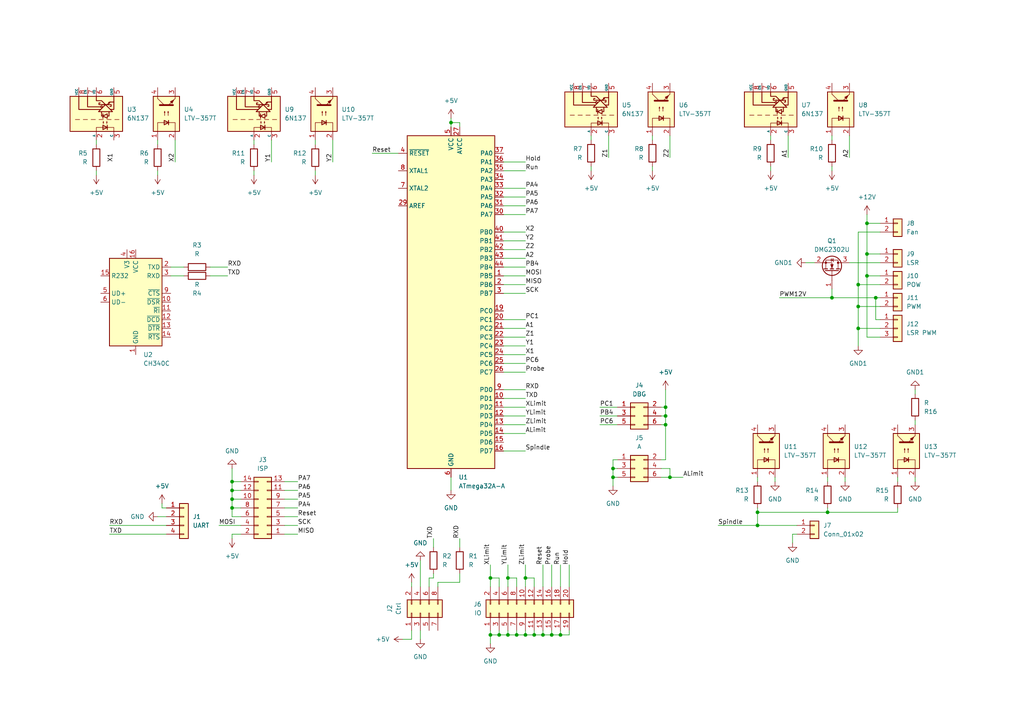
<source format=kicad_sch>
(kicad_sch (version 20230121) (generator eeschema)

  (uuid a7e8f7bf-0e3a-4af7-93b2-6dadf7df2281)

  (paper "A4")

  (lib_symbols
    (symbol "Connector_Generic:Conn_01x02" (pin_names (offset 1.016) hide) (in_bom yes) (on_board yes)
      (property "Reference" "J" (at 0 2.54 0)
        (effects (font (size 1.27 1.27)))
      )
      (property "Value" "Conn_01x02" (at 0 -5.08 0)
        (effects (font (size 1.27 1.27)))
      )
      (property "Footprint" "" (at 0 0 0)
        (effects (font (size 1.27 1.27)) hide)
      )
      (property "Datasheet" "~" (at 0 0 0)
        (effects (font (size 1.27 1.27)) hide)
      )
      (property "ki_keywords" "connector" (at 0 0 0)
        (effects (font (size 1.27 1.27)) hide)
      )
      (property "ki_description" "Generic connector, single row, 01x02, script generated (kicad-library-utils/schlib/autogen/connector/)" (at 0 0 0)
        (effects (font (size 1.27 1.27)) hide)
      )
      (property "ki_fp_filters" "Connector*:*_1x??_*" (at 0 0 0)
        (effects (font (size 1.27 1.27)) hide)
      )
      (symbol "Conn_01x02_1_1"
        (rectangle (start -1.27 -2.413) (end 0 -2.667)
          (stroke (width 0.1524) (type default))
          (fill (type none))
        )
        (rectangle (start -1.27 0.127) (end 0 -0.127)
          (stroke (width 0.1524) (type default))
          (fill (type none))
        )
        (rectangle (start -1.27 1.27) (end 1.27 -3.81)
          (stroke (width 0.254) (type default))
          (fill (type background))
        )
        (pin passive line (at -5.08 0 0) (length 3.81)
          (name "Pin_1" (effects (font (size 1.27 1.27))))
          (number "1" (effects (font (size 1.27 1.27))))
        )
        (pin passive line (at -5.08 -2.54 0) (length 3.81)
          (name "Pin_2" (effects (font (size 1.27 1.27))))
          (number "2" (effects (font (size 1.27 1.27))))
        )
      )
    )
    (symbol "Connector_Generic:Conn_01x03" (pin_names (offset 1.016) hide) (in_bom yes) (on_board yes)
      (property "Reference" "J" (at 0 5.08 0)
        (effects (font (size 1.27 1.27)))
      )
      (property "Value" "Conn_01x03" (at 0 -5.08 0)
        (effects (font (size 1.27 1.27)))
      )
      (property "Footprint" "" (at 0 0 0)
        (effects (font (size 1.27 1.27)) hide)
      )
      (property "Datasheet" "~" (at 0 0 0)
        (effects (font (size 1.27 1.27)) hide)
      )
      (property "ki_keywords" "connector" (at 0 0 0)
        (effects (font (size 1.27 1.27)) hide)
      )
      (property "ki_description" "Generic connector, single row, 01x03, script generated (kicad-library-utils/schlib/autogen/connector/)" (at 0 0 0)
        (effects (font (size 1.27 1.27)) hide)
      )
      (property "ki_fp_filters" "Connector*:*_1x??_*" (at 0 0 0)
        (effects (font (size 1.27 1.27)) hide)
      )
      (symbol "Conn_01x03_1_1"
        (rectangle (start -1.27 -2.413) (end 0 -2.667)
          (stroke (width 0.1524) (type default))
          (fill (type none))
        )
        (rectangle (start -1.27 0.127) (end 0 -0.127)
          (stroke (width 0.1524) (type default))
          (fill (type none))
        )
        (rectangle (start -1.27 2.667) (end 0 2.413)
          (stroke (width 0.1524) (type default))
          (fill (type none))
        )
        (rectangle (start -1.27 3.81) (end 1.27 -3.81)
          (stroke (width 0.254) (type default))
          (fill (type background))
        )
        (pin passive line (at -5.08 2.54 0) (length 3.81)
          (name "Pin_1" (effects (font (size 1.27 1.27))))
          (number "1" (effects (font (size 1.27 1.27))))
        )
        (pin passive line (at -5.08 0 0) (length 3.81)
          (name "Pin_2" (effects (font (size 1.27 1.27))))
          (number "2" (effects (font (size 1.27 1.27))))
        )
        (pin passive line (at -5.08 -2.54 0) (length 3.81)
          (name "Pin_3" (effects (font (size 1.27 1.27))))
          (number "3" (effects (font (size 1.27 1.27))))
        )
      )
    )
    (symbol "Connector_Generic:Conn_01x04" (pin_names (offset 1.016) hide) (in_bom yes) (on_board yes)
      (property "Reference" "J" (at 0 5.08 0)
        (effects (font (size 1.27 1.27)))
      )
      (property "Value" "Conn_01x04" (at 0 -7.62 0)
        (effects (font (size 1.27 1.27)))
      )
      (property "Footprint" "" (at 0 0 0)
        (effects (font (size 1.27 1.27)) hide)
      )
      (property "Datasheet" "~" (at 0 0 0)
        (effects (font (size 1.27 1.27)) hide)
      )
      (property "ki_keywords" "connector" (at 0 0 0)
        (effects (font (size 1.27 1.27)) hide)
      )
      (property "ki_description" "Generic connector, single row, 01x04, script generated (kicad-library-utils/schlib/autogen/connector/)" (at 0 0 0)
        (effects (font (size 1.27 1.27)) hide)
      )
      (property "ki_fp_filters" "Connector*:*_1x??_*" (at 0 0 0)
        (effects (font (size 1.27 1.27)) hide)
      )
      (symbol "Conn_01x04_1_1"
        (rectangle (start -1.27 -4.953) (end 0 -5.207)
          (stroke (width 0.1524) (type default))
          (fill (type none))
        )
        (rectangle (start -1.27 -2.413) (end 0 -2.667)
          (stroke (width 0.1524) (type default))
          (fill (type none))
        )
        (rectangle (start -1.27 0.127) (end 0 -0.127)
          (stroke (width 0.1524) (type default))
          (fill (type none))
        )
        (rectangle (start -1.27 2.667) (end 0 2.413)
          (stroke (width 0.1524) (type default))
          (fill (type none))
        )
        (rectangle (start -1.27 3.81) (end 1.27 -6.35)
          (stroke (width 0.254) (type default))
          (fill (type background))
        )
        (pin passive line (at -5.08 2.54 0) (length 3.81)
          (name "Pin_1" (effects (font (size 1.27 1.27))))
          (number "1" (effects (font (size 1.27 1.27))))
        )
        (pin passive line (at -5.08 0 0) (length 3.81)
          (name "Pin_2" (effects (font (size 1.27 1.27))))
          (number "2" (effects (font (size 1.27 1.27))))
        )
        (pin passive line (at -5.08 -2.54 0) (length 3.81)
          (name "Pin_3" (effects (font (size 1.27 1.27))))
          (number "3" (effects (font (size 1.27 1.27))))
        )
        (pin passive line (at -5.08 -5.08 0) (length 3.81)
          (name "Pin_4" (effects (font (size 1.27 1.27))))
          (number "4" (effects (font (size 1.27 1.27))))
        )
      )
    )
    (symbol "Connector_Generic:Conn_02x03_Odd_Even" (pin_names (offset 1.016) hide) (in_bom yes) (on_board yes)
      (property "Reference" "J" (at 1.27 5.08 0)
        (effects (font (size 1.27 1.27)))
      )
      (property "Value" "Conn_02x03_Odd_Even" (at 1.27 -5.08 0)
        (effects (font (size 1.27 1.27)))
      )
      (property "Footprint" "" (at 0 0 0)
        (effects (font (size 1.27 1.27)) hide)
      )
      (property "Datasheet" "~" (at 0 0 0)
        (effects (font (size 1.27 1.27)) hide)
      )
      (property "ki_keywords" "connector" (at 0 0 0)
        (effects (font (size 1.27 1.27)) hide)
      )
      (property "ki_description" "Generic connector, double row, 02x03, odd/even pin numbering scheme (row 1 odd numbers, row 2 even numbers), script generated (kicad-library-utils/schlib/autogen/connector/)" (at 0 0 0)
        (effects (font (size 1.27 1.27)) hide)
      )
      (property "ki_fp_filters" "Connector*:*_2x??_*" (at 0 0 0)
        (effects (font (size 1.27 1.27)) hide)
      )
      (symbol "Conn_02x03_Odd_Even_1_1"
        (rectangle (start -1.27 -2.413) (end 0 -2.667)
          (stroke (width 0.1524) (type default))
          (fill (type none))
        )
        (rectangle (start -1.27 0.127) (end 0 -0.127)
          (stroke (width 0.1524) (type default))
          (fill (type none))
        )
        (rectangle (start -1.27 2.667) (end 0 2.413)
          (stroke (width 0.1524) (type default))
          (fill (type none))
        )
        (rectangle (start -1.27 3.81) (end 3.81 -3.81)
          (stroke (width 0.254) (type default))
          (fill (type background))
        )
        (rectangle (start 3.81 -2.413) (end 2.54 -2.667)
          (stroke (width 0.1524) (type default))
          (fill (type none))
        )
        (rectangle (start 3.81 0.127) (end 2.54 -0.127)
          (stroke (width 0.1524) (type default))
          (fill (type none))
        )
        (rectangle (start 3.81 2.667) (end 2.54 2.413)
          (stroke (width 0.1524) (type default))
          (fill (type none))
        )
        (pin passive line (at -5.08 2.54 0) (length 3.81)
          (name "Pin_1" (effects (font (size 1.27 1.27))))
          (number "1" (effects (font (size 1.27 1.27))))
        )
        (pin passive line (at 7.62 2.54 180) (length 3.81)
          (name "Pin_2" (effects (font (size 1.27 1.27))))
          (number "2" (effects (font (size 1.27 1.27))))
        )
        (pin passive line (at -5.08 0 0) (length 3.81)
          (name "Pin_3" (effects (font (size 1.27 1.27))))
          (number "3" (effects (font (size 1.27 1.27))))
        )
        (pin passive line (at 7.62 0 180) (length 3.81)
          (name "Pin_4" (effects (font (size 1.27 1.27))))
          (number "4" (effects (font (size 1.27 1.27))))
        )
        (pin passive line (at -5.08 -2.54 0) (length 3.81)
          (name "Pin_5" (effects (font (size 1.27 1.27))))
          (number "5" (effects (font (size 1.27 1.27))))
        )
        (pin passive line (at 7.62 -2.54 180) (length 3.81)
          (name "Pin_6" (effects (font (size 1.27 1.27))))
          (number "6" (effects (font (size 1.27 1.27))))
        )
      )
    )
    (symbol "Connector_Generic:Conn_02x04_Odd_Even" (pin_names (offset 1.016) hide) (in_bom yes) (on_board yes)
      (property "Reference" "J" (at 1.27 5.08 0)
        (effects (font (size 1.27 1.27)))
      )
      (property "Value" "Conn_02x04_Odd_Even" (at 1.27 -7.62 0)
        (effects (font (size 1.27 1.27)))
      )
      (property "Footprint" "" (at 0 0 0)
        (effects (font (size 1.27 1.27)) hide)
      )
      (property "Datasheet" "~" (at 0 0 0)
        (effects (font (size 1.27 1.27)) hide)
      )
      (property "ki_keywords" "connector" (at 0 0 0)
        (effects (font (size 1.27 1.27)) hide)
      )
      (property "ki_description" "Generic connector, double row, 02x04, odd/even pin numbering scheme (row 1 odd numbers, row 2 even numbers), script generated (kicad-library-utils/schlib/autogen/connector/)" (at 0 0 0)
        (effects (font (size 1.27 1.27)) hide)
      )
      (property "ki_fp_filters" "Connector*:*_2x??_*" (at 0 0 0)
        (effects (font (size 1.27 1.27)) hide)
      )
      (symbol "Conn_02x04_Odd_Even_1_1"
        (rectangle (start -1.27 -4.953) (end 0 -5.207)
          (stroke (width 0.1524) (type default))
          (fill (type none))
        )
        (rectangle (start -1.27 -2.413) (end 0 -2.667)
          (stroke (width 0.1524) (type default))
          (fill (type none))
        )
        (rectangle (start -1.27 0.127) (end 0 -0.127)
          (stroke (width 0.1524) (type default))
          (fill (type none))
        )
        (rectangle (start -1.27 2.667) (end 0 2.413)
          (stroke (width 0.1524) (type default))
          (fill (type none))
        )
        (rectangle (start -1.27 3.81) (end 3.81 -6.35)
          (stroke (width 0.254) (type default))
          (fill (type background))
        )
        (rectangle (start 3.81 -4.953) (end 2.54 -5.207)
          (stroke (width 0.1524) (type default))
          (fill (type none))
        )
        (rectangle (start 3.81 -2.413) (end 2.54 -2.667)
          (stroke (width 0.1524) (type default))
          (fill (type none))
        )
        (rectangle (start 3.81 0.127) (end 2.54 -0.127)
          (stroke (width 0.1524) (type default))
          (fill (type none))
        )
        (rectangle (start 3.81 2.667) (end 2.54 2.413)
          (stroke (width 0.1524) (type default))
          (fill (type none))
        )
        (pin passive line (at -5.08 2.54 0) (length 3.81)
          (name "Pin_1" (effects (font (size 1.27 1.27))))
          (number "1" (effects (font (size 1.27 1.27))))
        )
        (pin passive line (at 7.62 2.54 180) (length 3.81)
          (name "Pin_2" (effects (font (size 1.27 1.27))))
          (number "2" (effects (font (size 1.27 1.27))))
        )
        (pin passive line (at -5.08 0 0) (length 3.81)
          (name "Pin_3" (effects (font (size 1.27 1.27))))
          (number "3" (effects (font (size 1.27 1.27))))
        )
        (pin passive line (at 7.62 0 180) (length 3.81)
          (name "Pin_4" (effects (font (size 1.27 1.27))))
          (number "4" (effects (font (size 1.27 1.27))))
        )
        (pin passive line (at -5.08 -2.54 0) (length 3.81)
          (name "Pin_5" (effects (font (size 1.27 1.27))))
          (number "5" (effects (font (size 1.27 1.27))))
        )
        (pin passive line (at 7.62 -2.54 180) (length 3.81)
          (name "Pin_6" (effects (font (size 1.27 1.27))))
          (number "6" (effects (font (size 1.27 1.27))))
        )
        (pin passive line (at -5.08 -5.08 0) (length 3.81)
          (name "Pin_7" (effects (font (size 1.27 1.27))))
          (number "7" (effects (font (size 1.27 1.27))))
        )
        (pin passive line (at 7.62 -5.08 180) (length 3.81)
          (name "Pin_8" (effects (font (size 1.27 1.27))))
          (number "8" (effects (font (size 1.27 1.27))))
        )
      )
    )
    (symbol "Connector_Generic:Conn_02x07_Odd_Even" (pin_names (offset 1.016) hide) (in_bom yes) (on_board yes)
      (property "Reference" "J" (at 1.27 10.16 0)
        (effects (font (size 1.27 1.27)))
      )
      (property "Value" "Conn_02x07_Odd_Even" (at 1.27 -10.16 0)
        (effects (font (size 1.27 1.27)))
      )
      (property "Footprint" "" (at 0 0 0)
        (effects (font (size 1.27 1.27)) hide)
      )
      (property "Datasheet" "~" (at 0 0 0)
        (effects (font (size 1.27 1.27)) hide)
      )
      (property "ki_keywords" "connector" (at 0 0 0)
        (effects (font (size 1.27 1.27)) hide)
      )
      (property "ki_description" "Generic connector, double row, 02x07, odd/even pin numbering scheme (row 1 odd numbers, row 2 even numbers), script generated (kicad-library-utils/schlib/autogen/connector/)" (at 0 0 0)
        (effects (font (size 1.27 1.27)) hide)
      )
      (property "ki_fp_filters" "Connector*:*_2x??_*" (at 0 0 0)
        (effects (font (size 1.27 1.27)) hide)
      )
      (symbol "Conn_02x07_Odd_Even_1_1"
        (rectangle (start -1.27 -7.493) (end 0 -7.747)
          (stroke (width 0.1524) (type default))
          (fill (type none))
        )
        (rectangle (start -1.27 -4.953) (end 0 -5.207)
          (stroke (width 0.1524) (type default))
          (fill (type none))
        )
        (rectangle (start -1.27 -2.413) (end 0 -2.667)
          (stroke (width 0.1524) (type default))
          (fill (type none))
        )
        (rectangle (start -1.27 0.127) (end 0 -0.127)
          (stroke (width 0.1524) (type default))
          (fill (type none))
        )
        (rectangle (start -1.27 2.667) (end 0 2.413)
          (stroke (width 0.1524) (type default))
          (fill (type none))
        )
        (rectangle (start -1.27 5.207) (end 0 4.953)
          (stroke (width 0.1524) (type default))
          (fill (type none))
        )
        (rectangle (start -1.27 7.747) (end 0 7.493)
          (stroke (width 0.1524) (type default))
          (fill (type none))
        )
        (rectangle (start -1.27 8.89) (end 3.81 -8.89)
          (stroke (width 0.254) (type default))
          (fill (type background))
        )
        (rectangle (start 3.81 -7.493) (end 2.54 -7.747)
          (stroke (width 0.1524) (type default))
          (fill (type none))
        )
        (rectangle (start 3.81 -4.953) (end 2.54 -5.207)
          (stroke (width 0.1524) (type default))
          (fill (type none))
        )
        (rectangle (start 3.81 -2.413) (end 2.54 -2.667)
          (stroke (width 0.1524) (type default))
          (fill (type none))
        )
        (rectangle (start 3.81 0.127) (end 2.54 -0.127)
          (stroke (width 0.1524) (type default))
          (fill (type none))
        )
        (rectangle (start 3.81 2.667) (end 2.54 2.413)
          (stroke (width 0.1524) (type default))
          (fill (type none))
        )
        (rectangle (start 3.81 5.207) (end 2.54 4.953)
          (stroke (width 0.1524) (type default))
          (fill (type none))
        )
        (rectangle (start 3.81 7.747) (end 2.54 7.493)
          (stroke (width 0.1524) (type default))
          (fill (type none))
        )
        (pin passive line (at -5.08 7.62 0) (length 3.81)
          (name "Pin_1" (effects (font (size 1.27 1.27))))
          (number "1" (effects (font (size 1.27 1.27))))
        )
        (pin passive line (at 7.62 -2.54 180) (length 3.81)
          (name "Pin_10" (effects (font (size 1.27 1.27))))
          (number "10" (effects (font (size 1.27 1.27))))
        )
        (pin passive line (at -5.08 -5.08 0) (length 3.81)
          (name "Pin_11" (effects (font (size 1.27 1.27))))
          (number "11" (effects (font (size 1.27 1.27))))
        )
        (pin passive line (at 7.62 -5.08 180) (length 3.81)
          (name "Pin_12" (effects (font (size 1.27 1.27))))
          (number "12" (effects (font (size 1.27 1.27))))
        )
        (pin passive line (at -5.08 -7.62 0) (length 3.81)
          (name "Pin_13" (effects (font (size 1.27 1.27))))
          (number "13" (effects (font (size 1.27 1.27))))
        )
        (pin passive line (at 7.62 -7.62 180) (length 3.81)
          (name "Pin_14" (effects (font (size 1.27 1.27))))
          (number "14" (effects (font (size 1.27 1.27))))
        )
        (pin passive line (at 7.62 7.62 180) (length 3.81)
          (name "Pin_2" (effects (font (size 1.27 1.27))))
          (number "2" (effects (font (size 1.27 1.27))))
        )
        (pin passive line (at -5.08 5.08 0) (length 3.81)
          (name "Pin_3" (effects (font (size 1.27 1.27))))
          (number "3" (effects (font (size 1.27 1.27))))
        )
        (pin passive line (at 7.62 5.08 180) (length 3.81)
          (name "Pin_4" (effects (font (size 1.27 1.27))))
          (number "4" (effects (font (size 1.27 1.27))))
        )
        (pin passive line (at -5.08 2.54 0) (length 3.81)
          (name "Pin_5" (effects (font (size 1.27 1.27))))
          (number "5" (effects (font (size 1.27 1.27))))
        )
        (pin passive line (at 7.62 2.54 180) (length 3.81)
          (name "Pin_6" (effects (font (size 1.27 1.27))))
          (number "6" (effects (font (size 1.27 1.27))))
        )
        (pin passive line (at -5.08 0 0) (length 3.81)
          (name "Pin_7" (effects (font (size 1.27 1.27))))
          (number "7" (effects (font (size 1.27 1.27))))
        )
        (pin passive line (at 7.62 0 180) (length 3.81)
          (name "Pin_8" (effects (font (size 1.27 1.27))))
          (number "8" (effects (font (size 1.27 1.27))))
        )
        (pin passive line (at -5.08 -2.54 0) (length 3.81)
          (name "Pin_9" (effects (font (size 1.27 1.27))))
          (number "9" (effects (font (size 1.27 1.27))))
        )
      )
    )
    (symbol "Connector_Generic:Conn_02x10_Odd_Even" (pin_names (offset 1.016) hide) (in_bom yes) (on_board yes)
      (property "Reference" "J" (at 1.27 12.7 0)
        (effects (font (size 1.27 1.27)))
      )
      (property "Value" "Conn_02x10_Odd_Even" (at 1.27 -15.24 0)
        (effects (font (size 1.27 1.27)))
      )
      (property "Footprint" "" (at 0 0 0)
        (effects (font (size 1.27 1.27)) hide)
      )
      (property "Datasheet" "~" (at 0 0 0)
        (effects (font (size 1.27 1.27)) hide)
      )
      (property "ki_keywords" "connector" (at 0 0 0)
        (effects (font (size 1.27 1.27)) hide)
      )
      (property "ki_description" "Generic connector, double row, 02x10, odd/even pin numbering scheme (row 1 odd numbers, row 2 even numbers), script generated (kicad-library-utils/schlib/autogen/connector/)" (at 0 0 0)
        (effects (font (size 1.27 1.27)) hide)
      )
      (property "ki_fp_filters" "Connector*:*_2x??_*" (at 0 0 0)
        (effects (font (size 1.27 1.27)) hide)
      )
      (symbol "Conn_02x10_Odd_Even_1_1"
        (rectangle (start -1.27 -12.573) (end 0 -12.827)
          (stroke (width 0.1524) (type default))
          (fill (type none))
        )
        (rectangle (start -1.27 -10.033) (end 0 -10.287)
          (stroke (width 0.1524) (type default))
          (fill (type none))
        )
        (rectangle (start -1.27 -7.493) (end 0 -7.747)
          (stroke (width 0.1524) (type default))
          (fill (type none))
        )
        (rectangle (start -1.27 -4.953) (end 0 -5.207)
          (stroke (width 0.1524) (type default))
          (fill (type none))
        )
        (rectangle (start -1.27 -2.413) (end 0 -2.667)
          (stroke (width 0.1524) (type default))
          (fill (type none))
        )
        (rectangle (start -1.27 0.127) (end 0 -0.127)
          (stroke (width 0.1524) (type default))
          (fill (type none))
        )
        (rectangle (start -1.27 2.667) (end 0 2.413)
          (stroke (width 0.1524) (type default))
          (fill (type none))
        )
        (rectangle (start -1.27 5.207) (end 0 4.953)
          (stroke (width 0.1524) (type default))
          (fill (type none))
        )
        (rectangle (start -1.27 7.747) (end 0 7.493)
          (stroke (width 0.1524) (type default))
          (fill (type none))
        )
        (rectangle (start -1.27 10.287) (end 0 10.033)
          (stroke (width 0.1524) (type default))
          (fill (type none))
        )
        (rectangle (start -1.27 11.43) (end 3.81 -13.97)
          (stroke (width 0.254) (type default))
          (fill (type background))
        )
        (rectangle (start 3.81 -12.573) (end 2.54 -12.827)
          (stroke (width 0.1524) (type default))
          (fill (type none))
        )
        (rectangle (start 3.81 -10.033) (end 2.54 -10.287)
          (stroke (width 0.1524) (type default))
          (fill (type none))
        )
        (rectangle (start 3.81 -7.493) (end 2.54 -7.747)
          (stroke (width 0.1524) (type default))
          (fill (type none))
        )
        (rectangle (start 3.81 -4.953) (end 2.54 -5.207)
          (stroke (width 0.1524) (type default))
          (fill (type none))
        )
        (rectangle (start 3.81 -2.413) (end 2.54 -2.667)
          (stroke (width 0.1524) (type default))
          (fill (type none))
        )
        (rectangle (start 3.81 0.127) (end 2.54 -0.127)
          (stroke (width 0.1524) (type default))
          (fill (type none))
        )
        (rectangle (start 3.81 2.667) (end 2.54 2.413)
          (stroke (width 0.1524) (type default))
          (fill (type none))
        )
        (rectangle (start 3.81 5.207) (end 2.54 4.953)
          (stroke (width 0.1524) (type default))
          (fill (type none))
        )
        (rectangle (start 3.81 7.747) (end 2.54 7.493)
          (stroke (width 0.1524) (type default))
          (fill (type none))
        )
        (rectangle (start 3.81 10.287) (end 2.54 10.033)
          (stroke (width 0.1524) (type default))
          (fill (type none))
        )
        (pin passive line (at -5.08 10.16 0) (length 3.81)
          (name "Pin_1" (effects (font (size 1.27 1.27))))
          (number "1" (effects (font (size 1.27 1.27))))
        )
        (pin passive line (at 7.62 0 180) (length 3.81)
          (name "Pin_10" (effects (font (size 1.27 1.27))))
          (number "10" (effects (font (size 1.27 1.27))))
        )
        (pin passive line (at -5.08 -2.54 0) (length 3.81)
          (name "Pin_11" (effects (font (size 1.27 1.27))))
          (number "11" (effects (font (size 1.27 1.27))))
        )
        (pin passive line (at 7.62 -2.54 180) (length 3.81)
          (name "Pin_12" (effects (font (size 1.27 1.27))))
          (number "12" (effects (font (size 1.27 1.27))))
        )
        (pin passive line (at -5.08 -5.08 0) (length 3.81)
          (name "Pin_13" (effects (font (size 1.27 1.27))))
          (number "13" (effects (font (size 1.27 1.27))))
        )
        (pin passive line (at 7.62 -5.08 180) (length 3.81)
          (name "Pin_14" (effects (font (size 1.27 1.27))))
          (number "14" (effects (font (size 1.27 1.27))))
        )
        (pin passive line (at -5.08 -7.62 0) (length 3.81)
          (name "Pin_15" (effects (font (size 1.27 1.27))))
          (number "15" (effects (font (size 1.27 1.27))))
        )
        (pin passive line (at 7.62 -7.62 180) (length 3.81)
          (name "Pin_16" (effects (font (size 1.27 1.27))))
          (number "16" (effects (font (size 1.27 1.27))))
        )
        (pin passive line (at -5.08 -10.16 0) (length 3.81)
          (name "Pin_17" (effects (font (size 1.27 1.27))))
          (number "17" (effects (font (size 1.27 1.27))))
        )
        (pin passive line (at 7.62 -10.16 180) (length 3.81)
          (name "Pin_18" (effects (font (size 1.27 1.27))))
          (number "18" (effects (font (size 1.27 1.27))))
        )
        (pin passive line (at -5.08 -12.7 0) (length 3.81)
          (name "Pin_19" (effects (font (size 1.27 1.27))))
          (number "19" (effects (font (size 1.27 1.27))))
        )
        (pin passive line (at 7.62 10.16 180) (length 3.81)
          (name "Pin_2" (effects (font (size 1.27 1.27))))
          (number "2" (effects (font (size 1.27 1.27))))
        )
        (pin passive line (at 7.62 -12.7 180) (length 3.81)
          (name "Pin_20" (effects (font (size 1.27 1.27))))
          (number "20" (effects (font (size 1.27 1.27))))
        )
        (pin passive line (at -5.08 7.62 0) (length 3.81)
          (name "Pin_3" (effects (font (size 1.27 1.27))))
          (number "3" (effects (font (size 1.27 1.27))))
        )
        (pin passive line (at 7.62 7.62 180) (length 3.81)
          (name "Pin_4" (effects (font (size 1.27 1.27))))
          (number "4" (effects (font (size 1.27 1.27))))
        )
        (pin passive line (at -5.08 5.08 0) (length 3.81)
          (name "Pin_5" (effects (font (size 1.27 1.27))))
          (number "5" (effects (font (size 1.27 1.27))))
        )
        (pin passive line (at 7.62 5.08 180) (length 3.81)
          (name "Pin_6" (effects (font (size 1.27 1.27))))
          (number "6" (effects (font (size 1.27 1.27))))
        )
        (pin passive line (at -5.08 2.54 0) (length 3.81)
          (name "Pin_7" (effects (font (size 1.27 1.27))))
          (number "7" (effects (font (size 1.27 1.27))))
        )
        (pin passive line (at 7.62 2.54 180) (length 3.81)
          (name "Pin_8" (effects (font (size 1.27 1.27))))
          (number "8" (effects (font (size 1.27 1.27))))
        )
        (pin passive line (at -5.08 0 0) (length 3.81)
          (name "Pin_9" (effects (font (size 1.27 1.27))))
          (number "9" (effects (font (size 1.27 1.27))))
        )
      )
    )
    (symbol "Device:R" (pin_numbers hide) (pin_names (offset 0)) (in_bom yes) (on_board yes)
      (property "Reference" "R" (at 2.032 0 90)
        (effects (font (size 1.27 1.27)))
      )
      (property "Value" "R" (at 0 0 90)
        (effects (font (size 1.27 1.27)))
      )
      (property "Footprint" "" (at -1.778 0 90)
        (effects (font (size 1.27 1.27)) hide)
      )
      (property "Datasheet" "~" (at 0 0 0)
        (effects (font (size 1.27 1.27)) hide)
      )
      (property "ki_keywords" "R res resistor" (at 0 0 0)
        (effects (font (size 1.27 1.27)) hide)
      )
      (property "ki_description" "Resistor" (at 0 0 0)
        (effects (font (size 1.27 1.27)) hide)
      )
      (property "ki_fp_filters" "R_*" (at 0 0 0)
        (effects (font (size 1.27 1.27)) hide)
      )
      (symbol "R_0_1"
        (rectangle (start -1.016 -2.54) (end 1.016 2.54)
          (stroke (width 0.254) (type default))
          (fill (type none))
        )
      )
      (symbol "R_1_1"
        (pin passive line (at 0 3.81 270) (length 1.27)
          (name "~" (effects (font (size 1.27 1.27))))
          (number "1" (effects (font (size 1.27 1.27))))
        )
        (pin passive line (at 0 -3.81 90) (length 1.27)
          (name "~" (effects (font (size 1.27 1.27))))
          (number "2" (effects (font (size 1.27 1.27))))
        )
      )
    )
    (symbol "Interface_USB:CH340C" (in_bom yes) (on_board yes)
      (property "Reference" "U" (at -5.08 13.97 0)
        (effects (font (size 1.27 1.27)) (justify right))
      )
      (property "Value" "CH340C" (at 1.27 13.97 0)
        (effects (font (size 1.27 1.27)) (justify left))
      )
      (property "Footprint" "Package_SO:SOIC-16_3.9x9.9mm_P1.27mm" (at 1.27 -13.97 0)
        (effects (font (size 1.27 1.27)) (justify left) hide)
      )
      (property "Datasheet" "https://datasheet.lcsc.com/szlcsc/Jiangsu-Qin-Heng-CH340C_C84681.pdf" (at -8.89 20.32 0)
        (effects (font (size 1.27 1.27)) hide)
      )
      (property "ki_keywords" "USB UART Serial Converter Interface" (at 0 0 0)
        (effects (font (size 1.27 1.27)) hide)
      )
      (property "ki_description" "USB serial converter, UART, SOIC-16" (at 0 0 0)
        (effects (font (size 1.27 1.27)) hide)
      )
      (property "ki_fp_filters" "SOIC*3.9x9.9mm*P1.27mm*" (at 0 0 0)
        (effects (font (size 1.27 1.27)) hide)
      )
      (symbol "CH340C_0_1"
        (rectangle (start -7.62 12.7) (end 7.62 -12.7)
          (stroke (width 0.254) (type default))
          (fill (type background))
        )
      )
      (symbol "CH340C_1_1"
        (pin power_in line (at 0 -15.24 90) (length 2.54)
          (name "GND" (effects (font (size 1.27 1.27))))
          (number "1" (effects (font (size 1.27 1.27))))
        )
        (pin input line (at 10.16 0 180) (length 2.54)
          (name "~{DSR}" (effects (font (size 1.27 1.27))))
          (number "10" (effects (font (size 1.27 1.27))))
        )
        (pin input line (at 10.16 -2.54 180) (length 2.54)
          (name "~{RI}" (effects (font (size 1.27 1.27))))
          (number "11" (effects (font (size 1.27 1.27))))
        )
        (pin input line (at 10.16 -5.08 180) (length 2.54)
          (name "~{DCD}" (effects (font (size 1.27 1.27))))
          (number "12" (effects (font (size 1.27 1.27))))
        )
        (pin output line (at 10.16 -7.62 180) (length 2.54)
          (name "~{DTR}" (effects (font (size 1.27 1.27))))
          (number "13" (effects (font (size 1.27 1.27))))
        )
        (pin output line (at 10.16 -10.16 180) (length 2.54)
          (name "~{RTS}" (effects (font (size 1.27 1.27))))
          (number "14" (effects (font (size 1.27 1.27))))
        )
        (pin input line (at -10.16 7.62 0) (length 2.54)
          (name "R232" (effects (font (size 1.27 1.27))))
          (number "15" (effects (font (size 1.27 1.27))))
        )
        (pin power_in line (at 0 15.24 270) (length 2.54)
          (name "VCC" (effects (font (size 1.27 1.27))))
          (number "16" (effects (font (size 1.27 1.27))))
        )
        (pin output line (at 10.16 10.16 180) (length 2.54)
          (name "TXD" (effects (font (size 1.27 1.27))))
          (number "2" (effects (font (size 1.27 1.27))))
        )
        (pin input line (at 10.16 7.62 180) (length 2.54)
          (name "RXD" (effects (font (size 1.27 1.27))))
          (number "3" (effects (font (size 1.27 1.27))))
        )
        (pin passive line (at -2.54 15.24 270) (length 2.54)
          (name "V3" (effects (font (size 1.27 1.27))))
          (number "4" (effects (font (size 1.27 1.27))))
        )
        (pin bidirectional line (at -10.16 2.54 0) (length 2.54)
          (name "UD+" (effects (font (size 1.27 1.27))))
          (number "5" (effects (font (size 1.27 1.27))))
        )
        (pin bidirectional line (at -10.16 0 0) (length 2.54)
          (name "UD-" (effects (font (size 1.27 1.27))))
          (number "6" (effects (font (size 1.27 1.27))))
        )
        (pin no_connect line (at -7.62 -7.62 0) (length 2.54) hide
          (name "NC" (effects (font (size 1.27 1.27))))
          (number "7" (effects (font (size 1.27 1.27))))
        )
        (pin no_connect line (at -7.62 -10.16 0) (length 2.54) hide
          (name "NC" (effects (font (size 1.27 1.27))))
          (number "8" (effects (font (size 1.27 1.27))))
        )
        (pin input line (at 10.16 2.54 180) (length 2.54)
          (name "~{CTS}" (effects (font (size 1.27 1.27))))
          (number "9" (effects (font (size 1.27 1.27))))
        )
      )
    )
    (symbol "Isolator:6N137" (pin_names (offset 0)) (in_bom yes) (on_board yes)
      (property "Reference" "U" (at -4.064 8.89 0)
        (effects (font (size 1.27 1.27)))
      )
      (property "Value" "6N137" (at 0 -8.89 0)
        (effects (font (size 1.27 1.27)))
      )
      (property "Footprint" "Package_DIP:DIP-8_W7.62mm" (at 0 -12.7 0)
        (effects (font (size 1.27 1.27)) hide)
      )
      (property "Datasheet" "https://docs.broadcom.com/docs/AV02-0940EN" (at -21.59 13.97 0)
        (effects (font (size 1.27 1.27)) hide)
      )
      (property "ki_keywords" "High speed optically coupled gates enable" (at 0 0 0)
        (effects (font (size 1.27 1.27)) hide)
      )
      (property "ki_description" "Single High Speed LSTTL/TTL Compatible Optocoupler with enable, dV/dt 1000/us, VCM 10, max 7V VCC, DIP-8" (at 0 0 0)
        (effects (font (size 1.27 1.27)) hide)
      )
      (property "ki_fp_filters" "DIP*W7.62mm*" (at 0 0 0)
        (effects (font (size 1.27 1.27)) hide)
      )
      (symbol "6N137_0_1"
        (polyline
          (pts
            (xy 2.667 -3.556)
            (xy 2.667 -1.651)
          )
          (stroke (width 0.254) (type default))
          (fill (type none))
        )
        (polyline
          (pts
            (xy 2.667 -2.159)
            (xy 2.667 -2.921)
          )
          (stroke (width 0.254) (type default))
          (fill (type none))
        )
        (polyline
          (pts
            (xy 3.429 -3.937)
            (xy 3.429 -5.08)
          )
          (stroke (width 0.254) (type default))
          (fill (type none))
        )
        (polyline
          (pts
            (xy -0.635 -3.302)
            (xy -0.635 -3.683)
            (xy 0.635 -3.683)
          )
          (stroke (width 0.254) (type default))
          (fill (type none))
        )
        (polyline
          (pts
            (xy -0.635 -1.905)
            (xy -0.635 -1.524)
            (xy 0.508 -1.524)
          )
          (stroke (width 0.254) (type default))
          (fill (type none))
        )
        (polyline
          (pts
            (xy 1.27 -4.064)
            (xy 1.27 -5.08)
            (xy 5.08 -5.08)
          )
          (stroke (width 0.254) (type default))
          (fill (type none))
        )
        (polyline
          (pts
            (xy 1.27 -1.27)
            (xy 1.27 5.08)
            (xy 5.08 5.08)
          )
          (stroke (width 0.254) (type default))
          (fill (type none))
        )
        (polyline
          (pts
            (xy 2.032 -1.27)
            (xy 2.032 2.54)
            (xy 5.08 2.54)
          )
          (stroke (width 0.254) (type default))
          (fill (type none))
        )
        (polyline
          (pts
            (xy -5.08 -5.08)
            (xy -3.937 -5.08)
            (xy -3.937 0)
            (xy -5.08 0)
          )
          (stroke (width 0) (type default))
          (fill (type none))
        )
        (polyline
          (pts
            (xy 2.667 -3.302)
            (xy 2.667 -4.318)
            (xy 2.159 -4.318)
            (xy 2.159 -3.937)
          )
          (stroke (width 0.254) (type default))
          (fill (type none))
        )
        (polyline
          (pts
            (xy 2.667 -2.667)
            (xy 0.635 -4.699)
            (xy 0.635 -0.635)
            (xy 2.667 -2.667)
          )
          (stroke (width 0.254) (type default))
          (fill (type none))
        )
        (polyline
          (pts
            (xy 2.667 -1.778)
            (xy 2.667 -0.762)
            (xy 3.175 -0.762)
            (xy 3.175 -1.143)
          )
          (stroke (width 0.254) (type default))
          (fill (type none))
        )
        (polyline
          (pts
            (xy 2.794 -2.54)
            (xy 3.81 -1.524)
            (xy 3.81 0)
            (xy 5.08 0)
          )
          (stroke (width 0.254) (type default))
          (fill (type none))
        )
        (polyline
          (pts
            (xy 2.667 -3.175)
            (xy 3.429 -3.937)
            (xy 3.302 -3.556)
            (xy 3.048 -3.81)
            (xy 3.429 -3.937)
          )
          (stroke (width 0.254) (type default))
          (fill (type none))
        )
        (circle (center 2.032 -1.524) (radius 0.254)
          (stroke (width 0.254) (type default))
          (fill (type none))
        )
      )
      (symbol "6N137_1_1"
        (rectangle (start -5.08 7.62) (end 5.08 -7.62)
          (stroke (width 0.254) (type default))
          (fill (type background))
        )
        (polyline
          (pts
            (xy -4.572 -3.175)
            (xy -3.302 -3.175)
          )
          (stroke (width 0.254) (type default))
          (fill (type none))
        )
        (polyline
          (pts
            (xy -1.651 -5.334)
            (xy -1.651 -6.604)
          )
          (stroke (width 0) (type default))
          (fill (type none))
        )
        (polyline
          (pts
            (xy -1.651 -3.048)
            (xy -1.651 -4.318)
          )
          (stroke (width 0) (type default))
          (fill (type none))
        )
        (polyline
          (pts
            (xy -1.651 -0.762)
            (xy -1.651 -2.032)
          )
          (stroke (width 0) (type default))
          (fill (type none))
        )
        (polyline
          (pts
            (xy -1.651 1.524)
            (xy -1.651 0.254)
          )
          (stroke (width 0) (type default))
          (fill (type none))
        )
        (polyline
          (pts
            (xy -1.651 3.81)
            (xy -1.651 2.54)
          )
          (stroke (width 0) (type default))
          (fill (type none))
        )
        (polyline
          (pts
            (xy -1.651 6.096)
            (xy -1.651 4.826)
          )
          (stroke (width 0) (type default))
          (fill (type none))
        )
        (polyline
          (pts
            (xy -1.27 -1.905)
            (xy 0 -1.905)
          )
          (stroke (width 0.254) (type default))
          (fill (type none))
        )
        (polyline
          (pts
            (xy -3.937 -3.175)
            (xy -4.572 -1.905)
            (xy -3.302 -1.905)
            (xy -3.937 -3.175)
          )
          (stroke (width 0.254) (type default))
          (fill (type none))
        )
        (polyline
          (pts
            (xy -0.635 -1.905)
            (xy -1.27 -3.175)
            (xy 0 -3.175)
            (xy -0.635 -1.905)
          )
          (stroke (width 0.254) (type default))
          (fill (type none))
        )
        (polyline
          (pts
            (xy -2.921 -3.048)
            (xy -2.159 -3.048)
            (xy -2.54 -3.175)
            (xy -2.54 -2.921)
            (xy -2.159 -3.048)
          )
          (stroke (width 0.127) (type default))
          (fill (type none))
        )
        (polyline
          (pts
            (xy -2.921 -2.032)
            (xy -2.159 -2.032)
            (xy -2.54 -2.159)
            (xy -2.54 -1.905)
            (xy -2.159 -2.032)
          )
          (stroke (width 0.127) (type default))
          (fill (type none))
        )
        (pin no_connect line (at -5.08 5.08 0) (length 2.54) hide
          (name "NC" (effects (font (size 0.635 0.635))))
          (number "1" (effects (font (size 1.27 1.27))))
        )
        (pin passive line (at -7.62 0 0) (length 2.54)
          (name "A" (effects (font (size 0.635 0.635))))
          (number "2" (effects (font (size 1.27 1.27))))
        )
        (pin passive line (at -7.62 -5.08 0) (length 2.54)
          (name "C" (effects (font (size 0.635 0.635))))
          (number "3" (effects (font (size 1.27 1.27))))
        )
        (pin power_in line (at 7.62 -5.08 180) (length 2.54)
          (name "GND" (effects (font (size 0.635 0.635))))
          (number "5" (effects (font (size 1.27 1.27))))
        )
        (pin open_collector line (at 7.62 0 180) (length 2.54)
          (name "VO" (effects (font (size 0.635 0.635))))
          (number "6" (effects (font (size 1.27 1.27))))
        )
        (pin input line (at 7.62 2.54 180) (length 2.54)
          (name "EN" (effects (font (size 0.635 0.635))))
          (number "7" (effects (font (size 1.27 1.27))))
        )
        (pin power_in line (at 7.62 5.08 180) (length 2.54)
          (name "VCC" (effects (font (size 0.635 0.635))))
          (number "8" (effects (font (size 1.27 1.27))))
        )
      )
    )
    (symbol "Isolator:LTV-357T" (pin_names (offset 1.016)) (in_bom yes) (on_board yes)
      (property "Reference" "U" (at -5.334 4.826 0)
        (effects (font (size 1.27 1.27)) (justify left))
      )
      (property "Value" "LTV-357T" (at 0 5.08 0)
        (effects (font (size 1.27 1.27)) (justify left))
      )
      (property "Footprint" "Package_SO:SO-4_4.4x3.6mm_P2.54mm" (at -5.08 -5.08 0)
        (effects (font (size 1.27 1.27) italic) (justify left) hide)
      )
      (property "Datasheet" "https://www.buerklin.com/medias/sys_master/download/download/h91/ha0/8892020588574.pdf" (at 0 0 0)
        (effects (font (size 1.27 1.27)) (justify left) hide)
      )
      (property "ki_keywords" "NPN DC Optocoupler" (at 0 0 0)
        (effects (font (size 1.27 1.27)) hide)
      )
      (property "ki_description" "DC Optocoupler, Vce 35V, CTR 50%, SO-4" (at 0 0 0)
        (effects (font (size 1.27 1.27)) hide)
      )
      (property "ki_fp_filters" "SO*4.4x3.6mm*P2.54mm*" (at 0 0 0)
        (effects (font (size 1.27 1.27)) hide)
      )
      (symbol "LTV-357T_0_1"
        (rectangle (start -5.08 3.81) (end 5.08 -3.81)
          (stroke (width 0.254) (type default))
          (fill (type background))
        )
        (polyline
          (pts
            (xy -3.175 -0.635)
            (xy -1.905 -0.635)
          )
          (stroke (width 0.254) (type default))
          (fill (type none))
        )
        (polyline
          (pts
            (xy 2.54 0.635)
            (xy 4.445 2.54)
          )
          (stroke (width 0) (type default))
          (fill (type none))
        )
        (polyline
          (pts
            (xy 4.445 -2.54)
            (xy 2.54 -0.635)
          )
          (stroke (width 0) (type default))
          (fill (type outline))
        )
        (polyline
          (pts
            (xy 4.445 -2.54)
            (xy 5.08 -2.54)
          )
          (stroke (width 0) (type default))
          (fill (type none))
        )
        (polyline
          (pts
            (xy 4.445 2.54)
            (xy 5.08 2.54)
          )
          (stroke (width 0) (type default))
          (fill (type none))
        )
        (polyline
          (pts
            (xy -5.08 2.54)
            (xy -2.54 2.54)
            (xy -2.54 -0.762)
          )
          (stroke (width 0) (type default))
          (fill (type none))
        )
        (polyline
          (pts
            (xy -2.54 -0.635)
            (xy -2.54 -2.54)
            (xy -5.08 -2.54)
          )
          (stroke (width 0) (type default))
          (fill (type none))
        )
        (polyline
          (pts
            (xy 2.54 1.905)
            (xy 2.54 -1.905)
            (xy 2.54 -1.905)
          )
          (stroke (width 0.508) (type default))
          (fill (type none))
        )
        (polyline
          (pts
            (xy -2.54 -0.635)
            (xy -3.175 0.635)
            (xy -1.905 0.635)
            (xy -2.54 -0.635)
          )
          (stroke (width 0.254) (type default))
          (fill (type none))
        )
        (polyline
          (pts
            (xy -0.508 -0.508)
            (xy 0.762 -0.508)
            (xy 0.381 -0.635)
            (xy 0.381 -0.381)
            (xy 0.762 -0.508)
          )
          (stroke (width 0) (type default))
          (fill (type none))
        )
        (polyline
          (pts
            (xy -0.508 0.508)
            (xy 0.762 0.508)
            (xy 0.381 0.381)
            (xy 0.381 0.635)
            (xy 0.762 0.508)
          )
          (stroke (width 0) (type default))
          (fill (type none))
        )
        (polyline
          (pts
            (xy 3.048 -1.651)
            (xy 3.556 -1.143)
            (xy 4.064 -2.159)
            (xy 3.048 -1.651)
            (xy 3.048 -1.651)
          )
          (stroke (width 0) (type default))
          (fill (type outline))
        )
      )
      (symbol "LTV-357T_1_1"
        (pin passive line (at -7.62 2.54 0) (length 2.54)
          (name "~" (effects (font (size 1.27 1.27))))
          (number "1" (effects (font (size 1.27 1.27))))
        )
        (pin passive line (at -7.62 -2.54 0) (length 2.54)
          (name "~" (effects (font (size 1.27 1.27))))
          (number "2" (effects (font (size 1.27 1.27))))
        )
        (pin passive line (at 7.62 -2.54 180) (length 2.54)
          (name "~" (effects (font (size 1.27 1.27))))
          (number "3" (effects (font (size 1.27 1.27))))
        )
        (pin passive line (at 7.62 2.54 180) (length 2.54)
          (name "~" (effects (font (size 1.27 1.27))))
          (number "4" (effects (font (size 1.27 1.27))))
        )
      )
    )
    (symbol "MCU_Microchip_ATmega:ATmega32A-A" (in_bom yes) (on_board yes)
      (property "Reference" "U" (at -12.7 49.53 0)
        (effects (font (size 1.27 1.27)) (justify left bottom))
      )
      (property "Value" "ATmega32A-A" (at 2.54 -49.53 0)
        (effects (font (size 1.27 1.27)) (justify left top))
      )
      (property "Footprint" "Package_QFP:TQFP-44_10x10mm_P0.8mm" (at 0 0 0)
        (effects (font (size 1.27 1.27) italic) hide)
      )
      (property "Datasheet" "http://ww1.microchip.com/downloads/en/DeviceDoc/atmel-8155-8-bit-microcontroller-avr-atmega32a_datasheet.pdf" (at 0 0 0)
        (effects (font (size 1.27 1.27)) hide)
      )
      (property "ki_keywords" "AVR 8bit Microcontroller MegaAVR" (at 0 0 0)
        (effects (font (size 1.27 1.27)) hide)
      )
      (property "ki_description" "16MHz, 32kB Flash, 2kB SRAM, 1kB EEPROM, JTAG, TQFP-44" (at 0 0 0)
        (effects (font (size 1.27 1.27)) hide)
      )
      (property "ki_fp_filters" "TQFP*10x10mm*P0.8mm*" (at 0 0 0)
        (effects (font (size 1.27 1.27)) hide)
      )
      (symbol "ATmega32A-A_0_1"
        (rectangle (start -12.7 -48.26) (end 12.7 48.26)
          (stroke (width 0.254) (type default))
          (fill (type background))
        )
      )
      (symbol "ATmega32A-A_1_1"
        (pin bidirectional line (at 15.24 7.62 180) (length 2.54)
          (name "PB5" (effects (font (size 1.27 1.27))))
          (number "1" (effects (font (size 1.27 1.27))))
        )
        (pin bidirectional line (at 15.24 -27.94 180) (length 2.54)
          (name "PD1" (effects (font (size 1.27 1.27))))
          (number "10" (effects (font (size 1.27 1.27))))
        )
        (pin bidirectional line (at 15.24 -30.48 180) (length 2.54)
          (name "PD2" (effects (font (size 1.27 1.27))))
          (number "11" (effects (font (size 1.27 1.27))))
        )
        (pin bidirectional line (at 15.24 -33.02 180) (length 2.54)
          (name "PD3" (effects (font (size 1.27 1.27))))
          (number "12" (effects (font (size 1.27 1.27))))
        )
        (pin bidirectional line (at 15.24 -35.56 180) (length 2.54)
          (name "PD4" (effects (font (size 1.27 1.27))))
          (number "13" (effects (font (size 1.27 1.27))))
        )
        (pin bidirectional line (at 15.24 -38.1 180) (length 2.54)
          (name "PD5" (effects (font (size 1.27 1.27))))
          (number "14" (effects (font (size 1.27 1.27))))
        )
        (pin bidirectional line (at 15.24 -40.64 180) (length 2.54)
          (name "PD6" (effects (font (size 1.27 1.27))))
          (number "15" (effects (font (size 1.27 1.27))))
        )
        (pin bidirectional line (at 15.24 -43.18 180) (length 2.54)
          (name "PD7" (effects (font (size 1.27 1.27))))
          (number "16" (effects (font (size 1.27 1.27))))
        )
        (pin passive line (at 0 50.8 270) (length 2.54) hide
          (name "VCC" (effects (font (size 1.27 1.27))))
          (number "17" (effects (font (size 1.27 1.27))))
        )
        (pin passive line (at 0 -50.8 90) (length 2.54) hide
          (name "GND" (effects (font (size 1.27 1.27))))
          (number "18" (effects (font (size 1.27 1.27))))
        )
        (pin bidirectional line (at 15.24 -2.54 180) (length 2.54)
          (name "PC0" (effects (font (size 1.27 1.27))))
          (number "19" (effects (font (size 1.27 1.27))))
        )
        (pin bidirectional line (at 15.24 5.08 180) (length 2.54)
          (name "PB6" (effects (font (size 1.27 1.27))))
          (number "2" (effects (font (size 1.27 1.27))))
        )
        (pin bidirectional line (at 15.24 -5.08 180) (length 2.54)
          (name "PC1" (effects (font (size 1.27 1.27))))
          (number "20" (effects (font (size 1.27 1.27))))
        )
        (pin bidirectional line (at 15.24 -7.62 180) (length 2.54)
          (name "PC2" (effects (font (size 1.27 1.27))))
          (number "21" (effects (font (size 1.27 1.27))))
        )
        (pin bidirectional line (at 15.24 -10.16 180) (length 2.54)
          (name "PC3" (effects (font (size 1.27 1.27))))
          (number "22" (effects (font (size 1.27 1.27))))
        )
        (pin bidirectional line (at 15.24 -12.7 180) (length 2.54)
          (name "PC4" (effects (font (size 1.27 1.27))))
          (number "23" (effects (font (size 1.27 1.27))))
        )
        (pin bidirectional line (at 15.24 -15.24 180) (length 2.54)
          (name "PC5" (effects (font (size 1.27 1.27))))
          (number "24" (effects (font (size 1.27 1.27))))
        )
        (pin bidirectional line (at 15.24 -17.78 180) (length 2.54)
          (name "PC6" (effects (font (size 1.27 1.27))))
          (number "25" (effects (font (size 1.27 1.27))))
        )
        (pin bidirectional line (at 15.24 -20.32 180) (length 2.54)
          (name "PC7" (effects (font (size 1.27 1.27))))
          (number "26" (effects (font (size 1.27 1.27))))
        )
        (pin power_in line (at 2.54 50.8 270) (length 2.54)
          (name "AVCC" (effects (font (size 1.27 1.27))))
          (number "27" (effects (font (size 1.27 1.27))))
        )
        (pin passive line (at 0 -50.8 90) (length 2.54) hide
          (name "GND" (effects (font (size 1.27 1.27))))
          (number "28" (effects (font (size 1.27 1.27))))
        )
        (pin passive line (at -15.24 27.94 0) (length 2.54)
          (name "AREF" (effects (font (size 1.27 1.27))))
          (number "29" (effects (font (size 1.27 1.27))))
        )
        (pin bidirectional line (at 15.24 2.54 180) (length 2.54)
          (name "PB7" (effects (font (size 1.27 1.27))))
          (number "3" (effects (font (size 1.27 1.27))))
        )
        (pin bidirectional line (at 15.24 25.4 180) (length 2.54)
          (name "PA7" (effects (font (size 1.27 1.27))))
          (number "30" (effects (font (size 1.27 1.27))))
        )
        (pin bidirectional line (at 15.24 27.94 180) (length 2.54)
          (name "PA6" (effects (font (size 1.27 1.27))))
          (number "31" (effects (font (size 1.27 1.27))))
        )
        (pin bidirectional line (at 15.24 30.48 180) (length 2.54)
          (name "PA5" (effects (font (size 1.27 1.27))))
          (number "32" (effects (font (size 1.27 1.27))))
        )
        (pin bidirectional line (at 15.24 33.02 180) (length 2.54)
          (name "PA4" (effects (font (size 1.27 1.27))))
          (number "33" (effects (font (size 1.27 1.27))))
        )
        (pin bidirectional line (at 15.24 35.56 180) (length 2.54)
          (name "PA3" (effects (font (size 1.27 1.27))))
          (number "34" (effects (font (size 1.27 1.27))))
        )
        (pin bidirectional line (at 15.24 38.1 180) (length 2.54)
          (name "PA2" (effects (font (size 1.27 1.27))))
          (number "35" (effects (font (size 1.27 1.27))))
        )
        (pin bidirectional line (at 15.24 40.64 180) (length 2.54)
          (name "PA1" (effects (font (size 1.27 1.27))))
          (number "36" (effects (font (size 1.27 1.27))))
        )
        (pin bidirectional line (at 15.24 43.18 180) (length 2.54)
          (name "PA0" (effects (font (size 1.27 1.27))))
          (number "37" (effects (font (size 1.27 1.27))))
        )
        (pin passive line (at 0 50.8 270) (length 2.54) hide
          (name "VCC" (effects (font (size 1.27 1.27))))
          (number "38" (effects (font (size 1.27 1.27))))
        )
        (pin passive line (at 0 -50.8 90) (length 2.54) hide
          (name "GND" (effects (font (size 1.27 1.27))))
          (number "39" (effects (font (size 1.27 1.27))))
        )
        (pin input line (at -15.24 43.18 0) (length 2.54)
          (name "~{RESET}" (effects (font (size 1.27 1.27))))
          (number "4" (effects (font (size 1.27 1.27))))
        )
        (pin bidirectional line (at 15.24 20.32 180) (length 2.54)
          (name "PB0" (effects (font (size 1.27 1.27))))
          (number "40" (effects (font (size 1.27 1.27))))
        )
        (pin bidirectional line (at 15.24 17.78 180) (length 2.54)
          (name "PB1" (effects (font (size 1.27 1.27))))
          (number "41" (effects (font (size 1.27 1.27))))
        )
        (pin bidirectional line (at 15.24 15.24 180) (length 2.54)
          (name "PB2" (effects (font (size 1.27 1.27))))
          (number "42" (effects (font (size 1.27 1.27))))
        )
        (pin bidirectional line (at 15.24 12.7 180) (length 2.54)
          (name "PB3" (effects (font (size 1.27 1.27))))
          (number "43" (effects (font (size 1.27 1.27))))
        )
        (pin bidirectional line (at 15.24 10.16 180) (length 2.54)
          (name "PB4" (effects (font (size 1.27 1.27))))
          (number "44" (effects (font (size 1.27 1.27))))
        )
        (pin power_in line (at 0 50.8 270) (length 2.54)
          (name "VCC" (effects (font (size 1.27 1.27))))
          (number "5" (effects (font (size 1.27 1.27))))
        )
        (pin power_in line (at 0 -50.8 90) (length 2.54)
          (name "GND" (effects (font (size 1.27 1.27))))
          (number "6" (effects (font (size 1.27 1.27))))
        )
        (pin output line (at -15.24 33.02 0) (length 2.54)
          (name "XTAL2" (effects (font (size 1.27 1.27))))
          (number "7" (effects (font (size 1.27 1.27))))
        )
        (pin input line (at -15.24 38.1 0) (length 2.54)
          (name "XTAL1" (effects (font (size 1.27 1.27))))
          (number "8" (effects (font (size 1.27 1.27))))
        )
        (pin bidirectional line (at 15.24 -25.4 180) (length 2.54)
          (name "PD0" (effects (font (size 1.27 1.27))))
          (number "9" (effects (font (size 1.27 1.27))))
        )
      )
    )
    (symbol "Transistor_FET:DMG2302U" (pin_names hide) (in_bom yes) (on_board yes)
      (property "Reference" "Q" (at 5.08 1.905 0)
        (effects (font (size 1.27 1.27)) (justify left))
      )
      (property "Value" "DMG2302U" (at 5.08 0 0)
        (effects (font (size 1.27 1.27)) (justify left))
      )
      (property "Footprint" "Package_TO_SOT_SMD:SOT-23" (at 5.08 -1.905 0)
        (effects (font (size 1.27 1.27) italic) (justify left) hide)
      )
      (property "Datasheet" "http://www.diodes.com/assets/Datasheets/DMG2302U.pdf" (at 0 0 0)
        (effects (font (size 1.27 1.27)) (justify left) hide)
      )
      (property "ki_keywords" "N-Channel MOSFET" (at 0 0 0)
        (effects (font (size 1.27 1.27)) hide)
      )
      (property "ki_description" "4.2A Id, 20V Vds, N-Channel MOSFET, SOT-23" (at 0 0 0)
        (effects (font (size 1.27 1.27)) hide)
      )
      (property "ki_fp_filters" "SOT?23*" (at 0 0 0)
        (effects (font (size 1.27 1.27)) hide)
      )
      (symbol "DMG2302U_0_1"
        (polyline
          (pts
            (xy 0.254 0)
            (xy -2.54 0)
          )
          (stroke (width 0) (type default))
          (fill (type none))
        )
        (polyline
          (pts
            (xy 0.254 1.905)
            (xy 0.254 -1.905)
          )
          (stroke (width 0.254) (type default))
          (fill (type none))
        )
        (polyline
          (pts
            (xy 0.762 -1.27)
            (xy 0.762 -2.286)
          )
          (stroke (width 0.254) (type default))
          (fill (type none))
        )
        (polyline
          (pts
            (xy 0.762 0.508)
            (xy 0.762 -0.508)
          )
          (stroke (width 0.254) (type default))
          (fill (type none))
        )
        (polyline
          (pts
            (xy 0.762 2.286)
            (xy 0.762 1.27)
          )
          (stroke (width 0.254) (type default))
          (fill (type none))
        )
        (polyline
          (pts
            (xy 2.54 2.54)
            (xy 2.54 1.778)
          )
          (stroke (width 0) (type default))
          (fill (type none))
        )
        (polyline
          (pts
            (xy 2.54 -2.54)
            (xy 2.54 0)
            (xy 0.762 0)
          )
          (stroke (width 0) (type default))
          (fill (type none))
        )
        (polyline
          (pts
            (xy 0.762 -1.778)
            (xy 3.302 -1.778)
            (xy 3.302 1.778)
            (xy 0.762 1.778)
          )
          (stroke (width 0) (type default))
          (fill (type none))
        )
        (polyline
          (pts
            (xy 1.016 0)
            (xy 2.032 0.381)
            (xy 2.032 -0.381)
            (xy 1.016 0)
          )
          (stroke (width 0) (type default))
          (fill (type outline))
        )
        (polyline
          (pts
            (xy 2.794 0.508)
            (xy 2.921 0.381)
            (xy 3.683 0.381)
            (xy 3.81 0.254)
          )
          (stroke (width 0) (type default))
          (fill (type none))
        )
        (polyline
          (pts
            (xy 3.302 0.381)
            (xy 2.921 -0.254)
            (xy 3.683 -0.254)
            (xy 3.302 0.381)
          )
          (stroke (width 0) (type default))
          (fill (type none))
        )
        (circle (center 1.651 0) (radius 2.794)
          (stroke (width 0.254) (type default))
          (fill (type none))
        )
        (circle (center 2.54 -1.778) (radius 0.254)
          (stroke (width 0) (type default))
          (fill (type outline))
        )
        (circle (center 2.54 1.778) (radius 0.254)
          (stroke (width 0) (type default))
          (fill (type outline))
        )
      )
      (symbol "DMG2302U_1_1"
        (pin input line (at -5.08 0 0) (length 2.54)
          (name "G" (effects (font (size 1.27 1.27))))
          (number "1" (effects (font (size 1.27 1.27))))
        )
        (pin passive line (at 2.54 -5.08 90) (length 2.54)
          (name "S" (effects (font (size 1.27 1.27))))
          (number "2" (effects (font (size 1.27 1.27))))
        )
        (pin passive line (at 2.54 5.08 270) (length 2.54)
          (name "D" (effects (font (size 1.27 1.27))))
          (number "3" (effects (font (size 1.27 1.27))))
        )
      )
    )
    (symbol "power:+12V" (power) (pin_names (offset 0)) (in_bom yes) (on_board yes)
      (property "Reference" "#PWR" (at 0 -3.81 0)
        (effects (font (size 1.27 1.27)) hide)
      )
      (property "Value" "+12V" (at 0 3.556 0)
        (effects (font (size 1.27 1.27)))
      )
      (property "Footprint" "" (at 0 0 0)
        (effects (font (size 1.27 1.27)) hide)
      )
      (property "Datasheet" "" (at 0 0 0)
        (effects (font (size 1.27 1.27)) hide)
      )
      (property "ki_keywords" "global power" (at 0 0 0)
        (effects (font (size 1.27 1.27)) hide)
      )
      (property "ki_description" "Power symbol creates a global label with name \"+12V\"" (at 0 0 0)
        (effects (font (size 1.27 1.27)) hide)
      )
      (symbol "+12V_0_1"
        (polyline
          (pts
            (xy -0.762 1.27)
            (xy 0 2.54)
          )
          (stroke (width 0) (type default))
          (fill (type none))
        )
        (polyline
          (pts
            (xy 0 0)
            (xy 0 2.54)
          )
          (stroke (width 0) (type default))
          (fill (type none))
        )
        (polyline
          (pts
            (xy 0 2.54)
            (xy 0.762 1.27)
          )
          (stroke (width 0) (type default))
          (fill (type none))
        )
      )
      (symbol "+12V_1_1"
        (pin power_in line (at 0 0 90) (length 0) hide
          (name "+12V" (effects (font (size 1.27 1.27))))
          (number "1" (effects (font (size 1.27 1.27))))
        )
      )
    )
    (symbol "power:+5V" (power) (pin_names (offset 0)) (in_bom yes) (on_board yes)
      (property "Reference" "#PWR" (at 0 -3.81 0)
        (effects (font (size 1.27 1.27)) hide)
      )
      (property "Value" "+5V" (at 0 3.556 0)
        (effects (font (size 1.27 1.27)))
      )
      (property "Footprint" "" (at 0 0 0)
        (effects (font (size 1.27 1.27)) hide)
      )
      (property "Datasheet" "" (at 0 0 0)
        (effects (font (size 1.27 1.27)) hide)
      )
      (property "ki_keywords" "global power" (at 0 0 0)
        (effects (font (size 1.27 1.27)) hide)
      )
      (property "ki_description" "Power symbol creates a global label with name \"+5V\"" (at 0 0 0)
        (effects (font (size 1.27 1.27)) hide)
      )
      (symbol "+5V_0_1"
        (polyline
          (pts
            (xy -0.762 1.27)
            (xy 0 2.54)
          )
          (stroke (width 0) (type default))
          (fill (type none))
        )
        (polyline
          (pts
            (xy 0 0)
            (xy 0 2.54)
          )
          (stroke (width 0) (type default))
          (fill (type none))
        )
        (polyline
          (pts
            (xy 0 2.54)
            (xy 0.762 1.27)
          )
          (stroke (width 0) (type default))
          (fill (type none))
        )
      )
      (symbol "+5V_1_1"
        (pin power_in line (at 0 0 90) (length 0) hide
          (name "+5V" (effects (font (size 1.27 1.27))))
          (number "1" (effects (font (size 1.27 1.27))))
        )
      )
    )
    (symbol "power:GND" (power) (pin_names (offset 0)) (in_bom yes) (on_board yes)
      (property "Reference" "#PWR" (at 0 -6.35 0)
        (effects (font (size 1.27 1.27)) hide)
      )
      (property "Value" "GND" (at 0 -3.81 0)
        (effects (font (size 1.27 1.27)))
      )
      (property "Footprint" "" (at 0 0 0)
        (effects (font (size 1.27 1.27)) hide)
      )
      (property "Datasheet" "" (at 0 0 0)
        (effects (font (size 1.27 1.27)) hide)
      )
      (property "ki_keywords" "global power" (at 0 0 0)
        (effects (font (size 1.27 1.27)) hide)
      )
      (property "ki_description" "Power symbol creates a global label with name \"GND\" , ground" (at 0 0 0)
        (effects (font (size 1.27 1.27)) hide)
      )
      (symbol "GND_0_1"
        (polyline
          (pts
            (xy 0 0)
            (xy 0 -1.27)
            (xy 1.27 -1.27)
            (xy 0 -2.54)
            (xy -1.27 -1.27)
            (xy 0 -1.27)
          )
          (stroke (width 0) (type default))
          (fill (type none))
        )
      )
      (symbol "GND_1_1"
        (pin power_in line (at 0 0 270) (length 0) hide
          (name "GND" (effects (font (size 1.27 1.27))))
          (number "1" (effects (font (size 1.27 1.27))))
        )
      )
    )
    (symbol "power:GND1" (power) (pin_names (offset 0)) (in_bom yes) (on_board yes)
      (property "Reference" "#PWR" (at 0 -6.35 0)
        (effects (font (size 1.27 1.27)) hide)
      )
      (property "Value" "GND1" (at 0 -3.81 0)
        (effects (font (size 1.27 1.27)))
      )
      (property "Footprint" "" (at 0 0 0)
        (effects (font (size 1.27 1.27)) hide)
      )
      (property "Datasheet" "" (at 0 0 0)
        (effects (font (size 1.27 1.27)) hide)
      )
      (property "ki_keywords" "global power" (at 0 0 0)
        (effects (font (size 1.27 1.27)) hide)
      )
      (property "ki_description" "Power symbol creates a global label with name \"GND1\" , ground" (at 0 0 0)
        (effects (font (size 1.27 1.27)) hide)
      )
      (symbol "GND1_0_1"
        (polyline
          (pts
            (xy 0 0)
            (xy 0 -1.27)
            (xy 1.27 -1.27)
            (xy 0 -2.54)
            (xy -1.27 -1.27)
            (xy 0 -1.27)
          )
          (stroke (width 0) (type default))
          (fill (type none))
        )
      )
      (symbol "GND1_1_1"
        (pin power_in line (at 0 0 270) (length 0) hide
          (name "GND1" (effects (font (size 1.27 1.27))))
          (number "1" (effects (font (size 1.27 1.27))))
        )
      )
    )
  )

  (junction (at 67.31 139.7) (diameter 0) (color 0 0 0 0)
    (uuid 01461757-72ca-4809-ae7d-9a7ce43b8b89)
  )
  (junction (at 142.24 167.64) (diameter 0) (color 0 0 0 0)
    (uuid 0179e73d-21c5-453b-9098-d1a22d65f9c9)
  )
  (junction (at 219.71 152.4) (diameter 0) (color 0 0 0 0)
    (uuid 0189173a-1316-4bf3-8774-5abaa84e8afa)
  )
  (junction (at 193.04 120.65) (diameter 0) (color 0 0 0 0)
    (uuid 0643b2fe-d8cb-4909-ac94-b0a947d8292d)
  )
  (junction (at 251.46 64.77) (diameter 0) (color 0 0 0 0)
    (uuid 0bc3ed0a-174b-4bc3-b495-451662b4cb22)
  )
  (junction (at 162.56 184.15) (diameter 0) (color 0 0 0 0)
    (uuid 1f319205-c8be-4faa-8eab-dd32a02e3df7)
  )
  (junction (at 147.32 167.64) (diameter 0) (color 0 0 0 0)
    (uuid 26dcddfd-9cb8-4726-a0de-e0e183409c08)
  )
  (junction (at 147.32 184.15) (diameter 0) (color 0 0 0 0)
    (uuid 2d0c2f5a-58ef-4f53-9cf6-ffdf55a990fd)
  )
  (junction (at 254 86.36) (diameter 0) (color 0 0 0 0)
    (uuid 3a092d02-2cee-405e-8252-f79d67edbfea)
  )
  (junction (at 152.4 167.64) (diameter 0) (color 0 0 0 0)
    (uuid 479570e3-c945-48e8-bfe9-cd30aa5d1d89)
  )
  (junction (at 67.31 144.78) (diameter 0) (color 0 0 0 0)
    (uuid 4a2f780c-c28c-454d-9de6-45881d9487f3)
  )
  (junction (at 149.86 184.15) (diameter 0) (color 0 0 0 0)
    (uuid 4aaf6c29-4abe-46d4-bd64-b9162df90404)
  )
  (junction (at 248.92 88.9) (diameter 0) (color 0 0 0 0)
    (uuid 5616a44b-53dd-493a-8f27-5f8dbab833cf)
  )
  (junction (at 130.81 35.56) (diameter 0) (color 0 0 0 0)
    (uuid 57a2389f-b500-4d3d-abaf-91ec6016ccf9)
  )
  (junction (at 219.71 148.59) (diameter 0) (color 0 0 0 0)
    (uuid 65dbabcf-27b9-488b-8683-ff1d80e84a20)
  )
  (junction (at 152.4 184.15) (diameter 0) (color 0 0 0 0)
    (uuid 7181a41d-b5a0-470b-9225-7413a74ade22)
  )
  (junction (at 193.04 118.11) (diameter 0) (color 0 0 0 0)
    (uuid 71950fc4-a8a9-4338-a062-4cb13fb95154)
  )
  (junction (at 142.24 184.15) (diameter 0) (color 0 0 0 0)
    (uuid 7814de51-c51c-4802-9065-5a89f6f5b3d4)
  )
  (junction (at 157.48 184.15) (diameter 0) (color 0 0 0 0)
    (uuid 8bd9d7c4-1721-47a6-8f66-9f3d119c86ab)
  )
  (junction (at 144.78 184.15) (diameter 0) (color 0 0 0 0)
    (uuid 96dc8911-746b-49e6-845b-4e2d648dfa79)
  )
  (junction (at 177.8 138.43) (diameter 0) (color 0 0 0 0)
    (uuid 98b652f5-a033-43ae-bf33-137965fbcdb9)
  )
  (junction (at 177.8 135.89) (diameter 0) (color 0 0 0 0)
    (uuid 9f9d3f9f-35e2-47de-905e-d8ce4f3cafb3)
  )
  (junction (at 251.46 80.01) (diameter 0) (color 0 0 0 0)
    (uuid a62d43e4-68b5-418b-bb06-5fe96eaa6091)
  )
  (junction (at 154.94 184.15) (diameter 0) (color 0 0 0 0)
    (uuid a66f637f-3a65-4502-89f2-26b6c02d8778)
  )
  (junction (at 248.92 95.25) (diameter 0) (color 0 0 0 0)
    (uuid a76ce82d-6076-4bd3-9ddc-19093ada8c41)
  )
  (junction (at 67.31 142.24) (diameter 0) (color 0 0 0 0)
    (uuid b0ef34c2-fea9-4201-b856-7db511ca45ba)
  )
  (junction (at 67.31 147.32) (diameter 0) (color 0 0 0 0)
    (uuid be738d54-799e-4be7-b436-1f7162f2c437)
  )
  (junction (at 160.02 184.15) (diameter 0) (color 0 0 0 0)
    (uuid c920fca2-0a41-47a8-a730-8654b154f92a)
  )
  (junction (at 251.46 73.66) (diameter 0) (color 0 0 0 0)
    (uuid cad42860-5e21-4d13-98b2-9f195fc5239a)
  )
  (junction (at 248.92 82.55) (diameter 0) (color 0 0 0 0)
    (uuid d418fbb2-c623-48ff-873b-c452c9de071c)
  )
  (junction (at 193.04 123.19) (diameter 0) (color 0 0 0 0)
    (uuid d8bfa03b-aed1-4af4-9301-e5a41d33532f)
  )
  (junction (at 241.3 86.36) (diameter 0) (color 0 0 0 0)
    (uuid e6f479f6-f69f-4f45-8593-d966d740c32e)
  )
  (junction (at 240.03 148.59) (diameter 0) (color 0 0 0 0)
    (uuid eaa013f8-7711-4675-ac58-3d8c390d76f3)
  )
  (junction (at 194.31 138.43) (diameter 0) (color 0 0 0 0)
    (uuid f4cb9e81-925a-47f6-8f84-ea527420f1b7)
  )

  (wire (pts (xy 255.27 73.66) (xy 251.46 73.66))
    (stroke (width 0) (type default))
    (uuid 01e1268d-8d58-4b90-b87c-4ff1f1e6e9d3)
  )
  (wire (pts (xy 67.31 144.78) (xy 67.31 147.32))
    (stroke (width 0) (type default))
    (uuid 033e5e51-b77b-437f-b31d-6bbde05a038b)
  )
  (wire (pts (xy 63.5 152.4) (xy 69.85 152.4))
    (stroke (width 0) (type default))
    (uuid 045b96ce-e1a7-4c10-830b-4e1969742621)
  )
  (wire (pts (xy 219.71 138.43) (xy 219.71 139.7))
    (stroke (width 0) (type default))
    (uuid 079ddb51-4443-4bb0-9110-499932c25b3a)
  )
  (wire (pts (xy 133.35 35.56) (xy 130.81 35.56))
    (stroke (width 0) (type default))
    (uuid 08ebfaaf-c0e9-476a-9079-7be9b7c80ff0)
  )
  (wire (pts (xy 157.48 184.15) (xy 160.02 184.15))
    (stroke (width 0) (type default))
    (uuid 0d08fc15-5cb2-4183-8682-ad98e1fc4bd0)
  )
  (wire (pts (xy 144.78 167.64) (xy 144.78 170.18))
    (stroke (width 0) (type default))
    (uuid 0d886cb6-d9fd-4398-aa47-1a467bddf077)
  )
  (wire (pts (xy 152.4 182.88) (xy 152.4 184.15))
    (stroke (width 0) (type default))
    (uuid 0dcdcf44-b1e0-4967-aeab-7ff91c6868e6)
  )
  (wire (pts (xy 176.53 39.37) (xy 176.53 45.72))
    (stroke (width 0) (type default))
    (uuid 0e3f44ea-fce9-4bbb-b30e-26a79be3cb5d)
  )
  (wire (pts (xy 254 92.71) (xy 254 86.36))
    (stroke (width 0) (type default))
    (uuid 11299616-4216-4bc7-b838-e75bd67641d1)
  )
  (wire (pts (xy 146.05 100.33) (xy 152.4 100.33))
    (stroke (width 0) (type default))
    (uuid 122f77b4-4b4c-4493-af58-b16bb24de874)
  )
  (wire (pts (xy 160.02 163.83) (xy 160.02 170.18))
    (stroke (width 0) (type default))
    (uuid 12d572e4-85a6-4b61-b32e-fd99634f315e)
  )
  (wire (pts (xy 245.11 138.43) (xy 245.11 139.7))
    (stroke (width 0) (type default))
    (uuid 16be1c1c-31ca-42db-903d-37d752bf99b3)
  )
  (wire (pts (xy 240.03 138.43) (xy 240.03 139.7))
    (stroke (width 0) (type default))
    (uuid 17535405-3470-4b75-a34e-d55cedda133d)
  )
  (wire (pts (xy 241.3 48.26) (xy 241.3 49.53))
    (stroke (width 0) (type default))
    (uuid 17657660-e17d-4280-b424-df0e40be066d)
  )
  (wire (pts (xy 144.78 182.88) (xy 144.78 184.15))
    (stroke (width 0) (type default))
    (uuid 1abb4f31-bcea-4d4d-a65c-0d8ab8973086)
  )
  (wire (pts (xy 208.28 152.4) (xy 219.71 152.4))
    (stroke (width 0) (type default))
    (uuid 1c2bbe95-bc8f-4a70-93df-a4fc0b663abb)
  )
  (wire (pts (xy 27.94 49.53) (xy 27.94 50.8))
    (stroke (width 0) (type default))
    (uuid 1c49a78d-e8b2-43b0-9f07-9bf112b090fd)
  )
  (wire (pts (xy 260.35 138.43) (xy 260.35 139.7))
    (stroke (width 0) (type default))
    (uuid 1cea7534-cfc5-41b6-bc70-adc46ecf343d)
  )
  (wire (pts (xy 60.96 77.47) (xy 66.04 77.47))
    (stroke (width 0) (type default))
    (uuid 1d36c987-fc37-4046-b93f-c6e737f83f7e)
  )
  (wire (pts (xy 82.55 149.86) (xy 86.36 149.86))
    (stroke (width 0) (type default))
    (uuid 20a43fd8-a4ea-4d93-b376-1e07cdd78045)
  )
  (wire (pts (xy 146.05 49.53) (xy 152.4 49.53))
    (stroke (width 0) (type default))
    (uuid 25e5b9d5-6edb-4f4e-a962-27ffd52bda62)
  )
  (wire (pts (xy 142.24 184.15) (xy 142.24 186.69))
    (stroke (width 0) (type default))
    (uuid 26694007-1e3c-4343-8ee7-297567a33009)
  )
  (wire (pts (xy 67.31 154.94) (xy 69.85 154.94))
    (stroke (width 0) (type default))
    (uuid 26987e2a-5057-4f82-9283-349729ca1d66)
  )
  (wire (pts (xy 177.8 133.35) (xy 179.07 133.35))
    (stroke (width 0) (type default))
    (uuid 279d7dbf-e274-47f4-970c-55e831dd9e6b)
  )
  (wire (pts (xy 133.35 36.83) (xy 133.35 35.56))
    (stroke (width 0) (type default))
    (uuid 27ccdd93-c310-46a7-8b8b-99164487c977)
  )
  (wire (pts (xy 241.3 83.82) (xy 241.3 86.36))
    (stroke (width 0) (type default))
    (uuid 2818c090-e82d-46fe-bf4b-fc42372f8b7a)
  )
  (wire (pts (xy 146.05 77.47) (xy 152.4 77.47))
    (stroke (width 0) (type default))
    (uuid 28c5d251-92b8-4f95-8025-699c251122a3)
  )
  (wire (pts (xy 251.46 73.66) (xy 251.46 64.77))
    (stroke (width 0) (type default))
    (uuid 2b8066f2-5c0c-4944-9cdb-9fcdf1aee073)
  )
  (wire (pts (xy 147.32 184.15) (xy 149.86 184.15))
    (stroke (width 0) (type default))
    (uuid 2c574d4d-ad47-41db-9628-e692fbc1f65b)
  )
  (wire (pts (xy 82.55 152.4) (xy 86.36 152.4))
    (stroke (width 0) (type default))
    (uuid 2d670833-4fe4-4c61-97ed-2fb7840d34d2)
  )
  (wire (pts (xy 255.27 82.55) (xy 248.92 82.55))
    (stroke (width 0) (type default))
    (uuid 2f5f8fb2-556b-45d1-9a9e-fe14e3eb4b49)
  )
  (wire (pts (xy 193.04 118.11) (xy 193.04 120.65))
    (stroke (width 0) (type default))
    (uuid 3290f897-02b3-4da9-87c6-936d5b19d34c)
  )
  (wire (pts (xy 240.03 147.32) (xy 240.03 148.59))
    (stroke (width 0) (type default))
    (uuid 33b0df00-fdb9-4e7d-b6a5-56cd28709e58)
  )
  (wire (pts (xy 146.05 54.61) (xy 152.4 54.61))
    (stroke (width 0) (type default))
    (uuid 33f1ae87-80ba-42bb-86d8-faa9b01d0741)
  )
  (wire (pts (xy 91.44 40.64) (xy 91.44 41.91))
    (stroke (width 0) (type default))
    (uuid 343813aa-f0f4-4494-a68f-6f31e8299fe0)
  )
  (wire (pts (xy 146.05 115.57) (xy 152.4 115.57))
    (stroke (width 0) (type default))
    (uuid 346b50e0-3ec4-4298-8b41-4a1ebbff3d84)
  )
  (wire (pts (xy 162.56 184.15) (xy 165.1 184.15))
    (stroke (width 0) (type default))
    (uuid 34cb5b75-a7c7-45b0-bfe8-6a2b788e6be7)
  )
  (wire (pts (xy 146.05 105.41) (xy 152.4 105.41))
    (stroke (width 0) (type default))
    (uuid 3649587f-deb7-4edd-ab68-19c8ddf93b91)
  )
  (wire (pts (xy 146.05 123.19) (xy 152.4 123.19))
    (stroke (width 0) (type default))
    (uuid 370dce7a-d70e-4ffe-9ce2-8700925883b1)
  )
  (wire (pts (xy 265.43 138.43) (xy 265.43 139.7))
    (stroke (width 0) (type default))
    (uuid 39f0dc1a-cc25-4120-b4cb-91f9f2c7bfa1)
  )
  (wire (pts (xy 146.05 95.25) (xy 152.4 95.25))
    (stroke (width 0) (type default))
    (uuid 3b248e0a-6d17-42a8-b4a4-2f190bc3252c)
  )
  (wire (pts (xy 240.03 148.59) (xy 219.71 148.59))
    (stroke (width 0) (type default))
    (uuid 3dc5402d-74e9-427f-85e9-fe73203f0749)
  )
  (wire (pts (xy 31.75 152.4) (xy 48.26 152.4))
    (stroke (width 0) (type default))
    (uuid 4027e803-96c4-4c7b-8164-8dbcc00a16de)
  )
  (wire (pts (xy 248.92 95.25) (xy 255.27 95.25))
    (stroke (width 0) (type default))
    (uuid 419016ae-16cf-42a3-85f2-a9543580b0bc)
  )
  (wire (pts (xy 255.27 67.31) (xy 248.92 67.31))
    (stroke (width 0) (type default))
    (uuid 41c873e3-8c07-42bc-b39c-08512003948c)
  )
  (wire (pts (xy 191.77 138.43) (xy 194.31 138.43))
    (stroke (width 0) (type default))
    (uuid 41ffca63-9a40-4002-8840-2b393c8fbddc)
  )
  (wire (pts (xy 142.24 170.18) (xy 142.24 167.64))
    (stroke (width 0) (type default))
    (uuid 4213ed3c-fa77-46a8-a57d-791f650b9c72)
  )
  (wire (pts (xy 146.05 59.69) (xy 152.4 59.69))
    (stroke (width 0) (type default))
    (uuid 4411c14e-45d6-467f-8d63-86bf51b62612)
  )
  (wire (pts (xy 146.05 85.09) (xy 152.4 85.09))
    (stroke (width 0) (type default))
    (uuid 45761a16-82a0-4b3c-9418-6859e2dec082)
  )
  (wire (pts (xy 173.99 123.19) (xy 179.07 123.19))
    (stroke (width 0) (type default))
    (uuid 46b1f859-2b6f-4270-ae62-0a41c529e704)
  )
  (wire (pts (xy 60.96 80.01) (xy 66.04 80.01))
    (stroke (width 0) (type default))
    (uuid 46d81ef1-ec60-47d6-925d-c459f4d16d10)
  )
  (wire (pts (xy 193.04 120.65) (xy 193.04 123.19))
    (stroke (width 0) (type default))
    (uuid 47d4466a-9a76-4e71-b695-6e39d73f6854)
  )
  (wire (pts (xy 255.27 88.9) (xy 248.92 88.9))
    (stroke (width 0) (type default))
    (uuid 486dd47c-0765-471a-96d4-9e98bc27ef48)
  )
  (wire (pts (xy 133.35 168.91) (xy 133.35 166.37))
    (stroke (width 0) (type default))
    (uuid 499f2fcf-28d1-41f9-a4d0-f64cea1bdf9f)
  )
  (wire (pts (xy 130.81 34.29) (xy 130.81 35.56))
    (stroke (width 0) (type default))
    (uuid 4a776b5b-8f24-4bdf-a9fd-2c9503ee424b)
  )
  (wire (pts (xy 67.31 139.7) (xy 69.85 139.7))
    (stroke (width 0) (type default))
    (uuid 4afa6d1b-2798-464d-bd3d-9fc5bb07e66e)
  )
  (wire (pts (xy 241.3 86.36) (xy 254 86.36))
    (stroke (width 0) (type default))
    (uuid 4fccc7d9-b4a0-4ae8-a0fb-5b1e7757230d)
  )
  (wire (pts (xy 146.05 67.31) (xy 152.4 67.31))
    (stroke (width 0) (type default))
    (uuid 50d48ee4-bd40-436f-83b8-dfa1134a58d7)
  )
  (wire (pts (xy 177.8 138.43) (xy 177.8 135.89))
    (stroke (width 0) (type default))
    (uuid 513829b6-39dc-4f90-9a78-1a9d98f34469)
  )
  (wire (pts (xy 50.8 40.64) (xy 50.8 46.99))
    (stroke (width 0) (type default))
    (uuid 520841b9-8b1f-41ab-98ff-8fa47e9c61c5)
  )
  (wire (pts (xy 146.05 74.93) (xy 152.4 74.93))
    (stroke (width 0) (type default))
    (uuid 533b132d-6f4d-4caa-80fd-78dd7423e90d)
  )
  (wire (pts (xy 228.6 39.37) (xy 228.6 45.72))
    (stroke (width 0) (type default))
    (uuid 551c2309-c57a-4492-9391-ae1a5a954208)
  )
  (wire (pts (xy 147.32 167.64) (xy 149.86 167.64))
    (stroke (width 0) (type default))
    (uuid 56df75b2-4148-4c25-8caf-d3c4919411c9)
  )
  (wire (pts (xy 119.38 185.42) (xy 119.38 182.88))
    (stroke (width 0) (type default))
    (uuid 5767ddc8-43c0-4d56-b8d9-06aa3cb2db2f)
  )
  (wire (pts (xy 130.81 35.56) (xy 130.81 36.83))
    (stroke (width 0) (type default))
    (uuid 587bb3de-f8e5-480a-a343-cdeb686e8c8e)
  )
  (wire (pts (xy 73.66 49.53) (xy 73.66 50.8))
    (stroke (width 0) (type default))
    (uuid 58bb100e-c6e7-4364-b8f7-86565942223e)
  )
  (wire (pts (xy 223.52 48.26) (xy 223.52 49.53))
    (stroke (width 0) (type default))
    (uuid 5a7917da-88fb-4949-bdd0-9b6d3833cfd6)
  )
  (wire (pts (xy 219.71 152.4) (xy 231.14 152.4))
    (stroke (width 0) (type default))
    (uuid 5b3a2502-5f3a-4f42-9c80-cea6cb172fe4)
  )
  (wire (pts (xy 194.31 138.43) (xy 198.12 138.43))
    (stroke (width 0) (type default))
    (uuid 5b7b2b5e-208c-465b-b096-dd4f5b16b6d5)
  )
  (wire (pts (xy 255.27 92.71) (xy 254 92.71))
    (stroke (width 0) (type default))
    (uuid 5b9201b3-1a6e-444c-8d7a-438a65908f39)
  )
  (wire (pts (xy 226.06 86.36) (xy 241.3 86.36))
    (stroke (width 0) (type default))
    (uuid 5c9d7eb0-9386-4de1-93b7-eb155d0aff1d)
  )
  (wire (pts (xy 173.99 120.65) (xy 179.07 120.65))
    (stroke (width 0) (type default))
    (uuid 5ce3e899-2a41-4df8-a59d-3941d2aeedbb)
  )
  (wire (pts (xy 48.26 147.32) (xy 46.99 147.32))
    (stroke (width 0) (type default))
    (uuid 5cf6d450-b35d-40d8-a40d-a099a83f0e01)
  )
  (wire (pts (xy 189.23 39.37) (xy 189.23 40.64))
    (stroke (width 0) (type default))
    (uuid 5dec81e8-831c-4aa1-aae0-091d758af033)
  )
  (wire (pts (xy 248.92 67.31) (xy 248.92 82.55))
    (stroke (width 0) (type default))
    (uuid 5e5ffc6b-dfa5-4f89-b48e-539912bfefef)
  )
  (wire (pts (xy 177.8 135.89) (xy 179.07 135.89))
    (stroke (width 0) (type default))
    (uuid 616a4f06-055c-445f-8b60-c558daa9621e)
  )
  (wire (pts (xy 27.94 40.64) (xy 27.94 41.91))
    (stroke (width 0) (type default))
    (uuid 61b6de37-a076-4bcf-a012-9694cda0c5c3)
  )
  (wire (pts (xy 160.02 182.88) (xy 160.02 184.15))
    (stroke (width 0) (type default))
    (uuid 61f86118-f739-4479-a954-ea71761fb2c0)
  )
  (wire (pts (xy 149.86 182.88) (xy 149.86 184.15))
    (stroke (width 0) (type default))
    (uuid 64d9d442-9b3d-4957-8d60-21735929937f)
  )
  (wire (pts (xy 119.38 168.91) (xy 119.38 170.18))
    (stroke (width 0) (type default))
    (uuid 65398903-d414-416b-9e61-b1376067defb)
  )
  (wire (pts (xy 146.05 82.55) (xy 152.4 82.55))
    (stroke (width 0) (type default))
    (uuid 6584adfd-b257-449e-8acf-1eea22d4d72b)
  )
  (wire (pts (xy 152.4 167.64) (xy 154.94 167.64))
    (stroke (width 0) (type default))
    (uuid 6774ccb0-d9da-4cf3-a441-1b3eed8c672f)
  )
  (wire (pts (xy 193.04 123.19) (xy 193.04 133.35))
    (stroke (width 0) (type default))
    (uuid 69150d1d-0634-4687-94c9-d0aa7308dd73)
  )
  (wire (pts (xy 146.05 57.15) (xy 152.4 57.15))
    (stroke (width 0) (type default))
    (uuid 691f8eda-5100-4176-8ca1-eac68bf18858)
  )
  (wire (pts (xy 229.87 154.94) (xy 231.14 154.94))
    (stroke (width 0) (type default))
    (uuid 6ba71660-e681-4e20-8afc-faaee2eb3d3b)
  )
  (wire (pts (xy 107.95 44.45) (xy 115.57 44.45))
    (stroke (width 0) (type default))
    (uuid 6d1d493e-1809-4541-86d1-207e90b53bc2)
  )
  (wire (pts (xy 146.05 92.71) (xy 152.4 92.71))
    (stroke (width 0) (type default))
    (uuid 6dfee8fd-6152-4f1b-9d2e-bef807607260)
  )
  (wire (pts (xy 157.48 163.83) (xy 157.48 170.18))
    (stroke (width 0) (type default))
    (uuid 6e272855-a890-48de-bb9f-ee674d718d2f)
  )
  (wire (pts (xy 142.24 167.64) (xy 144.78 167.64))
    (stroke (width 0) (type default))
    (uuid 6e5e1981-62a7-4981-86ff-8ea6560a6bb5)
  )
  (wire (pts (xy 146.05 62.23) (xy 152.4 62.23))
    (stroke (width 0) (type default))
    (uuid 6f2b54bb-2b80-4951-83b7-be96a84b33ea)
  )
  (wire (pts (xy 82.55 142.24) (xy 86.36 142.24))
    (stroke (width 0) (type default))
    (uuid 70304022-906c-4984-bd28-5beb9e0a124f)
  )
  (wire (pts (xy 124.46 167.64) (xy 124.46 170.18))
    (stroke (width 0) (type default))
    (uuid 72026ed0-0963-44e0-93d1-d07f36917552)
  )
  (wire (pts (xy 49.53 80.01) (xy 53.34 80.01))
    (stroke (width 0) (type default))
    (uuid 76982df4-0d2f-492c-9982-06da2423c218)
  )
  (wire (pts (xy 144.78 184.15) (xy 147.32 184.15))
    (stroke (width 0) (type default))
    (uuid 792c4bac-355e-4203-8f09-264e619c14d5)
  )
  (wire (pts (xy 251.46 80.01) (xy 251.46 73.66))
    (stroke (width 0) (type default))
    (uuid 7972fc5d-312a-48e1-b164-25bc7dbaba42)
  )
  (wire (pts (xy 125.73 156.21) (xy 125.73 158.75))
    (stroke (width 0) (type default))
    (uuid 7b3e1897-61c9-4134-8fb2-87ab0c6a6108)
  )
  (wire (pts (xy 78.74 40.64) (xy 78.74 46.99))
    (stroke (width 0) (type default))
    (uuid 7b46783c-4dd5-4646-9fbf-688e3fa07c85)
  )
  (wire (pts (xy 73.66 40.64) (xy 73.66 41.91))
    (stroke (width 0) (type default))
    (uuid 7cd0fdae-d810-40ef-a247-00c8c6d3ed56)
  )
  (wire (pts (xy 46.99 147.32) (xy 46.99 146.05))
    (stroke (width 0) (type default))
    (uuid 7d79cb3d-4ea5-4183-833f-cfeaa84da9cf)
  )
  (wire (pts (xy 146.05 130.81) (xy 152.4 130.81))
    (stroke (width 0) (type default))
    (uuid 7e6d1cf6-9ba6-4269-a13e-2b0fbfb59075)
  )
  (wire (pts (xy 154.94 182.88) (xy 154.94 184.15))
    (stroke (width 0) (type default))
    (uuid 7fdee889-1c67-4191-a195-5babd17c3d87)
  )
  (wire (pts (xy 246.38 76.2) (xy 255.27 76.2))
    (stroke (width 0) (type default))
    (uuid 8120ea30-56cf-49e4-be52-14e4982a9dd8)
  )
  (wire (pts (xy 224.79 138.43) (xy 224.79 139.7))
    (stroke (width 0) (type default))
    (uuid 81d49b24-8faf-4c3d-b45d-022d58e204da)
  )
  (wire (pts (xy 142.24 182.88) (xy 142.24 184.15))
    (stroke (width 0) (type default))
    (uuid 82008b6b-6d25-44c4-a1e6-1ec460d8c3e4)
  )
  (wire (pts (xy 49.53 77.47) (xy 53.34 77.47))
    (stroke (width 0) (type default))
    (uuid 8213e4e3-811a-41e8-9a89-009a020fb26a)
  )
  (wire (pts (xy 154.94 167.64) (xy 154.94 170.18))
    (stroke (width 0) (type default))
    (uuid 8443a1a2-a56b-4788-a2db-89e89f439645)
  )
  (wire (pts (xy 130.81 138.43) (xy 130.81 142.24))
    (stroke (width 0) (type default))
    (uuid 8532f33f-4420-47ff-b30b-f1e743dec700)
  )
  (wire (pts (xy 67.31 156.21) (xy 67.31 154.94))
    (stroke (width 0) (type default))
    (uuid 89189cfc-80f8-4b39-b954-3b779fb3f393)
  )
  (wire (pts (xy 260.35 147.32) (xy 260.35 148.59))
    (stroke (width 0) (type default))
    (uuid 8b45fd8c-d636-4e3a-82ac-453d122ef382)
  )
  (wire (pts (xy 146.05 72.39) (xy 152.4 72.39))
    (stroke (width 0) (type default))
    (uuid 8eb5c8cf-6945-4601-9900-536113190dba)
  )
  (wire (pts (xy 147.32 182.88) (xy 147.32 184.15))
    (stroke (width 0) (type default))
    (uuid 955a45b3-3a85-42f5-b2a5-e6c04a7e5043)
  )
  (wire (pts (xy 146.05 97.79) (xy 152.4 97.79))
    (stroke (width 0) (type default))
    (uuid 964145f1-7ee0-489d-aad0-c16d0bb2dc5e)
  )
  (wire (pts (xy 82.55 139.7) (xy 86.36 139.7))
    (stroke (width 0) (type default))
    (uuid 981c1271-cede-4de3-82c9-77d7f0fa6c1b)
  )
  (wire (pts (xy 67.31 142.24) (xy 67.31 144.78))
    (stroke (width 0) (type default))
    (uuid 98428882-8f45-4da3-8943-a9c806ab8591)
  )
  (wire (pts (xy 251.46 62.23) (xy 251.46 64.77))
    (stroke (width 0) (type default))
    (uuid 9a20945c-0512-4d3d-a00b-ac27b0bf85f6)
  )
  (wire (pts (xy 67.31 139.7) (xy 67.31 142.24))
    (stroke (width 0) (type default))
    (uuid 9bd76328-9d4d-4477-b208-4ca1095711e2)
  )
  (wire (pts (xy 241.3 39.37) (xy 241.3 40.64))
    (stroke (width 0) (type default))
    (uuid 9c2367bb-97b1-4475-b8fc-53a80a73d4b0)
  )
  (wire (pts (xy 146.05 107.95) (xy 152.4 107.95))
    (stroke (width 0) (type default))
    (uuid 9f53bcb3-9dad-4c2b-8e7e-c9bcb884bc8c)
  )
  (wire (pts (xy 248.92 82.55) (xy 248.92 88.9))
    (stroke (width 0) (type default))
    (uuid a1884490-8775-4b18-b89c-14c4544d56f1)
  )
  (wire (pts (xy 147.32 163.83) (xy 147.32 167.64))
    (stroke (width 0) (type default))
    (uuid a2ffbb19-f857-4ad0-9c41-e37833d259b9)
  )
  (wire (pts (xy 146.05 125.73) (xy 152.4 125.73))
    (stroke (width 0) (type default))
    (uuid a32792aa-a39e-4a0e-8f2c-2312714f6439)
  )
  (wire (pts (xy 152.4 184.15) (xy 154.94 184.15))
    (stroke (width 0) (type default))
    (uuid a46b53fc-7149-4a3f-a6c7-1dc314f97839)
  )
  (wire (pts (xy 82.55 144.78) (xy 86.36 144.78))
    (stroke (width 0) (type default))
    (uuid a50fb130-b813-45b3-a758-2d2a57c9f39c)
  )
  (wire (pts (xy 246.38 39.37) (xy 246.38 45.72))
    (stroke (width 0) (type default))
    (uuid a5f4acdb-8a74-4017-9b25-72cf631b1318)
  )
  (wire (pts (xy 251.46 64.77) (xy 255.27 64.77))
    (stroke (width 0) (type default))
    (uuid a5f7a940-a5cc-49a6-8d40-ef78d61c8d20)
  )
  (wire (pts (xy 162.56 182.88) (xy 162.56 184.15))
    (stroke (width 0) (type default))
    (uuid a88991d9-52a2-4a91-9099-81780f96d9e3)
  )
  (wire (pts (xy 193.04 133.35) (xy 191.77 133.35))
    (stroke (width 0) (type default))
    (uuid a9bc623b-cc6c-408c-932a-c66ff8940a3c)
  )
  (wire (pts (xy 251.46 80.01) (xy 255.27 80.01))
    (stroke (width 0) (type default))
    (uuid ac1b643d-f091-499c-9fb1-422edd33b1c2)
  )
  (wire (pts (xy 189.23 48.26) (xy 189.23 49.53))
    (stroke (width 0) (type default))
    (uuid af1afa16-344b-47fd-95bf-8f606f293ec3)
  )
  (wire (pts (xy 177.8 140.97) (xy 177.8 138.43))
    (stroke (width 0) (type default))
    (uuid b0eae941-551c-4e64-991b-03420e3381f5)
  )
  (wire (pts (xy 146.05 120.65) (xy 152.4 120.65))
    (stroke (width 0) (type default))
    (uuid b23a5791-ef8a-4445-b624-79c1c3b20e28)
  )
  (wire (pts (xy 45.72 149.86) (xy 48.26 149.86))
    (stroke (width 0) (type default))
    (uuid b45ef3bb-48e2-45ae-95a3-37012e16607e)
  )
  (wire (pts (xy 67.31 144.78) (xy 69.85 144.78))
    (stroke (width 0) (type default))
    (uuid b500ad57-0a44-4323-86ff-5422df6dc655)
  )
  (wire (pts (xy 194.31 39.37) (xy 194.31 45.72))
    (stroke (width 0) (type default))
    (uuid b5db3d7d-69f6-4bfa-adf2-0f5db8f396db)
  )
  (wire (pts (xy 265.43 113.03) (xy 265.43 114.3))
    (stroke (width 0) (type default))
    (uuid b6370275-e1ca-42be-9d5e-554c018f5a44)
  )
  (wire (pts (xy 146.05 80.01) (xy 152.4 80.01))
    (stroke (width 0) (type default))
    (uuid b6955196-2dd3-4f9b-902e-dd328694da79)
  )
  (wire (pts (xy 233.68 76.2) (xy 236.22 76.2))
    (stroke (width 0) (type default))
    (uuid b6c7f75c-d423-4ccb-b3f1-fde6492621f9)
  )
  (wire (pts (xy 191.77 135.89) (xy 194.31 135.89))
    (stroke (width 0) (type default))
    (uuid b70346eb-62d2-4ebd-8171-1954cad07a37)
  )
  (wire (pts (xy 162.56 163.83) (xy 162.56 170.18))
    (stroke (width 0) (type default))
    (uuid b70b183e-ee72-4dba-ae7a-46ed7eb8e973)
  )
  (wire (pts (xy 160.02 184.15) (xy 162.56 184.15))
    (stroke (width 0) (type default))
    (uuid b7a2f79e-c17c-4b6a-8730-4a7dd1e88c1a)
  )
  (wire (pts (xy 194.31 135.89) (xy 194.31 138.43))
    (stroke (width 0) (type default))
    (uuid b816d1ba-5f15-4817-ab73-911142d5ddb0)
  )
  (wire (pts (xy 127 168.91) (xy 133.35 168.91))
    (stroke (width 0) (type default))
    (uuid b86053b8-82cd-4c63-acf0-df6c4c36eedc)
  )
  (wire (pts (xy 149.86 167.64) (xy 149.86 170.18))
    (stroke (width 0) (type default))
    (uuid b88fff5d-113f-4494-beb3-0b2f982a5696)
  )
  (wire (pts (xy 133.35 156.21) (xy 133.35 158.75))
    (stroke (width 0) (type default))
    (uuid b8ed7850-481e-48f5-92e6-13987885ca94)
  )
  (wire (pts (xy 127 170.18) (xy 127 168.91))
    (stroke (width 0) (type default))
    (uuid ba95ff4f-29a6-4c23-8e60-48ea52ccd970)
  )
  (wire (pts (xy 265.43 121.92) (xy 265.43 123.19))
    (stroke (width 0) (type default))
    (uuid bb173ea4-1b1f-4b3a-bf60-df3c8d2f2277)
  )
  (wire (pts (xy 82.55 154.94) (xy 86.36 154.94))
    (stroke (width 0) (type default))
    (uuid bb89359c-062d-48cd-a006-c9d0dac285d5)
  )
  (wire (pts (xy 31.75 154.94) (xy 48.26 154.94))
    (stroke (width 0) (type default))
    (uuid bbe8018c-e25e-4316-b26a-47eb18653ae4)
  )
  (wire (pts (xy 177.8 138.43) (xy 179.07 138.43))
    (stroke (width 0) (type default))
    (uuid bc21e9b6-1d52-46ca-b673-99193f923616)
  )
  (wire (pts (xy 146.05 113.03) (xy 152.4 113.03))
    (stroke (width 0) (type default))
    (uuid bceae4b6-d66f-451d-8275-faa352fbd1de)
  )
  (wire (pts (xy 248.92 88.9) (xy 248.92 95.25))
    (stroke (width 0) (type default))
    (uuid bd458d04-eaba-4cda-8770-4ea14d48741c)
  )
  (wire (pts (xy 219.71 148.59) (xy 219.71 152.4))
    (stroke (width 0) (type default))
    (uuid bddbd54b-4813-444d-9c1c-4f723e624267)
  )
  (wire (pts (xy 193.04 113.03) (xy 193.04 118.11))
    (stroke (width 0) (type default))
    (uuid bf86f33a-67a6-485b-be4d-b869f97c6459)
  )
  (wire (pts (xy 191.77 118.11) (xy 193.04 118.11))
    (stroke (width 0) (type default))
    (uuid c0264318-68ad-4521-a9e5-2d954ea52df0)
  )
  (wire (pts (xy 146.05 69.85) (xy 152.4 69.85))
    (stroke (width 0) (type default))
    (uuid c286f486-4f88-4aec-9ac2-dd85e4f10b15)
  )
  (wire (pts (xy 173.99 118.11) (xy 179.07 118.11))
    (stroke (width 0) (type default))
    (uuid c2e1df93-40fa-447b-87a2-56566a7a1271)
  )
  (wire (pts (xy 240.03 148.59) (xy 260.35 148.59))
    (stroke (width 0) (type default))
    (uuid c423be38-2731-4d43-955f-de2a825d4eb7)
  )
  (wire (pts (xy 96.52 40.64) (xy 96.52 46.99))
    (stroke (width 0) (type default))
    (uuid c65d7865-ef8a-4fc0-b412-c2f7c0866c0d)
  )
  (wire (pts (xy 67.31 142.24) (xy 69.85 142.24))
    (stroke (width 0) (type default))
    (uuid c67a4d79-d9cb-43de-ad48-021cf67780c7)
  )
  (wire (pts (xy 67.31 149.86) (xy 69.85 149.86))
    (stroke (width 0) (type default))
    (uuid c70b2074-2c3d-42d1-a811-b31ce244496f)
  )
  (wire (pts (xy 165.1 184.15) (xy 165.1 182.88))
    (stroke (width 0) (type default))
    (uuid c7d3efd5-24fc-48ef-b31a-c74a064d0e53)
  )
  (wire (pts (xy 191.77 120.65) (xy 193.04 120.65))
    (stroke (width 0) (type default))
    (uuid c951b226-b1cd-47b1-8bb5-9e7820d2ac92)
  )
  (wire (pts (xy 67.31 147.32) (xy 69.85 147.32))
    (stroke (width 0) (type default))
    (uuid cad94127-9389-4c1a-9afd-7ae6f755a952)
  )
  (wire (pts (xy 154.94 184.15) (xy 157.48 184.15))
    (stroke (width 0) (type default))
    (uuid cb0f99b2-f2c1-4657-96c1-883d4bf2f9dd)
  )
  (wire (pts (xy 125.73 167.64) (xy 124.46 167.64))
    (stroke (width 0) (type default))
    (uuid cba11495-5955-4f40-8042-cfe0679a546f)
  )
  (wire (pts (xy 67.31 147.32) (xy 67.31 149.86))
    (stroke (width 0) (type default))
    (uuid cd27d8f5-4a50-4bd4-9e5d-45d85fab6a81)
  )
  (wire (pts (xy 177.8 135.89) (xy 177.8 133.35))
    (stroke (width 0) (type default))
    (uuid d13c6ef9-019f-48fb-b81a-dd20d3a7a865)
  )
  (wire (pts (xy 223.52 39.37) (xy 223.52 40.64))
    (stroke (width 0) (type default))
    (uuid d78083ee-55b4-4699-bdae-05cf22e85d2d)
  )
  (wire (pts (xy 67.31 135.89) (xy 67.31 139.7))
    (stroke (width 0) (type default))
    (uuid d845a6c4-5566-4599-850c-73435cad1ae0)
  )
  (wire (pts (xy 152.4 170.18) (xy 152.4 167.64))
    (stroke (width 0) (type default))
    (uuid d8a4df0f-04f1-47dc-9dd8-b19c06ec1d4d)
  )
  (wire (pts (xy 125.73 166.37) (xy 125.73 167.64))
    (stroke (width 0) (type default))
    (uuid d9846345-4ade-406b-8508-3d3a75277175)
  )
  (wire (pts (xy 157.48 182.88) (xy 157.48 184.15))
    (stroke (width 0) (type default))
    (uuid db2c687f-6c83-4643-a266-8eb225d6c433)
  )
  (wire (pts (xy 219.71 147.32) (xy 219.71 148.59))
    (stroke (width 0) (type default))
    (uuid dcb22739-4012-42d5-bd01-80831b562771)
  )
  (wire (pts (xy 255.27 97.79) (xy 251.46 97.79))
    (stroke (width 0) (type default))
    (uuid ddfc616b-f884-432c-96fc-8c9482b8a6b1)
  )
  (wire (pts (xy 45.72 40.64) (xy 45.72 41.91))
    (stroke (width 0) (type default))
    (uuid df84eebc-b41e-4a48-8e75-73b6de557ca7)
  )
  (wire (pts (xy 229.87 157.48) (xy 229.87 154.94))
    (stroke (width 0) (type default))
    (uuid df8f7ecb-fa99-4d36-a9b8-4f2d0253cdc1)
  )
  (wire (pts (xy 171.45 48.26) (xy 171.45 49.53))
    (stroke (width 0) (type default))
    (uuid e0547ec5-6798-498d-a4a7-553a8699e1c8)
  )
  (wire (pts (xy 149.86 184.15) (xy 152.4 184.15))
    (stroke (width 0) (type default))
    (uuid e15b214e-319a-4a5a-88c1-8f17a52a3d21)
  )
  (wire (pts (xy 82.55 147.32) (xy 86.36 147.32))
    (stroke (width 0) (type default))
    (uuid e341c562-bd3b-4076-994f-eb96eed5b2fa)
  )
  (wire (pts (xy 146.05 46.99) (xy 152.4 46.99))
    (stroke (width 0) (type default))
    (uuid e6e4e045-4c73-4e6b-af68-fad5141e0cee)
  )
  (wire (pts (xy 121.92 162.56) (xy 121.92 170.18))
    (stroke (width 0) (type default))
    (uuid e9bc1e4c-270f-4e9d-9f2b-5f5eb4fc6ccb)
  )
  (wire (pts (xy 142.24 163.83) (xy 142.24 167.64))
    (stroke (width 0) (type default))
    (uuid ec17a795-e9f8-4b15-8b56-748e7590c4fc)
  )
  (wire (pts (xy 121.92 182.88) (xy 121.92 185.42))
    (stroke (width 0) (type default))
    (uuid ec587ac3-1b00-43fa-a765-f5f43954a250)
  )
  (wire (pts (xy 91.44 49.53) (xy 91.44 50.8))
    (stroke (width 0) (type default))
    (uuid ede7796e-dcfa-48f3-a53f-06d5407bcc9b)
  )
  (wire (pts (xy 152.4 163.83) (xy 152.4 167.64))
    (stroke (width 0) (type default))
    (uuid f330795c-e8a6-4a00-8a41-c4124b3b26df)
  )
  (wire (pts (xy 248.92 100.33) (xy 248.92 95.25))
    (stroke (width 0) (type default))
    (uuid f3eb5efe-c362-40be-89e1-e13aeb6bac55)
  )
  (wire (pts (xy 254 86.36) (xy 255.27 86.36))
    (stroke (width 0) (type default))
    (uuid f4209ac9-531b-402b-a3bf-e5d6e14864e9)
  )
  (wire (pts (xy 147.32 170.18) (xy 147.32 167.64))
    (stroke (width 0) (type default))
    (uuid f67bfd12-04f3-4690-b8d1-eea24c348c9e)
  )
  (wire (pts (xy 251.46 97.79) (xy 251.46 80.01))
    (stroke (width 0) (type default))
    (uuid f72c1653-c500-42e5-86c6-86c91894cb43)
  )
  (wire (pts (xy 146.05 102.87) (xy 152.4 102.87))
    (stroke (width 0) (type default))
    (uuid f9295d7f-709e-4d8b-8d8e-6463e7c537da)
  )
  (wire (pts (xy 142.24 184.15) (xy 144.78 184.15))
    (stroke (width 0) (type default))
    (uuid fb23e010-3176-4e6f-b3c5-48d555cd8f93)
  )
  (wire (pts (xy 116.84 185.42) (xy 119.38 185.42))
    (stroke (width 0) (type default))
    (uuid fbcbd00f-eb68-48b6-869d-f69f29fde05b)
  )
  (wire (pts (xy 146.05 118.11) (xy 152.4 118.11))
    (stroke (width 0) (type default))
    (uuid fc4c70f5-d3d0-451f-a584-a240338ef045)
  )
  (wire (pts (xy 171.45 39.37) (xy 171.45 40.64))
    (stroke (width 0) (type default))
    (uuid fe56ab7d-8dc9-49f6-a9c8-ea53b6d6470d)
  )
  (wire (pts (xy 165.1 163.83) (xy 165.1 170.18))
    (stroke (width 0) (type default))
    (uuid fe5fbdbc-92d5-4a9b-a38f-f3d41dd93fdd)
  )
  (wire (pts (xy 45.72 49.53) (xy 45.72 50.8))
    (stroke (width 0) (type default))
    (uuid fe81b67d-b069-44fc-afaf-a0eb4ff55ab1)
  )
  (wire (pts (xy 191.77 123.19) (xy 193.04 123.19))
    (stroke (width 0) (type default))
    (uuid fe90af7b-c032-4023-aa2d-0d3db71b926e)
  )

  (label "MISO" (at 152.4 82.55 0) (fields_autoplaced)
    (effects (font (size 1.27 1.27)) (justify left bottom))
    (uuid 00a19243-e0d8-4bed-be3a-995ab2c97ae9)
  )
  (label "PA4" (at 152.4 54.61 0) (fields_autoplaced)
    (effects (font (size 1.27 1.27)) (justify left bottom))
    (uuid 06db7def-d344-43a1-8759-1ea2451dd69f)
  )
  (label "Hold" (at 152.4 46.99 0) (fields_autoplaced)
    (effects (font (size 1.27 1.27)) (justify left bottom))
    (uuid 08bc5d3d-1428-4708-8d38-9598ece17db4)
  )
  (label "X2" (at 152.4 67.31 0) (fields_autoplaced)
    (effects (font (size 1.27 1.27)) (justify left bottom))
    (uuid 0d621da2-82ee-4f2b-a3e8-fbbefe3bc091)
  )
  (label "YLimit" (at 147.32 163.83 90) (fields_autoplaced)
    (effects (font (size 1.27 1.27)) (justify left bottom))
    (uuid 0e6b60be-90b1-4a76-bf4b-a35cd636743f)
  )
  (label "RXD" (at 31.75 152.4 0) (fields_autoplaced)
    (effects (font (size 1.27 1.27)) (justify left bottom))
    (uuid 10e2f965-a0f2-4818-80ed-bf25edb113a3)
  )
  (label "MOSI" (at 63.5 152.4 0) (fields_autoplaced)
    (effects (font (size 1.27 1.27)) (justify left bottom))
    (uuid 14da1c18-0cb2-414e-9553-3eb5cfc1ac7a)
  )
  (label "PA6" (at 86.36 142.24 0) (fields_autoplaced)
    (effects (font (size 1.27 1.27)) (justify left bottom))
    (uuid 196a3723-7cf7-4caa-b8da-4057360ee492)
  )
  (label "RXD" (at 66.04 77.47 0) (fields_autoplaced)
    (effects (font (size 1.27 1.27)) (justify left bottom))
    (uuid 21402905-5cad-49cf-9fb6-0b66ac6b1af9)
  )
  (label "Spindle" (at 152.4 130.81 0) (fields_autoplaced)
    (effects (font (size 1.27 1.27)) (justify left bottom))
    (uuid 240244fe-864b-4c91-be00-ad4ad7baebd3)
  )
  (label "ZLimit" (at 152.4 123.19 0) (fields_autoplaced)
    (effects (font (size 1.27 1.27)) (justify left bottom))
    (uuid 2830a374-41cf-4291-8305-81f02743ebc9)
  )
  (label "PA5" (at 152.4 57.15 0) (fields_autoplaced)
    (effects (font (size 1.27 1.27)) (justify left bottom))
    (uuid 2d288fbc-1ae3-4249-9dc3-df195281671b)
  )
  (label "YLimit" (at 152.4 120.65 0) (fields_autoplaced)
    (effects (font (size 1.27 1.27)) (justify left bottom))
    (uuid 31acaa88-58c9-451c-95fa-25640262a413)
  )
  (label "PB4" (at 173.99 120.65 0) (fields_autoplaced)
    (effects (font (size 1.27 1.27)) (justify left bottom))
    (uuid 3a197fae-ad5d-41ff-94a5-46a3e9828546)
  )
  (label "PWM12V" (at 226.06 86.36 0) (fields_autoplaced)
    (effects (font (size 1.27 1.27)) (justify left bottom))
    (uuid 3d26e21d-ad77-4ff4-ae68-d08b5b80c43e)
  )
  (label "Spindle" (at 208.28 152.4 0) (fields_autoplaced)
    (effects (font (size 1.27 1.27)) (justify left bottom))
    (uuid 463b3207-9dd4-48bf-b5dc-55959c8076a4)
  )
  (label "X1" (at 152.4 102.87 0) (fields_autoplaced)
    (effects (font (size 1.27 1.27)) (justify left bottom))
    (uuid 46f31af4-5081-4748-bcec-36425825ad69)
  )
  (label "RXD" (at 152.4 113.03 0) (fields_autoplaced)
    (effects (font (size 1.27 1.27)) (justify left bottom))
    (uuid 4817632c-b138-4696-ba79-56c6bef2a518)
  )
  (label "TXD" (at 31.75 154.94 0) (fields_autoplaced)
    (effects (font (size 1.27 1.27)) (justify left bottom))
    (uuid 4a8ea303-a927-4621-9bd2-cc6a36af7e28)
  )
  (label "Run" (at 162.56 163.83 90) (fields_autoplaced)
    (effects (font (size 1.27 1.27)) (justify left bottom))
    (uuid 57cca305-9e04-4c90-b0fe-8b87bc6c40db)
  )
  (label "A2" (at 246.38 45.72 90) (fields_autoplaced)
    (effects (font (size 1.27 1.27)) (justify left bottom))
    (uuid 57e6b047-c38a-4f5b-af0d-116d4e4bb9b1)
  )
  (label "PC6" (at 173.99 123.19 0) (fields_autoplaced)
    (effects (font (size 1.27 1.27)) (justify left bottom))
    (uuid 605674f5-e287-480c-b923-4b669ce1b592)
  )
  (label "Reset" (at 107.95 44.45 0) (fields_autoplaced)
    (effects (font (size 1.27 1.27)) (justify left bottom))
    (uuid 61534272-6667-48f7-8086-6ec798adaf16)
  )
  (label "Z2" (at 194.31 45.72 90) (fields_autoplaced)
    (effects (font (size 1.27 1.27)) (justify left bottom))
    (uuid 63e0dd87-fac1-416e-890e-1282f644562e)
  )
  (label "SCK" (at 152.4 85.09 0) (fields_autoplaced)
    (effects (font (size 1.27 1.27)) (justify left bottom))
    (uuid 63f924e2-0688-47f8-a4d0-094fac686417)
  )
  (label "Reset" (at 157.48 163.83 90) (fields_autoplaced)
    (effects (font (size 1.27 1.27)) (justify left bottom))
    (uuid 64c25ba4-777a-4de6-ae1f-8d74ff43611c)
  )
  (label "X2" (at 50.8 46.99 90) (fields_autoplaced)
    (effects (font (size 1.27 1.27)) (justify left bottom))
    (uuid 656e2283-3e81-4b2a-90b5-84d33e34f105)
  )
  (label "PA6" (at 152.4 59.69 0) (fields_autoplaced)
    (effects (font (size 1.27 1.27)) (justify left bottom))
    (uuid 6b7c1f2d-b1ab-4ec1-b8c7-6752dde08f66)
  )
  (label "ZLimit" (at 152.4 163.83 90) (fields_autoplaced)
    (effects (font (size 1.27 1.27)) (justify left bottom))
    (uuid 6cafd195-9809-4172-b704-18e050b13470)
  )
  (label "PC6" (at 152.4 105.41 0) (fields_autoplaced)
    (effects (font (size 1.27 1.27)) (justify left bottom))
    (uuid 70cb0c78-f5a6-4070-9b62-b401816b119a)
  )
  (label "Z2" (at 152.4 72.39 0) (fields_autoplaced)
    (effects (font (size 1.27 1.27)) (justify left bottom))
    (uuid 78f352b9-6418-4693-8a04-444947f60b93)
  )
  (label "PC1" (at 152.4 92.71 0) (fields_autoplaced)
    (effects (font (size 1.27 1.27)) (justify left bottom))
    (uuid 83581085-c4bc-410d-9b35-519f89f5fa75)
  )
  (label "Z1" (at 176.53 45.72 90) (fields_autoplaced)
    (effects (font (size 1.27 1.27)) (justify left bottom))
    (uuid 847c3dbd-3eb9-448a-b000-618e910b2d1f)
  )
  (label "Run" (at 152.4 49.53 0) (fields_autoplaced)
    (effects (font (size 1.27 1.27)) (justify left bottom))
    (uuid 84a277cf-fb0b-489f-b49c-83916f5e37e4)
  )
  (label "Y2" (at 96.52 46.99 90) (fields_autoplaced)
    (effects (font (size 1.27 1.27)) (justify left bottom))
    (uuid 84e2c3d3-8d48-42a4-a1b1-86a2ab561f3e)
  )
  (label "A1" (at 228.6 45.72 90) (fields_autoplaced)
    (effects (font (size 1.27 1.27)) (justify left bottom))
    (uuid 89f9f62c-e529-4ff4-8122-e6b59496d10a)
  )
  (label "Z1" (at 152.4 97.79 0) (fields_autoplaced)
    (effects (font (size 1.27 1.27)) (justify left bottom))
    (uuid 8c60e03c-f042-45fa-b2d9-7c7d42c6430d)
  )
  (label "X1" (at 33.02 46.99 90) (fields_autoplaced)
    (effects (font (size 1.27 1.27)) (justify left bottom))
    (uuid 92de9999-c116-49d9-8b48-5c4fb01d6840)
  )
  (label "A1" (at 152.4 95.25 0) (fields_autoplaced)
    (effects (font (size 1.27 1.27)) (justify left bottom))
    (uuid 9a226a6f-bf29-4262-ad96-71ce7c7e7501)
  )
  (label "Y2" (at 152.4 69.85 0) (fields_autoplaced)
    (effects (font (size 1.27 1.27)) (justify left bottom))
    (uuid 9b2fab67-5559-4393-a692-be5c4cc9022d)
  )
  (label "Reset" (at 86.36 149.86 0) (fields_autoplaced)
    (effects (font (size 1.27 1.27)) (justify left bottom))
    (uuid a0ba562b-6ea2-452d-965b-384d80107074)
  )
  (label "A2" (at 152.4 74.93 0) (fields_autoplaced)
    (effects (font (size 1.27 1.27)) (justify left bottom))
    (uuid a3270338-171b-4481-b214-41c49aa150c6)
  )
  (label "Probe" (at 152.4 107.95 0) (fields_autoplaced)
    (effects (font (size 1.27 1.27)) (justify left bottom))
    (uuid a529a0c2-d2b6-4105-8893-016c7375c721)
  )
  (label "PC1" (at 173.99 118.11 0) (fields_autoplaced)
    (effects (font (size 1.27 1.27)) (justify left bottom))
    (uuid aa36112b-623a-4012-aad4-7e89d7cd2492)
  )
  (label "XLimit" (at 142.24 163.83 90) (fields_autoplaced)
    (effects (font (size 1.27 1.27)) (justify left bottom))
    (uuid ac5cda8f-c7ef-4f00-9f08-51f8c43ed45e)
  )
  (label "Y1" (at 78.74 46.99 90) (fields_autoplaced)
    (effects (font (size 1.27 1.27)) (justify left bottom))
    (uuid ae26aadd-c743-4a8d-adb3-3c371ea726ce)
  )
  (label "MISO" (at 86.36 154.94 0) (fields_autoplaced)
    (effects (font (size 1.27 1.27)) (justify left bottom))
    (uuid b4364c5e-8565-430a-8cdd-f404b589d26e)
  )
  (label "PA7" (at 152.4 62.23 0) (fields_autoplaced)
    (effects (font (size 1.27 1.27)) (justify left bottom))
    (uuid b5aa184f-f79c-466e-a929-298e154bc477)
  )
  (label "PA5" (at 86.36 144.78 0) (fields_autoplaced)
    (effects (font (size 1.27 1.27)) (justify left bottom))
    (uuid b94eca37-0857-462b-94ea-c5374b14e32d)
  )
  (label "TXD" (at 66.04 80.01 0) (fields_autoplaced)
    (effects (font (size 1.27 1.27)) (justify left bottom))
    (uuid b9d92f1c-e0a4-4589-bd90-65ffdadb4ce1)
  )
  (label "TXD" (at 125.73 156.21 90) (fields_autoplaced)
    (effects (font (size 1.27 1.27)) (justify left bottom))
    (uuid ba3e2c24-fced-46c5-8760-7137aa8aa674)
  )
  (label "Probe" (at 160.02 163.83 90) (fields_autoplaced)
    (effects (font (size 1.27 1.27)) (justify left bottom))
    (uuid c1766e40-9fae-4075-9bde-8a598f08d37f)
  )
  (label "XLimit" (at 152.4 118.11 0) (fields_autoplaced)
    (effects (font (size 1.27 1.27)) (justify left bottom))
    (uuid c6cc7eae-6621-4d78-8709-31734cd32dee)
  )
  (label "MOSI" (at 152.4 80.01 0) (fields_autoplaced)
    (effects (font (size 1.27 1.27)) (justify left bottom))
    (uuid d23cfed7-4bd6-467d-a1a0-08bb6fdc8835)
  )
  (label "TXD" (at 152.4 115.57 0) (fields_autoplaced)
    (effects (font (size 1.27 1.27)) (justify left bottom))
    (uuid d2c665fd-bf43-41ee-9066-a867c661c858)
  )
  (label "PA4" (at 86.36 147.32 0) (fields_autoplaced)
    (effects (font (size 1.27 1.27)) (justify left bottom))
    (uuid e544845f-3c91-48cc-b139-39590e970558)
  )
  (label "ALimit" (at 198.12 138.43 0) (fields_autoplaced)
    (effects (font (size 1.27 1.27)) (justify left bottom))
    (uuid e5541012-7450-442f-8fda-fac2f3ec7c36)
  )
  (label "Y1" (at 152.4 100.33 0) (fields_autoplaced)
    (effects (font (size 1.27 1.27)) (justify left bottom))
    (uuid ea4a01ab-8aaa-4124-b06c-29ff4d1f6b64)
  )
  (label "Hold" (at 165.1 163.83 90) (fields_autoplaced)
    (effects (font (size 1.27 1.27)) (justify left bottom))
    (uuid f5665417-6332-43d9-afa6-0225668dd8f1)
  )
  (label "PA7" (at 86.36 139.7 0) (fields_autoplaced)
    (effects (font (size 1.27 1.27)) (justify left bottom))
    (uuid f86f1678-cac7-49d6-b746-400cde026eae)
  )
  (label "SCK" (at 86.36 152.4 0) (fields_autoplaced)
    (effects (font (size 1.27 1.27)) (justify left bottom))
    (uuid f92de6e5-67d4-464e-93ed-e876c49a17e1)
  )
  (label "ALimit" (at 152.4 125.73 0) (fields_autoplaced)
    (effects (font (size 1.27 1.27)) (justify left bottom))
    (uuid f98b607d-ac40-4d0d-8a1f-938e460b1ee4)
  )
  (label "PB4" (at 152.4 77.47 0) (fields_autoplaced)
    (effects (font (size 1.27 1.27)) (justify left bottom))
    (uuid fcfcfc02-63ed-4abd-a7e9-2e22005f8477)
  )
  (label "RXD" (at 133.35 156.21 90) (fields_autoplaced)
    (effects (font (size 1.27 1.27)) (justify left bottom))
    (uuid fe0fe94d-71c4-4975-8427-c5c124c678ef)
  )

  (symbol (lib_id "Connector_Generic:Conn_01x02") (at 260.35 73.66 0) (unit 1)
    (in_bom yes) (on_board yes) (dnp no) (fields_autoplaced)
    (uuid 08322260-5910-4cff-ae6b-cc8b1455e4fc)
    (property "Reference" "J9" (at 262.89 73.66 0)
      (effects (font (size 1.27 1.27)) (justify left))
    )
    (property "Value" "LSR" (at 262.89 76.2 0)
      (effects (font (size 1.27 1.27)) (justify left))
    )
    (property "Footprint" "" (at 260.35 73.66 0)
      (effects (font (size 1.27 1.27)) hide)
    )
    (property "Datasheet" "~" (at 260.35 73.66 0)
      (effects (font (size 1.27 1.27)) hide)
    )
    (pin "1" (uuid 1ff1aa9a-e3e9-4616-b07e-0217e812139d))
    (pin "2" (uuid b537ef62-f744-4412-b831-666347fc25ed))
    (instances
      (project "CronosMaker 4-axis Controller"
        (path "/a7e8f7bf-0e3a-4af7-93b2-6dadf7df2281"
          (reference "J9") (unit 1)
        )
      )
    )
  )

  (symbol (lib_id "power:+5V") (at 189.23 49.53 180) (unit 1)
    (in_bom yes) (on_board yes) (dnp no) (fields_autoplaced)
    (uuid 0af8ae51-42d7-44f8-ae95-4f745b922938)
    (property "Reference" "#PWR016" (at 189.23 45.72 0)
      (effects (font (size 1.27 1.27)) hide)
    )
    (property "Value" "+5V" (at 189.23 54.61 0)
      (effects (font (size 1.27 1.27)))
    )
    (property "Footprint" "" (at 189.23 49.53 0)
      (effects (font (size 1.27 1.27)) hide)
    )
    (property "Datasheet" "" (at 189.23 49.53 0)
      (effects (font (size 1.27 1.27)) hide)
    )
    (pin "1" (uuid 58979b0b-0873-45fc-bbe4-3d13d557e0c6))
    (instances
      (project "CronosMaker 4-axis Controller"
        (path "/a7e8f7bf-0e3a-4af7-93b2-6dadf7df2281"
          (reference "#PWR016") (unit 1)
        )
      )
    )
  )

  (symbol (lib_id "power:+5V") (at 193.04 113.03 0) (unit 1)
    (in_bom yes) (on_board yes) (dnp no) (fields_autoplaced)
    (uuid 0b0f8f3d-2301-458e-97a9-105cc908130b)
    (property "Reference" "#PWR010" (at 193.04 116.84 0)
      (effects (font (size 1.27 1.27)) hide)
    )
    (property "Value" "+5V" (at 193.04 107.95 0)
      (effects (font (size 1.27 1.27)))
    )
    (property "Footprint" "" (at 193.04 113.03 0)
      (effects (font (size 1.27 1.27)) hide)
    )
    (property "Datasheet" "" (at 193.04 113.03 0)
      (effects (font (size 1.27 1.27)) hide)
    )
    (pin "1" (uuid 18bd8006-72e4-40bc-b735-f03af542c81f))
    (instances
      (project "CronosMaker 4-axis Controller"
        (path "/a7e8f7bf-0e3a-4af7-93b2-6dadf7df2281"
          (reference "#PWR010") (unit 1)
        )
      )
    )
  )

  (symbol (lib_id "Isolator:LTV-357T") (at 191.77 31.75 90) (unit 1)
    (in_bom yes) (on_board yes) (dnp no) (fields_autoplaced)
    (uuid 1179dfb7-25e1-4983-a6bc-b0e5e9f279fb)
    (property "Reference" "U6" (at 196.85 30.48 90)
      (effects (font (size 1.27 1.27)) (justify right))
    )
    (property "Value" "LTV-357T" (at 196.85 33.02 90)
      (effects (font (size 1.27 1.27)) (justify right))
    )
    (property "Footprint" "Package_SO:SO-4_4.4x3.6mm_P2.54mm" (at 196.85 36.83 0)
      (effects (font (size 1.27 1.27) italic) (justify left) hide)
    )
    (property "Datasheet" "https://www.buerklin.com/medias/sys_master/download/download/h91/ha0/8892020588574.pdf" (at 191.77 31.75 0)
      (effects (font (size 1.27 1.27)) (justify left) hide)
    )
    (pin "1" (uuid b40fe5bd-518a-4434-8616-e3d2a5c027fa))
    (pin "2" (uuid 8fcb58b3-25f5-4aaa-8d6c-5193ddbe5920))
    (pin "3" (uuid eb041688-00a9-49cc-8749-1b5bbf381def))
    (pin "4" (uuid f206ab74-3d66-4c10-8536-f2d4871fd75c))
    (instances
      (project "CronosMaker 4-axis Controller"
        (path "/a7e8f7bf-0e3a-4af7-93b2-6dadf7df2281"
          (reference "U6") (unit 1)
        )
      )
    )
  )

  (symbol (lib_id "power:GND") (at 245.11 139.7 0) (unit 1)
    (in_bom yes) (on_board yes) (dnp no) (fields_autoplaced)
    (uuid 16b14e95-d3fa-4d0f-96fc-7e9c6be79ec9)
    (property "Reference" "#PWR024" (at 245.11 146.05 0)
      (effects (font (size 1.27 1.27)) hide)
    )
    (property "Value" "GND" (at 245.11 144.78 0)
      (effects (font (size 1.27 1.27)))
    )
    (property "Footprint" "" (at 245.11 139.7 0)
      (effects (font (size 1.27 1.27)) hide)
    )
    (property "Datasheet" "" (at 245.11 139.7 0)
      (effects (font (size 1.27 1.27)) hide)
    )
    (pin "1" (uuid 3ab0b74b-1b5a-4b25-b05c-760f31a44472))
    (instances
      (project "CronosMaker 4-axis Controller"
        (path "/a7e8f7bf-0e3a-4af7-93b2-6dadf7df2281"
          (reference "#PWR024") (unit 1)
        )
      )
    )
  )

  (symbol (lib_id "power:GND") (at 45.72 149.86 270) (unit 1)
    (in_bom yes) (on_board yes) (dnp no) (fields_autoplaced)
    (uuid 1da6a2db-060d-4c55-83c3-dfbbec65dac2)
    (property "Reference" "#PWR05" (at 39.37 149.86 0)
      (effects (font (size 1.27 1.27)) hide)
    )
    (property "Value" "GND" (at 41.91 149.86 90)
      (effects (font (size 1.27 1.27)) (justify right))
    )
    (property "Footprint" "" (at 45.72 149.86 0)
      (effects (font (size 1.27 1.27)) hide)
    )
    (property "Datasheet" "" (at 45.72 149.86 0)
      (effects (font (size 1.27 1.27)) hide)
    )
    (pin "1" (uuid 2fd48dfa-0146-43c6-a612-caf1ade47e4e))
    (instances
      (project "CronosMaker 4-axis Controller"
        (path "/a7e8f7bf-0e3a-4af7-93b2-6dadf7df2281"
          (reference "#PWR05") (unit 1)
        )
      )
    )
  )

  (symbol (lib_id "power:+5V") (at 73.66 50.8 180) (unit 1)
    (in_bom yes) (on_board yes) (dnp no) (fields_autoplaced)
    (uuid 231b485c-dc28-4a55-a04a-489dd0eb18ea)
    (property "Reference" "#PWR019" (at 73.66 46.99 0)
      (effects (font (size 1.27 1.27)) hide)
    )
    (property "Value" "+5V" (at 73.66 55.88 0)
      (effects (font (size 1.27 1.27)))
    )
    (property "Footprint" "" (at 73.66 50.8 0)
      (effects (font (size 1.27 1.27)) hide)
    )
    (property "Datasheet" "" (at 73.66 50.8 0)
      (effects (font (size 1.27 1.27)) hide)
    )
    (pin "1" (uuid f70620f8-7396-4d95-aabe-a6f3b3bd6fab))
    (instances
      (project "CronosMaker 4-axis Controller"
        (path "/a7e8f7bf-0e3a-4af7-93b2-6dadf7df2281"
          (reference "#PWR019") (unit 1)
        )
      )
    )
  )

  (symbol (lib_id "power:+5V") (at 46.99 146.05 0) (unit 1)
    (in_bom yes) (on_board yes) (dnp no) (fields_autoplaced)
    (uuid 240cc754-612b-45f1-8efc-66823868aa60)
    (property "Reference" "#PWR06" (at 46.99 149.86 0)
      (effects (font (size 1.27 1.27)) hide)
    )
    (property "Value" "+5V" (at 46.99 140.97 0)
      (effects (font (size 1.27 1.27)))
    )
    (property "Footprint" "" (at 46.99 146.05 0)
      (effects (font (size 1.27 1.27)) hide)
    )
    (property "Datasheet" "" (at 46.99 146.05 0)
      (effects (font (size 1.27 1.27)) hide)
    )
    (pin "1" (uuid 17d97a1d-e7a5-4a8b-a3d1-a083959fc76a))
    (instances
      (project "CronosMaker 4-axis Controller"
        (path "/a7e8f7bf-0e3a-4af7-93b2-6dadf7df2281"
          (reference "#PWR06") (unit 1)
        )
      )
    )
  )

  (symbol (lib_id "power:+5V") (at 241.3 49.53 180) (unit 1)
    (in_bom yes) (on_board yes) (dnp no) (fields_autoplaced)
    (uuid 25ebf4c4-c42c-4599-b39a-c57ed8d61ad5)
    (property "Reference" "#PWR018" (at 241.3 45.72 0)
      (effects (font (size 1.27 1.27)) hide)
    )
    (property "Value" "+5V" (at 241.3 54.61 0)
      (effects (font (size 1.27 1.27)))
    )
    (property "Footprint" "" (at 241.3 49.53 0)
      (effects (font (size 1.27 1.27)) hide)
    )
    (property "Datasheet" "" (at 241.3 49.53 0)
      (effects (font (size 1.27 1.27)) hide)
    )
    (pin "1" (uuid 30e60b97-7633-46d1-96c6-2651a8411e1b))
    (instances
      (project "CronosMaker 4-axis Controller"
        (path "/a7e8f7bf-0e3a-4af7-93b2-6dadf7df2281"
          (reference "#PWR018") (unit 1)
        )
      )
    )
  )

  (symbol (lib_id "Connector_Generic:Conn_01x03") (at 260.35 95.25 0) (unit 1)
    (in_bom yes) (on_board yes) (dnp no) (fields_autoplaced)
    (uuid 29e7f558-e554-4e9f-bed0-00d12efec8ab)
    (property "Reference" "J12" (at 262.89 93.98 0)
      (effects (font (size 1.27 1.27)) (justify left))
    )
    (property "Value" "LSR PWM" (at 262.89 96.52 0)
      (effects (font (size 1.27 1.27)) (justify left))
    )
    (property "Footprint" "" (at 260.35 95.25 0)
      (effects (font (size 1.27 1.27)) hide)
    )
    (property "Datasheet" "~" (at 260.35 95.25 0)
      (effects (font (size 1.27 1.27)) hide)
    )
    (pin "1" (uuid 121abef5-8476-45f7-b187-3469364196fb))
    (pin "2" (uuid 66ea4227-9c3a-4907-b91f-f72b2f9901b3))
    (pin "3" (uuid 79da9a9d-ab55-4e54-ac63-60d67bc79dca))
    (instances
      (project "CronosMaker 4-axis Controller"
        (path "/a7e8f7bf-0e3a-4af7-93b2-6dadf7df2281"
          (reference "J12") (unit 1)
        )
      )
    )
  )

  (symbol (lib_id "Device:R") (at 189.23 44.45 0) (mirror y) (unit 1)
    (in_bom yes) (on_board yes) (dnp no)
    (uuid 2c875f74-0dd9-4ae0-aa19-352fa3e87a48)
    (property "Reference" "R8" (at 186.69 43.18 0)
      (effects (font (size 1.27 1.27)) (justify left))
    )
    (property "Value" "R" (at 186.69 45.72 0)
      (effects (font (size 1.27 1.27)) (justify left))
    )
    (property "Footprint" "" (at 191.008 44.45 90)
      (effects (font (size 1.27 1.27)) hide)
    )
    (property "Datasheet" "~" (at 189.23 44.45 0)
      (effects (font (size 1.27 1.27)) hide)
    )
    (pin "1" (uuid 5c8f3bd4-55bd-4ae3-9d1c-18d3a2c0c497))
    (pin "2" (uuid e29ac4d2-9f41-4a2c-9393-d1adabadb992))
    (instances
      (project "CronosMaker 4-axis Controller"
        (path "/a7e8f7bf-0e3a-4af7-93b2-6dadf7df2281"
          (reference "R8") (unit 1)
        )
      )
    )
  )

  (symbol (lib_id "Device:R") (at 223.52 44.45 0) (mirror y) (unit 1)
    (in_bom yes) (on_board yes) (dnp no)
    (uuid 2cfd1d2f-5430-4964-a085-3168390ff5ba)
    (property "Reference" "R9" (at 220.98 43.18 0)
      (effects (font (size 1.27 1.27)) (justify left))
    )
    (property "Value" "R" (at 220.98 45.72 0)
      (effects (font (size 1.27 1.27)) (justify left))
    )
    (property "Footprint" "" (at 225.298 44.45 90)
      (effects (font (size 1.27 1.27)) hide)
    )
    (property "Datasheet" "~" (at 223.52 44.45 0)
      (effects (font (size 1.27 1.27)) hide)
    )
    (pin "1" (uuid b261e77f-e7a1-4f30-9b12-3436726965d1))
    (pin "2" (uuid c87a1c50-eec2-4014-96b5-2391d1f382a9))
    (instances
      (project "CronosMaker 4-axis Controller"
        (path "/a7e8f7bf-0e3a-4af7-93b2-6dadf7df2281"
          (reference "R9") (unit 1)
        )
      )
    )
  )

  (symbol (lib_id "Device:R") (at 73.66 45.72 0) (mirror y) (unit 1)
    (in_bom yes) (on_board yes) (dnp no)
    (uuid 344499f5-03cf-4ba5-973b-c3fcb66fc755)
    (property "Reference" "R11" (at 71.12 44.45 0)
      (effects (font (size 1.27 1.27)) (justify left))
    )
    (property "Value" "R" (at 71.12 46.99 0)
      (effects (font (size 1.27 1.27)) (justify left))
    )
    (property "Footprint" "" (at 75.438 45.72 90)
      (effects (font (size 1.27 1.27)) hide)
    )
    (property "Datasheet" "~" (at 73.66 45.72 0)
      (effects (font (size 1.27 1.27)) hide)
    )
    (pin "1" (uuid c076a9bd-ce00-4600-aebc-324ef51386e9))
    (pin "2" (uuid c87f00e6-f432-45d3-b4cb-42f6fbf00247))
    (instances
      (project "CronosMaker 4-axis Controller"
        (path "/a7e8f7bf-0e3a-4af7-93b2-6dadf7df2281"
          (reference "R11") (unit 1)
        )
      )
    )
  )

  (symbol (lib_id "Connector_Generic:Conn_01x04") (at 53.34 149.86 0) (unit 1)
    (in_bom yes) (on_board yes) (dnp no) (fields_autoplaced)
    (uuid 35def0f9-bf2f-44ed-a189-ba1b30ac0c79)
    (property "Reference" "J1" (at 55.88 149.86 0)
      (effects (font (size 1.27 1.27)) (justify left))
    )
    (property "Value" "UART" (at 55.88 152.4 0)
      (effects (font (size 1.27 1.27)) (justify left))
    )
    (property "Footprint" "" (at 53.34 149.86 0)
      (effects (font (size 1.27 1.27)) hide)
    )
    (property "Datasheet" "~" (at 53.34 149.86 0)
      (effects (font (size 1.27 1.27)) hide)
    )
    (pin "1" (uuid 0ef8e3a2-8f84-4ced-ad52-c8da46b4bc7a))
    (pin "2" (uuid f8402d77-1d46-4cf0-bb97-bc8e24a31aec))
    (pin "3" (uuid 93b22cb8-6272-466d-b261-aac3802a6fd5))
    (pin "4" (uuid fd6aa5fb-eca5-4d19-ba20-5e154429d3e8))
    (instances
      (project "CronosMaker 4-axis Controller"
        (path "/a7e8f7bf-0e3a-4af7-93b2-6dadf7df2281"
          (reference "J1") (unit 1)
        )
      )
    )
  )

  (symbol (lib_id "power:+5V") (at 171.45 49.53 180) (unit 1)
    (in_bom yes) (on_board yes) (dnp no) (fields_autoplaced)
    (uuid 36906921-d8a8-4f74-86b0-b4c9048216bf)
    (property "Reference" "#PWR015" (at 171.45 45.72 0)
      (effects (font (size 1.27 1.27)) hide)
    )
    (property "Value" "+5V" (at 171.45 54.61 0)
      (effects (font (size 1.27 1.27)))
    )
    (property "Footprint" "" (at 171.45 49.53 0)
      (effects (font (size 1.27 1.27)) hide)
    )
    (property "Datasheet" "" (at 171.45 49.53 0)
      (effects (font (size 1.27 1.27)) hide)
    )
    (pin "1" (uuid b9240ba8-4ce4-4f81-bca9-a39fad5c6a8f))
    (instances
      (project "CronosMaker 4-axis Controller"
        (path "/a7e8f7bf-0e3a-4af7-93b2-6dadf7df2281"
          (reference "#PWR015") (unit 1)
        )
      )
    )
  )

  (symbol (lib_id "Isolator:6N137") (at 27.94 33.02 90) (unit 1)
    (in_bom yes) (on_board yes) (dnp no) (fields_autoplaced)
    (uuid 398ee11a-9484-4200-ac4a-df427a970a67)
    (property "Reference" "U3" (at 36.83 31.75 90)
      (effects (font (size 1.27 1.27)) (justify right))
    )
    (property "Value" "6N137" (at 36.83 34.29 90)
      (effects (font (size 1.27 1.27)) (justify right))
    )
    (property "Footprint" "Package_DIP:DIP-8_W7.62mm" (at 40.64 33.02 0)
      (effects (font (size 1.27 1.27)) hide)
    )
    (property "Datasheet" "https://docs.broadcom.com/docs/AV02-0940EN" (at 13.97 54.61 0)
      (effects (font (size 1.27 1.27)) hide)
    )
    (pin "1" (uuid 16590c24-b16f-4f1e-9008-f99e5182a964))
    (pin "2" (uuid c3bc60ab-a182-458b-be2d-b324a9647e2e))
    (pin "3" (uuid 588f5f63-6244-4605-979f-06e0d9b7bb31))
    (pin "5" (uuid f36d263c-bb63-4717-ae06-c530cfe6d2e7))
    (pin "6" (uuid fc98f75d-9a84-40b0-abf8-4c12a1bf2b01))
    (pin "7" (uuid 8a72c577-a058-459b-8d08-fafc90b44947))
    (pin "8" (uuid a6caf109-0fd7-4dd2-9749-59bbac127c06))
    (instances
      (project "CronosMaker 4-axis Controller"
        (path "/a7e8f7bf-0e3a-4af7-93b2-6dadf7df2281"
          (reference "U3") (unit 1)
        )
      )
    )
  )

  (symbol (lib_id "Isolator:LTV-357T") (at 222.25 130.81 90) (unit 1)
    (in_bom yes) (on_board yes) (dnp no) (fields_autoplaced)
    (uuid 3ea6699f-e1bd-4561-bab7-081dff29ddfa)
    (property "Reference" "U11" (at 227.33 129.54 90)
      (effects (font (size 1.27 1.27)) (justify right))
    )
    (property "Value" "LTV-357T" (at 227.33 132.08 90)
      (effects (font (size 1.27 1.27)) (justify right))
    )
    (property "Footprint" "Package_SO:SO-4_4.4x3.6mm_P2.54mm" (at 227.33 135.89 0)
      (effects (font (size 1.27 1.27) italic) (justify left) hide)
    )
    (property "Datasheet" "https://www.buerklin.com/medias/sys_master/download/download/h91/ha0/8892020588574.pdf" (at 222.25 130.81 0)
      (effects (font (size 1.27 1.27)) (justify left) hide)
    )
    (pin "1" (uuid 4f605160-31a8-434f-8286-c5ca1d275481))
    (pin "2" (uuid bb5d84ec-1166-4f7b-a0d7-b345ce3a41b4))
    (pin "3" (uuid bc61ee9a-b06b-476d-b73d-8e8cca6a863d))
    (pin "4" (uuid 388c48c9-f9d2-4ccb-a91d-8ee22a726c22))
    (instances
      (project "CronosMaker 4-axis Controller"
        (path "/a7e8f7bf-0e3a-4af7-93b2-6dadf7df2281"
          (reference "U11") (unit 1)
        )
      )
    )
  )

  (symbol (lib_id "power:+5V") (at 67.31 156.21 180) (unit 1)
    (in_bom yes) (on_board yes) (dnp no) (fields_autoplaced)
    (uuid 4a727b8b-7894-4657-bf85-68b6e211de20)
    (property "Reference" "#PWR011" (at 67.31 152.4 0)
      (effects (font (size 1.27 1.27)) hide)
    )
    (property "Value" "+5V" (at 67.31 161.29 0)
      (effects (font (size 1.27 1.27)))
    )
    (property "Footprint" "" (at 67.31 156.21 0)
      (effects (font (size 1.27 1.27)) hide)
    )
    (property "Datasheet" "" (at 67.31 156.21 0)
      (effects (font (size 1.27 1.27)) hide)
    )
    (pin "1" (uuid cfcfdd76-cf7c-45ac-92f9-ac4235981e29))
    (instances
      (project "CronosMaker 4-axis Controller"
        (path "/a7e8f7bf-0e3a-4af7-93b2-6dadf7df2281"
          (reference "#PWR011") (unit 1)
        )
      )
    )
  )

  (symbol (lib_id "Interface_USB:CH340C") (at 39.37 87.63 0) (unit 1)
    (in_bom yes) (on_board yes) (dnp no) (fields_autoplaced)
    (uuid 4c3f32c7-a0de-416f-968b-073dcbf01b6e)
    (property "Reference" "U2" (at 41.5641 102.87 0)
      (effects (font (size 1.27 1.27)) (justify left))
    )
    (property "Value" "CH340C" (at 41.5641 105.41 0)
      (effects (font (size 1.27 1.27)) (justify left))
    )
    (property "Footprint" "Package_SO:SOIC-16_3.9x9.9mm_P1.27mm" (at 40.64 101.6 0)
      (effects (font (size 1.27 1.27)) (justify left) hide)
    )
    (property "Datasheet" "https://datasheet.lcsc.com/szlcsc/Jiangsu-Qin-Heng-CH340C_C84681.pdf" (at 30.48 67.31 0)
      (effects (font (size 1.27 1.27)) hide)
    )
    (pin "1" (uuid 0ebb2d57-e998-4d1b-86f7-664665d641ac))
    (pin "10" (uuid 2912264b-5e52-4c95-bac4-62f377ddeae2))
    (pin "11" (uuid b6be4230-98cc-49ef-b4c2-5fe5649f53f5))
    (pin "12" (uuid 8c996488-e7ae-4d6f-9606-57c8e12f4dff))
    (pin "13" (uuid e0776569-c40a-42db-a782-5484910ab080))
    (pin "14" (uuid 4ed70d06-3187-4fe3-a7bc-b90181e873df))
    (pin "15" (uuid 1b1e9620-4abc-487f-9d14-391e7665cd42))
    (pin "16" (uuid 1cb0e77d-ad8b-48f0-ba21-0f02b7f2e5c7))
    (pin "2" (uuid a129c091-87b2-41c0-a325-5e86a3f1563e))
    (pin "3" (uuid 1e7f997a-9812-4f48-89c0-f64ccbcdfaba))
    (pin "4" (uuid fedff0a4-e60d-4a36-b3e1-43f29dda2ba3))
    (pin "5" (uuid dfb20466-5c87-4e46-a058-64994e474604))
    (pin "6" (uuid 214054e7-b20c-4748-b397-6fc14ce7f0f5))
    (pin "7" (uuid 78a2e51a-d455-4cc9-ac8d-a0153c418afa))
    (pin "8" (uuid 08f7887c-f307-4dc3-a53c-0a633097b312))
    (pin "9" (uuid 287b70dc-b5a8-491b-b06a-ff2bc091b4c4))
    (instances
      (project "CronosMaker 4-axis Controller"
        (path "/a7e8f7bf-0e3a-4af7-93b2-6dadf7df2281"
          (reference "U2") (unit 1)
        )
      )
    )
  )

  (symbol (lib_id "Connector_Generic:Conn_01x02") (at 260.35 64.77 0) (unit 1)
    (in_bom yes) (on_board yes) (dnp no) (fields_autoplaced)
    (uuid 52d8588d-bbe0-4b01-8f85-694148f05191)
    (property "Reference" "J8" (at 262.89 64.77 0)
      (effects (font (size 1.27 1.27)) (justify left))
    )
    (property "Value" "Fan" (at 262.89 67.31 0)
      (effects (font (size 1.27 1.27)) (justify left))
    )
    (property "Footprint" "" (at 260.35 64.77 0)
      (effects (font (size 1.27 1.27)) hide)
    )
    (property "Datasheet" "~" (at 260.35 64.77 0)
      (effects (font (size 1.27 1.27)) hide)
    )
    (pin "1" (uuid a6c8c5a9-7cc0-4739-a1ae-1b4d5e56d165))
    (pin "2" (uuid 4c369a4a-722f-4db0-b88f-0c6513b3451e))
    (instances
      (project "CronosMaker 4-axis Controller"
        (path "/a7e8f7bf-0e3a-4af7-93b2-6dadf7df2281"
          (reference "J8") (unit 1)
        )
      )
    )
  )

  (symbol (lib_id "Connector_Generic:Conn_01x02") (at 236.22 152.4 0) (unit 1)
    (in_bom yes) (on_board yes) (dnp no) (fields_autoplaced)
    (uuid 53ef84fc-240d-4c96-b08f-e0c13f624958)
    (property "Reference" "J7" (at 238.76 152.4 0)
      (effects (font (size 1.27 1.27)) (justify left))
    )
    (property "Value" "Conn_01x02" (at 238.76 154.94 0)
      (effects (font (size 1.27 1.27)) (justify left))
    )
    (property "Footprint" "" (at 236.22 152.4 0)
      (effects (font (size 1.27 1.27)) hide)
    )
    (property "Datasheet" "~" (at 236.22 152.4 0)
      (effects (font (size 1.27 1.27)) hide)
    )
    (pin "1" (uuid f266868d-99c7-41e6-8069-6db8ed24368d))
    (pin "2" (uuid b20603ff-c6da-41da-b3b3-b9818aa21f70))
    (instances
      (project "CronosMaker 4-axis Controller"
        (path "/a7e8f7bf-0e3a-4af7-93b2-6dadf7df2281"
          (reference "J7") (unit 1)
        )
      )
    )
  )

  (symbol (lib_id "power:+12V") (at 251.46 62.23 0) (unit 1)
    (in_bom yes) (on_board yes) (dnp no) (fields_autoplaced)
    (uuid 55cefe01-ceae-4983-898d-a747b53d3f06)
    (property "Reference" "#PWR026" (at 251.46 66.04 0)
      (effects (font (size 1.27 1.27)) hide)
    )
    (property "Value" "+12V" (at 251.46 57.15 0)
      (effects (font (size 1.27 1.27)))
    )
    (property "Footprint" "" (at 251.46 62.23 0)
      (effects (font (size 1.27 1.27)) hide)
    )
    (property "Datasheet" "" (at 251.46 62.23 0)
      (effects (font (size 1.27 1.27)) hide)
    )
    (pin "1" (uuid 9dcc158a-015d-4157-902f-4800e9523d0e))
    (instances
      (project "CronosMaker 4-axis Controller"
        (path "/a7e8f7bf-0e3a-4af7-93b2-6dadf7df2281"
          (reference "#PWR026") (unit 1)
        )
      )
    )
  )

  (symbol (lib_id "Device:R") (at 57.15 77.47 90) (unit 1)
    (in_bom yes) (on_board yes) (dnp no) (fields_autoplaced)
    (uuid 5d87ba95-fa40-44a4-9a0d-76924eb922f8)
    (property "Reference" "R3" (at 57.15 71.12 90)
      (effects (font (size 1.27 1.27)))
    )
    (property "Value" "R" (at 57.15 73.66 90)
      (effects (font (size 1.27 1.27)))
    )
    (property "Footprint" "" (at 57.15 79.248 90)
      (effects (font (size 1.27 1.27)) hide)
    )
    (property "Datasheet" "~" (at 57.15 77.47 0)
      (effects (font (size 1.27 1.27)) hide)
    )
    (pin "1" (uuid 411bcee3-c2b6-4d5a-9c29-1af6446fa1a5))
    (pin "2" (uuid 2d00e4b7-b889-4e2d-a1cd-f2b57bcaaf8c))
    (instances
      (project "CronosMaker 4-axis Controller"
        (path "/a7e8f7bf-0e3a-4af7-93b2-6dadf7df2281"
          (reference "R3") (unit 1)
        )
      )
    )
  )

  (symbol (lib_id "power:GND") (at 142.24 186.69 0) (unit 1)
    (in_bom yes) (on_board yes) (dnp no) (fields_autoplaced)
    (uuid 5e683844-3429-4803-ae92-f360f27e87d0)
    (property "Reference" "#PWR03" (at 142.24 193.04 0)
      (effects (font (size 1.27 1.27)) hide)
    )
    (property "Value" "GND" (at 142.24 191.77 0)
      (effects (font (size 1.27 1.27)))
    )
    (property "Footprint" "" (at 142.24 186.69 0)
      (effects (font (size 1.27 1.27)) hide)
    )
    (property "Datasheet" "" (at 142.24 186.69 0)
      (effects (font (size 1.27 1.27)) hide)
    )
    (pin "1" (uuid b7277d30-bcd7-44b4-80c2-b0c48ffcaf07))
    (instances
      (project "CronosMaker 4-axis Controller"
        (path "/a7e8f7bf-0e3a-4af7-93b2-6dadf7df2281"
          (reference "#PWR03") (unit 1)
        )
      )
    )
  )

  (symbol (lib_id "Isolator:LTV-357T") (at 93.98 33.02 90) (unit 1)
    (in_bom yes) (on_board yes) (dnp no) (fields_autoplaced)
    (uuid 5f5c86f1-514e-4191-877d-1dd88059a956)
    (property "Reference" "U10" (at 99.06 31.75 90)
      (effects (font (size 1.27 1.27)) (justify right))
    )
    (property "Value" "LTV-357T" (at 99.06 34.29 90)
      (effects (font (size 1.27 1.27)) (justify right))
    )
    (property "Footprint" "Package_SO:SO-4_4.4x3.6mm_P2.54mm" (at 99.06 38.1 0)
      (effects (font (size 1.27 1.27) italic) (justify left) hide)
    )
    (property "Datasheet" "https://www.buerklin.com/medias/sys_master/download/download/h91/ha0/8892020588574.pdf" (at 93.98 33.02 0)
      (effects (font (size 1.27 1.27)) (justify left) hide)
    )
    (pin "1" (uuid 86fbcc09-9ac3-4b03-8445-b0f427681a27))
    (pin "2" (uuid 4d1e2423-b4ed-4713-bd27-106b8992d9cd))
    (pin "3" (uuid 8b3ee816-4f48-494b-a1fe-b0ad104cb62b))
    (pin "4" (uuid 5f826f73-82c9-4a21-9c2c-aefdfb57c88b))
    (instances
      (project "CronosMaker 4-axis Controller"
        (path "/a7e8f7bf-0e3a-4af7-93b2-6dadf7df2281"
          (reference "U10") (unit 1)
        )
      )
    )
  )

  (symbol (lib_id "power:+5V") (at 45.72 50.8 180) (unit 1)
    (in_bom yes) (on_board yes) (dnp no) (fields_autoplaced)
    (uuid 653aa36c-7d24-4d79-a279-e99221ff9b0c)
    (property "Reference" "#PWR014" (at 45.72 46.99 0)
      (effects (font (size 1.27 1.27)) hide)
    )
    (property "Value" "+5V" (at 45.72 55.88 0)
      (effects (font (size 1.27 1.27)))
    )
    (property "Footprint" "" (at 45.72 50.8 0)
      (effects (font (size 1.27 1.27)) hide)
    )
    (property "Datasheet" "" (at 45.72 50.8 0)
      (effects (font (size 1.27 1.27)) hide)
    )
    (pin "1" (uuid 662c5db7-2cb3-4122-9b80-a7bf395d3f69))
    (instances
      (project "CronosMaker 4-axis Controller"
        (path "/a7e8f7bf-0e3a-4af7-93b2-6dadf7df2281"
          (reference "#PWR014") (unit 1)
        )
      )
    )
  )

  (symbol (lib_id "power:GND") (at 67.31 135.89 180) (unit 1)
    (in_bom yes) (on_board yes) (dnp no) (fields_autoplaced)
    (uuid 68d233c4-5f2b-455d-b634-92c0c13662fc)
    (property "Reference" "#PWR07" (at 67.31 129.54 0)
      (effects (font (size 1.27 1.27)) hide)
    )
    (property "Value" "GND" (at 67.31 130.81 0)
      (effects (font (size 1.27 1.27)))
    )
    (property "Footprint" "" (at 67.31 135.89 0)
      (effects (font (size 1.27 1.27)) hide)
    )
    (property "Datasheet" "" (at 67.31 135.89 0)
      (effects (font (size 1.27 1.27)) hide)
    )
    (pin "1" (uuid 24419ade-ef99-4773-9b2d-6659f5df0ff0))
    (instances
      (project "CronosMaker 4-axis Controller"
        (path "/a7e8f7bf-0e3a-4af7-93b2-6dadf7df2281"
          (reference "#PWR07") (unit 1)
        )
      )
    )
  )

  (symbol (lib_id "power:GND") (at 177.8 140.97 0) (unit 1)
    (in_bom yes) (on_board yes) (dnp no) (fields_autoplaced)
    (uuid 697f8fa5-5281-49c8-8415-888960b7e28f)
    (property "Reference" "#PWR09" (at 177.8 147.32 0)
      (effects (font (size 1.27 1.27)) hide)
    )
    (property "Value" "GND" (at 177.8 146.05 0)
      (effects (font (size 1.27 1.27)))
    )
    (property "Footprint" "" (at 177.8 140.97 0)
      (effects (font (size 1.27 1.27)) hide)
    )
    (property "Datasheet" "" (at 177.8 140.97 0)
      (effects (font (size 1.27 1.27)) hide)
    )
    (pin "1" (uuid d57c8e2f-20c0-4832-b668-7ad320b9b303))
    (instances
      (project "CronosMaker 4-axis Controller"
        (path "/a7e8f7bf-0e3a-4af7-93b2-6dadf7df2281"
          (reference "#PWR09") (unit 1)
        )
      )
    )
  )

  (symbol (lib_id "power:+5V") (at 119.38 168.91 0) (unit 1)
    (in_bom yes) (on_board yes) (dnp no) (fields_autoplaced)
    (uuid 6d693e76-b528-4310-83d3-5548840815ae)
    (property "Reference" "#PWR01" (at 119.38 172.72 0)
      (effects (font (size 1.27 1.27)) hide)
    )
    (property "Value" "+5V" (at 119.38 163.83 0)
      (effects (font (size 1.27 1.27)))
    )
    (property "Footprint" "" (at 119.38 168.91 0)
      (effects (font (size 1.27 1.27)) hide)
    )
    (property "Datasheet" "" (at 119.38 168.91 0)
      (effects (font (size 1.27 1.27)) hide)
    )
    (pin "1" (uuid 251a0f51-cbe3-4b4e-9314-97eaa0ec2551))
    (instances
      (project "CronosMaker 4-axis Controller"
        (path "/a7e8f7bf-0e3a-4af7-93b2-6dadf7df2281"
          (reference "#PWR01") (unit 1)
        )
      )
    )
  )

  (symbol (lib_id "power:GND1") (at 265.43 113.03 180) (unit 1)
    (in_bom yes) (on_board yes) (dnp no) (fields_autoplaced)
    (uuid 6e578632-4e86-4830-9066-2772a2658626)
    (property "Reference" "#PWR028" (at 265.43 106.68 0)
      (effects (font (size 1.27 1.27)) hide)
    )
    (property "Value" "GND1" (at 265.43 107.95 0)
      (effects (font (size 1.27 1.27)))
    )
    (property "Footprint" "" (at 265.43 113.03 0)
      (effects (font (size 1.27 1.27)) hide)
    )
    (property "Datasheet" "" (at 265.43 113.03 0)
      (effects (font (size 1.27 1.27)) hide)
    )
    (pin "1" (uuid 30f79db3-ed9f-4f19-bd27-775b29aea898))
    (instances
      (project "CronosMaker 4-axis Controller"
        (path "/a7e8f7bf-0e3a-4af7-93b2-6dadf7df2281"
          (reference "#PWR028") (unit 1)
        )
      )
    )
  )

  (symbol (lib_id "power:GND") (at 224.79 139.7 0) (unit 1)
    (in_bom yes) (on_board yes) (dnp no) (fields_autoplaced)
    (uuid 7544a177-8bfe-425e-80be-500ae21924a4)
    (property "Reference" "#PWR023" (at 224.79 146.05 0)
      (effects (font (size 1.27 1.27)) hide)
    )
    (property "Value" "GND" (at 224.79 144.78 0)
      (effects (font (size 1.27 1.27)))
    )
    (property "Footprint" "" (at 224.79 139.7 0)
      (effects (font (size 1.27 1.27)) hide)
    )
    (property "Datasheet" "" (at 224.79 139.7 0)
      (effects (font (size 1.27 1.27)) hide)
    )
    (pin "1" (uuid 6f2e4733-7036-4574-8151-d661292b12a9))
    (instances
      (project "CronosMaker 4-axis Controller"
        (path "/a7e8f7bf-0e3a-4af7-93b2-6dadf7df2281"
          (reference "#PWR023") (unit 1)
        )
      )
    )
  )

  (symbol (lib_id "Connector_Generic:Conn_02x07_Odd_Even") (at 77.47 147.32 180) (unit 1)
    (in_bom yes) (on_board yes) (dnp no) (fields_autoplaced)
    (uuid 79e9ef20-c63a-41da-adaa-8f8cb58429fc)
    (property "Reference" "J3" (at 76.2 133.35 0)
      (effects (font (size 1.27 1.27)))
    )
    (property "Value" "ISP" (at 76.2 135.89 0)
      (effects (font (size 1.27 1.27)))
    )
    (property "Footprint" "" (at 77.47 147.32 0)
      (effects (font (size 1.27 1.27)) hide)
    )
    (property "Datasheet" "~" (at 77.47 147.32 0)
      (effects (font (size 1.27 1.27)) hide)
    )
    (pin "1" (uuid 17092013-1615-4c1f-ac7b-4ad81448e015))
    (pin "10" (uuid dffb20e9-609a-4ed7-893d-b2ea680d6052))
    (pin "11" (uuid ae1d1eed-16e4-432d-ac6e-95e52cfc5d13))
    (pin "12" (uuid 3d83e61b-9562-4809-b7f2-5a33a1be6059))
    (pin "13" (uuid f7758efc-d15e-4807-9d0f-f627afaf2c37))
    (pin "14" (uuid d0c48139-96c7-418b-b209-43d5dcc6b459))
    (pin "2" (uuid 7f2bd155-e129-49fc-9e29-d61e73432b17))
    (pin "3" (uuid 026aab93-fda7-4e6c-9cb6-1c6fa165ac0f))
    (pin "4" (uuid 57a5126a-c6c7-470f-bae7-11497760cc01))
    (pin "5" (uuid 5e2849fe-3cb6-480d-ae30-c146f9a1314b))
    (pin "6" (uuid 19e4d2f6-dae9-47d7-a731-52939c23288e))
    (pin "7" (uuid 3e62c7f3-3c08-4a7b-99ee-d162afc41c04))
    (pin "8" (uuid e6e63f83-7ef5-4490-96a1-86732d360a21))
    (pin "9" (uuid 1bd1ce0f-60b4-4b4d-a764-5a4ddaa60b8d))
    (instances
      (project "CronosMaker 4-axis Controller"
        (path "/a7e8f7bf-0e3a-4af7-93b2-6dadf7df2281"
          (reference "J3") (unit 1)
        )
      )
    )
  )

  (symbol (lib_id "Isolator:LTV-357T") (at 242.57 130.81 90) (unit 1)
    (in_bom yes) (on_board yes) (dnp no) (fields_autoplaced)
    (uuid 7b318471-075c-4882-854e-58e66fa27b3a)
    (property "Reference" "U12" (at 247.65 129.54 90)
      (effects (font (size 1.27 1.27)) (justify right))
    )
    (property "Value" "LTV-357T" (at 247.65 132.08 90)
      (effects (font (size 1.27 1.27)) (justify right))
    )
    (property "Footprint" "Package_SO:SO-4_4.4x3.6mm_P2.54mm" (at 247.65 135.89 0)
      (effects (font (size 1.27 1.27) italic) (justify left) hide)
    )
    (property "Datasheet" "https://www.buerklin.com/medias/sys_master/download/download/h91/ha0/8892020588574.pdf" (at 242.57 130.81 0)
      (effects (font (size 1.27 1.27)) (justify left) hide)
    )
    (pin "1" (uuid 52040bf9-c157-4175-af5b-a0a7e20705f9))
    (pin "2" (uuid 90f5034a-311e-4b10-8824-e8e8f104d151))
    (pin "3" (uuid f880336b-c9b7-460f-8e41-0cae34955f97))
    (pin "4" (uuid 94ede35e-cb27-401c-bcd7-8368c8ec9750))
    (instances
      (project "CronosMaker 4-axis Controller"
        (path "/a7e8f7bf-0e3a-4af7-93b2-6dadf7df2281"
          (reference "U12") (unit 1)
        )
      )
    )
  )

  (symbol (lib_id "Isolator:6N137") (at 171.45 31.75 90) (unit 1)
    (in_bom yes) (on_board yes) (dnp no) (fields_autoplaced)
    (uuid 7f8c6d20-ae48-4dad-b963-02f6194fffe9)
    (property "Reference" "U5" (at 180.34 30.48 90)
      (effects (font (size 1.27 1.27)) (justify right))
    )
    (property "Value" "6N137" (at 180.34 33.02 90)
      (effects (font (size 1.27 1.27)) (justify right))
    )
    (property "Footprint" "Package_DIP:DIP-8_W7.62mm" (at 184.15 31.75 0)
      (effects (font (size 1.27 1.27)) hide)
    )
    (property "Datasheet" "https://docs.broadcom.com/docs/AV02-0940EN" (at 157.48 53.34 0)
      (effects (font (size 1.27 1.27)) hide)
    )
    (pin "1" (uuid 180e19cd-deb5-4f2e-940e-24a4728a84da))
    (pin "2" (uuid c5208821-32e0-4a18-9142-d912866ffb3f))
    (pin "3" (uuid e0092a97-71bf-414e-b7d8-4aec21212c48))
    (pin "5" (uuid 794291fb-71ba-43bb-84aa-02df1baa2c07))
    (pin "6" (uuid a1837b95-efe8-4d07-8416-efd27a4e0074))
    (pin "7" (uuid bc1438e7-bc34-4611-8043-482417f0ab04))
    (pin "8" (uuid 4d9d2669-8955-49f1-9ac0-970c941b24a5))
    (instances
      (project "CronosMaker 4-axis Controller"
        (path "/a7e8f7bf-0e3a-4af7-93b2-6dadf7df2281"
          (reference "U5") (unit 1)
        )
      )
    )
  )

  (symbol (lib_id "power:GND") (at 121.92 185.42 0) (unit 1)
    (in_bom yes) (on_board yes) (dnp no) (fields_autoplaced)
    (uuid 82714c4e-98ec-4f94-ac56-b4899a51c2b2)
    (property "Reference" "#PWR02" (at 121.92 191.77 0)
      (effects (font (size 1.27 1.27)) hide)
    )
    (property "Value" "GND" (at 121.92 190.5 0)
      (effects (font (size 1.27 1.27)))
    )
    (property "Footprint" "" (at 121.92 185.42 0)
      (effects (font (size 1.27 1.27)) hide)
    )
    (property "Datasheet" "" (at 121.92 185.42 0)
      (effects (font (size 1.27 1.27)) hide)
    )
    (pin "1" (uuid 67703255-2794-4346-9639-73b05e622a99))
    (instances
      (project "CronosMaker 4-axis Controller"
        (path "/a7e8f7bf-0e3a-4af7-93b2-6dadf7df2281"
          (reference "#PWR02") (unit 1)
        )
      )
    )
  )

  (symbol (lib_id "power:GND") (at 121.92 162.56 180) (unit 1)
    (in_bom yes) (on_board yes) (dnp no) (fields_autoplaced)
    (uuid 912e2f8d-b715-4c56-b39e-29956981c079)
    (property "Reference" "#PWR04" (at 121.92 156.21 0)
      (effects (font (size 1.27 1.27)) hide)
    )
    (property "Value" "GND" (at 121.92 157.48 0)
      (effects (font (size 1.27 1.27)))
    )
    (property "Footprint" "" (at 121.92 162.56 0)
      (effects (font (size 1.27 1.27)) hide)
    )
    (property "Datasheet" "" (at 121.92 162.56 0)
      (effects (font (size 1.27 1.27)) hide)
    )
    (pin "1" (uuid 61e71335-d45a-4f0f-a982-734a568a701c))
    (instances
      (project "CronosMaker 4-axis Controller"
        (path "/a7e8f7bf-0e3a-4af7-93b2-6dadf7df2281"
          (reference "#PWR04") (unit 1)
        )
      )
    )
  )

  (symbol (lib_id "Device:R") (at 171.45 44.45 0) (mirror y) (unit 1)
    (in_bom yes) (on_board yes) (dnp no)
    (uuid 9210573e-be80-4ac4-b146-68aa14c289f3)
    (property "Reference" "R7" (at 168.91 43.18 0)
      (effects (font (size 1.27 1.27)) (justify left))
    )
    (property "Value" "R" (at 168.91 45.72 0)
      (effects (font (size 1.27 1.27)) (justify left))
    )
    (property "Footprint" "" (at 173.228 44.45 90)
      (effects (font (size 1.27 1.27)) hide)
    )
    (property "Datasheet" "~" (at 171.45 44.45 0)
      (effects (font (size 1.27 1.27)) hide)
    )
    (pin "1" (uuid d291a8ff-cba0-4ad2-aa48-0959119e3ac8))
    (pin "2" (uuid a1ba3f67-9c9e-42e4-92b0-c044adc4dec4))
    (instances
      (project "CronosMaker 4-axis Controller"
        (path "/a7e8f7bf-0e3a-4af7-93b2-6dadf7df2281"
          (reference "R7") (unit 1)
        )
      )
    )
  )

  (symbol (lib_id "power:GND") (at 265.43 139.7 0) (unit 1)
    (in_bom yes) (on_board yes) (dnp no) (fields_autoplaced)
    (uuid 93359d51-2cec-40ca-a211-7623451d3d2f)
    (property "Reference" "#PWR025" (at 265.43 146.05 0)
      (effects (font (size 1.27 1.27)) hide)
    )
    (property "Value" "GND" (at 265.43 144.78 0)
      (effects (font (size 1.27 1.27)))
    )
    (property "Footprint" "" (at 265.43 139.7 0)
      (effects (font (size 1.27 1.27)) hide)
    )
    (property "Datasheet" "" (at 265.43 139.7 0)
      (effects (font (size 1.27 1.27)) hide)
    )
    (pin "1" (uuid 3dcbc54b-1a2d-4e6f-81b3-721fbc3293e0))
    (instances
      (project "CronosMaker 4-axis Controller"
        (path "/a7e8f7bf-0e3a-4af7-93b2-6dadf7df2281"
          (reference "#PWR025") (unit 1)
        )
      )
    )
  )

  (symbol (lib_id "Device:R") (at 57.15 80.01 270) (unit 1)
    (in_bom yes) (on_board yes) (dnp no)
    (uuid 9339c8c7-6e45-4177-b9e5-41b80e9a2c44)
    (property "Reference" "R4" (at 57.15 85.09 90)
      (effects (font (size 1.27 1.27)))
    )
    (property "Value" "R" (at 57.15 82.55 90)
      (effects (font (size 1.27 1.27)))
    )
    (property "Footprint" "" (at 57.15 78.232 90)
      (effects (font (size 1.27 1.27)) hide)
    )
    (property "Datasheet" "~" (at 57.15 80.01 0)
      (effects (font (size 1.27 1.27)) hide)
    )
    (pin "1" (uuid 5b427a43-098e-44d0-b58c-eaa72f1ba03f))
    (pin "2" (uuid 0160015a-9404-444a-8e46-3cb449f1c94c))
    (instances
      (project "CronosMaker 4-axis Controller"
        (path "/a7e8f7bf-0e3a-4af7-93b2-6dadf7df2281"
          (reference "R4") (unit 1)
        )
      )
    )
  )

  (symbol (lib_id "Connector_Generic:Conn_02x04_Odd_Even") (at 121.92 177.8 90) (unit 1)
    (in_bom yes) (on_board yes) (dnp no)
    (uuid 94e2641d-f64d-401e-bdce-33771a3f9434)
    (property "Reference" "J2" (at 113.03 176.53 0)
      (effects (font (size 1.27 1.27)))
    )
    (property "Value" "Ctrl" (at 115.57 176.53 0)
      (effects (font (size 1.27 1.27)))
    )
    (property "Footprint" "Connector_IDC:IDC-Header_2x04_P2.54mm_Vertical" (at 121.92 177.8 0)
      (effects (font (size 1.27 1.27)) hide)
    )
    (property "Datasheet" "~" (at 121.92 177.8 0)
      (effects (font (size 1.27 1.27)) hide)
    )
    (pin "1" (uuid 598973ff-2982-46d9-b305-44be2fd54f03))
    (pin "2" (uuid 9025d595-b4c6-4086-8ae1-ba1d7d351ad3))
    (pin "3" (uuid 2f2c05c2-da37-4f6d-bb34-2daa515a9f89))
    (pin "4" (uuid 530ded76-50ce-4df8-9096-b2b85723340f))
    (pin "5" (uuid 8e1d967c-3842-4142-84e2-ed306c238b7d))
    (pin "6" (uuid 3d23d1b2-c23a-4223-b0b7-ae9fa0364842))
    (pin "7" (uuid fa4dae53-f296-448e-91e7-be76d0319b91))
    (pin "8" (uuid 59eed1db-2009-4024-8ce4-c1f1321929cd))
    (instances
      (project "CronosMaker 4-axis Controller"
        (path "/a7e8f7bf-0e3a-4af7-93b2-6dadf7df2281"
          (reference "J2") (unit 1)
        )
      )
    )
  )

  (symbol (lib_id "power:+5V") (at 223.52 49.53 180) (unit 1)
    (in_bom yes) (on_board yes) (dnp no) (fields_autoplaced)
    (uuid 9941c614-5c77-4196-ad72-68534abff69e)
    (property "Reference" "#PWR017" (at 223.52 45.72 0)
      (effects (font (size 1.27 1.27)) hide)
    )
    (property "Value" "+5V" (at 223.52 54.61 0)
      (effects (font (size 1.27 1.27)))
    )
    (property "Footprint" "" (at 223.52 49.53 0)
      (effects (font (size 1.27 1.27)) hide)
    )
    (property "Datasheet" "" (at 223.52 49.53 0)
      (effects (font (size 1.27 1.27)) hide)
    )
    (pin "1" (uuid 23a54edb-180f-4037-94e5-2a83c469dc29))
    (instances
      (project "CronosMaker 4-axis Controller"
        (path "/a7e8f7bf-0e3a-4af7-93b2-6dadf7df2281"
          (reference "#PWR017") (unit 1)
        )
      )
    )
  )

  (symbol (lib_id "Connector_Generic:Conn_01x02") (at 260.35 80.01 0) (unit 1)
    (in_bom yes) (on_board yes) (dnp no)
    (uuid 99e28fc3-0034-4383-9f61-37ee1c0ce39c)
    (property "Reference" "J10" (at 262.89 80.01 0)
      (effects (font (size 1.27 1.27)) (justify left))
    )
    (property "Value" "POW" (at 262.89 82.55 0)
      (effects (font (size 1.27 1.27)) (justify left))
    )
    (property "Footprint" "" (at 260.35 80.01 0)
      (effects (font (size 1.27 1.27)) hide)
    )
    (property "Datasheet" "~" (at 260.35 80.01 0)
      (effects (font (size 1.27 1.27)) hide)
    )
    (pin "1" (uuid 6f19a8be-e3a0-4035-b98b-b7fffbad7b62))
    (pin "2" (uuid e5df1de4-b8e5-4c52-8274-2da014f8ac9a))
    (instances
      (project "CronosMaker 4-axis Controller"
        (path "/a7e8f7bf-0e3a-4af7-93b2-6dadf7df2281"
          (reference "J10") (unit 1)
        )
      )
    )
  )

  (symbol (lib_id "power:GND") (at 229.87 157.48 0) (unit 1)
    (in_bom yes) (on_board yes) (dnp no) (fields_autoplaced)
    (uuid 9df80873-23e2-47d1-a3c9-a26a069fe00e)
    (property "Reference" "#PWR022" (at 229.87 163.83 0)
      (effects (font (size 1.27 1.27)) hide)
    )
    (property "Value" "GND" (at 229.87 162.56 0)
      (effects (font (size 1.27 1.27)))
    )
    (property "Footprint" "" (at 229.87 157.48 0)
      (effects (font (size 1.27 1.27)) hide)
    )
    (property "Datasheet" "" (at 229.87 157.48 0)
      (effects (font (size 1.27 1.27)) hide)
    )
    (pin "1" (uuid 36ed12d4-dc49-4ca0-90ae-aa23fd72d1ed))
    (instances
      (project "CronosMaker 4-axis Controller"
        (path "/a7e8f7bf-0e3a-4af7-93b2-6dadf7df2281"
          (reference "#PWR022") (unit 1)
        )
      )
    )
  )

  (symbol (lib_id "Connector_Generic:Conn_02x03_Odd_Even") (at 184.15 120.65 0) (unit 1)
    (in_bom yes) (on_board yes) (dnp no) (fields_autoplaced)
    (uuid a2988b17-688e-4537-8646-5d439e5c756a)
    (property "Reference" "J4" (at 185.42 111.76 0)
      (effects (font (size 1.27 1.27)))
    )
    (property "Value" "DBG" (at 185.42 114.3 0)
      (effects (font (size 1.27 1.27)))
    )
    (property "Footprint" "" (at 184.15 120.65 0)
      (effects (font (size 1.27 1.27)) hide)
    )
    (property "Datasheet" "~" (at 184.15 120.65 0)
      (effects (font (size 1.27 1.27)) hide)
    )
    (pin "1" (uuid 45e31918-fdcd-4412-9ab1-69543bf12e03))
    (pin "2" (uuid 95a76db4-fd95-4226-ba75-1fd30868d681))
    (pin "3" (uuid 3bec2b0c-bea3-4713-8334-b4596d1e312a))
    (pin "4" (uuid a3c82fcd-3290-4729-b4f6-281dba229f78))
    (pin "5" (uuid b0214bf9-903b-4ba6-b51c-fe48a3e81aa6))
    (pin "6" (uuid 25f241ee-1592-419a-8986-5c06fa241327))
    (instances
      (project "CronosMaker 4-axis Controller"
        (path "/a7e8f7bf-0e3a-4af7-93b2-6dadf7df2281"
          (reference "J4") (unit 1)
        )
      )
    )
  )

  (symbol (lib_id "Device:R") (at 240.03 143.51 0) (mirror y) (unit 1)
    (in_bom yes) (on_board yes) (dnp no)
    (uuid a5468c12-4236-44f3-87a1-647f0dfcf442)
    (property "Reference" "R14" (at 237.49 142.24 0)
      (effects (font (size 1.27 1.27)) (justify left))
    )
    (property "Value" "R" (at 237.49 144.78 0)
      (effects (font (size 1.27 1.27)) (justify left))
    )
    (property "Footprint" "" (at 241.808 143.51 90)
      (effects (font (size 1.27 1.27)) hide)
    )
    (property "Datasheet" "~" (at 240.03 143.51 0)
      (effects (font (size 1.27 1.27)) hide)
    )
    (pin "1" (uuid a30634a9-ad2d-464a-ae19-a08dc2846658))
    (pin "2" (uuid fac57b89-96d5-4378-8426-e4ea26140720))
    (instances
      (project "CronosMaker 4-axis Controller"
        (path "/a7e8f7bf-0e3a-4af7-93b2-6dadf7df2281"
          (reference "R14") (unit 1)
        )
      )
    )
  )

  (symbol (lib_id "Device:R") (at 27.94 45.72 0) (mirror y) (unit 1)
    (in_bom yes) (on_board yes) (dnp no)
    (uuid a85f0982-702d-4bfd-8e4b-3dd89d6f513b)
    (property "Reference" "R5" (at 25.4 44.45 0)
      (effects (font (size 1.27 1.27)) (justify left))
    )
    (property "Value" "R" (at 25.4 46.99 0)
      (effects (font (size 1.27 1.27)) (justify left))
    )
    (property "Footprint" "" (at 29.718 45.72 90)
      (effects (font (size 1.27 1.27)) hide)
    )
    (property "Datasheet" "~" (at 27.94 45.72 0)
      (effects (font (size 1.27 1.27)) hide)
    )
    (pin "1" (uuid f85245b2-4000-4bc2-9341-34f113a810ef))
    (pin "2" (uuid d182964e-780c-41af-8523-963630f762c2))
    (instances
      (project "CronosMaker 4-axis Controller"
        (path "/a7e8f7bf-0e3a-4af7-93b2-6dadf7df2281"
          (reference "R5") (unit 1)
        )
      )
    )
  )

  (symbol (lib_id "Isolator:6N137") (at 73.66 33.02 90) (unit 1)
    (in_bom yes) (on_board yes) (dnp no) (fields_autoplaced)
    (uuid a959c7bb-2072-423b-817b-3052d6b34f40)
    (property "Reference" "U9" (at 82.55 31.75 90)
      (effects (font (size 1.27 1.27)) (justify right))
    )
    (property "Value" "6N137" (at 82.55 34.29 90)
      (effects (font (size 1.27 1.27)) (justify right))
    )
    (property "Footprint" "Package_DIP:DIP-8_W7.62mm" (at 86.36 33.02 0)
      (effects (font (size 1.27 1.27)) hide)
    )
    (property "Datasheet" "https://docs.broadcom.com/docs/AV02-0940EN" (at 59.69 54.61 0)
      (effects (font (size 1.27 1.27)) hide)
    )
    (pin "1" (uuid c0a121f1-f6cb-4a13-8dbf-c6bb7e1d4ff5))
    (pin "2" (uuid c9e1432e-3864-42b4-9451-8ac34c425c10))
    (pin "3" (uuid 2dd72e58-cf56-4547-883d-f14f995565c8))
    (pin "5" (uuid 8729a35d-e0df-4a44-9e6b-8ef02c89d9fd))
    (pin "6" (uuid e31343b3-6f91-48f4-a539-aa8d0c7fc528))
    (pin "7" (uuid 1f631ada-5ceb-4726-9a8f-bdc01b5edee3))
    (pin "8" (uuid 25ccdd07-1c9d-4376-857f-eddc185e3f56))
    (instances
      (project "CronosMaker 4-axis Controller"
        (path "/a7e8f7bf-0e3a-4af7-93b2-6dadf7df2281"
          (reference "U9") (unit 1)
        )
      )
    )
  )

  (symbol (lib_id "power:+5V") (at 27.94 50.8 180) (unit 1)
    (in_bom yes) (on_board yes) (dnp no) (fields_autoplaced)
    (uuid b0be6926-bd71-4093-a086-b4a066f52d1f)
    (property "Reference" "#PWR013" (at 27.94 46.99 0)
      (effects (font (size 1.27 1.27)) hide)
    )
    (property "Value" "+5V" (at 27.94 55.88 0)
      (effects (font (size 1.27 1.27)))
    )
    (property "Footprint" "" (at 27.94 50.8 0)
      (effects (font (size 1.27 1.27)) hide)
    )
    (property "Datasheet" "" (at 27.94 50.8 0)
      (effects (font (size 1.27 1.27)) hide)
    )
    (pin "1" (uuid 1e2d5cba-8e78-4e90-82eb-9e3d1f7fe32e))
    (instances
      (project "CronosMaker 4-axis Controller"
        (path "/a7e8f7bf-0e3a-4af7-93b2-6dadf7df2281"
          (reference "#PWR013") (unit 1)
        )
      )
    )
  )

  (symbol (lib_id "Device:R") (at 260.35 143.51 0) (mirror y) (unit 1)
    (in_bom yes) (on_board yes) (dnp no)
    (uuid b3da9034-9e95-4bcf-9030-2e77be07e063)
    (property "Reference" "R15" (at 257.81 142.24 0)
      (effects (font (size 1.27 1.27)) (justify left))
    )
    (property "Value" "R" (at 257.81 144.78 0)
      (effects (font (size 1.27 1.27)) (justify left))
    )
    (property "Footprint" "" (at 262.128 143.51 90)
      (effects (font (size 1.27 1.27)) hide)
    )
    (property "Datasheet" "~" (at 260.35 143.51 0)
      (effects (font (size 1.27 1.27)) hide)
    )
    (pin "1" (uuid c2634268-43bb-4e78-817a-987dd9830361))
    (pin "2" (uuid 72a545da-c88a-4627-811e-bc6243438315))
    (instances
      (project "CronosMaker 4-axis Controller"
        (path "/a7e8f7bf-0e3a-4af7-93b2-6dadf7df2281"
          (reference "R15") (unit 1)
        )
      )
    )
  )

  (symbol (lib_id "power:+5V") (at 91.44 50.8 180) (unit 1)
    (in_bom yes) (on_board yes) (dnp no) (fields_autoplaced)
    (uuid b9e30c66-c710-4d4a-b9bf-6438eb5f946b)
    (property "Reference" "#PWR020" (at 91.44 46.99 0)
      (effects (font (size 1.27 1.27)) hide)
    )
    (property "Value" "+5V" (at 91.44 55.88 0)
      (effects (font (size 1.27 1.27)))
    )
    (property "Footprint" "" (at 91.44 50.8 0)
      (effects (font (size 1.27 1.27)) hide)
    )
    (property "Datasheet" "" (at 91.44 50.8 0)
      (effects (font (size 1.27 1.27)) hide)
    )
    (pin "1" (uuid 0f60a6f5-a91d-486c-ab62-738b37823957))
    (instances
      (project "CronosMaker 4-axis Controller"
        (path "/a7e8f7bf-0e3a-4af7-93b2-6dadf7df2281"
          (reference "#PWR020") (unit 1)
        )
      )
    )
  )

  (symbol (lib_id "power:GND1") (at 233.68 76.2 270) (unit 1)
    (in_bom yes) (on_board yes) (dnp no) (fields_autoplaced)
    (uuid c2d848e6-5f0d-49a4-a9fc-71dc82b8460c)
    (property "Reference" "#PWR029" (at 227.33 76.2 0)
      (effects (font (size 1.27 1.27)) hide)
    )
    (property "Value" "GND1" (at 229.87 76.2 90)
      (effects (font (size 1.27 1.27)) (justify right))
    )
    (property "Footprint" "" (at 233.68 76.2 0)
      (effects (font (size 1.27 1.27)) hide)
    )
    (property "Datasheet" "" (at 233.68 76.2 0)
      (effects (font (size 1.27 1.27)) hide)
    )
    (pin "1" (uuid 4ad8268e-b44c-4ac3-be94-62ae65a4d29e))
    (instances
      (project "CronosMaker 4-axis Controller"
        (path "/a7e8f7bf-0e3a-4af7-93b2-6dadf7df2281"
          (reference "#PWR029") (unit 1)
        )
      )
    )
  )

  (symbol (lib_id "Isolator:LTV-357T") (at 48.26 33.02 90) (unit 1)
    (in_bom yes) (on_board yes) (dnp no) (fields_autoplaced)
    (uuid c617718c-18c1-41c5-99a1-2165dc9bd3e4)
    (property "Reference" "U4" (at 53.34 31.75 90)
      (effects (font (size 1.27 1.27)) (justify right))
    )
    (property "Value" "LTV-357T" (at 53.34 34.29 90)
      (effects (font (size 1.27 1.27)) (justify right))
    )
    (property "Footprint" "Package_SO:SO-4_4.4x3.6mm_P2.54mm" (at 53.34 38.1 0)
      (effects (font (size 1.27 1.27) italic) (justify left) hide)
    )
    (property "Datasheet" "https://www.buerklin.com/medias/sys_master/download/download/h91/ha0/8892020588574.pdf" (at 48.26 33.02 0)
      (effects (font (size 1.27 1.27)) (justify left) hide)
    )
    (pin "1" (uuid c4df437d-5b06-49f6-ac2c-537bef501fa7))
    (pin "2" (uuid ad6c3d95-b6e8-41ec-9fe7-8fad43ed6a9d))
    (pin "3" (uuid 5b0597d7-452b-47bd-809e-4593ea9e33e9))
    (pin "4" (uuid 26ff76f3-183f-4209-bd82-6c1646a9824a))
    (instances
      (project "CronosMaker 4-axis Controller"
        (path "/a7e8f7bf-0e3a-4af7-93b2-6dadf7df2281"
          (reference "U4") (unit 1)
        )
      )
    )
  )

  (symbol (lib_id "Connector_Generic:Conn_01x02") (at 260.35 86.36 0) (unit 1)
    (in_bom yes) (on_board yes) (dnp no) (fields_autoplaced)
    (uuid c8a640b1-93b5-4241-b4bc-944dca2484b9)
    (property "Reference" "J11" (at 262.89 86.36 0)
      (effects (font (size 1.27 1.27)) (justify left))
    )
    (property "Value" "PWM" (at 262.89 88.9 0)
      (effects (font (size 1.27 1.27)) (justify left))
    )
    (property "Footprint" "" (at 260.35 86.36 0)
      (effects (font (size 1.27 1.27)) hide)
    )
    (property "Datasheet" "~" (at 260.35 86.36 0)
      (effects (font (size 1.27 1.27)) hide)
    )
    (pin "1" (uuid 6eb4a563-8cf4-4e4e-9683-9eb796ecf092))
    (pin "2" (uuid 7e68ba17-7abe-484a-b8c1-247c90a6cd9a))
    (instances
      (project "CronosMaker 4-axis Controller"
        (path "/a7e8f7bf-0e3a-4af7-93b2-6dadf7df2281"
          (reference "J11") (unit 1)
        )
      )
    )
  )

  (symbol (lib_id "Device:R") (at 265.43 118.11 0) (mirror x) (unit 1)
    (in_bom yes) (on_board yes) (dnp no)
    (uuid d1478416-ae8d-41e3-a2f7-3db06576e263)
    (property "Reference" "R16" (at 267.97 119.38 0)
      (effects (font (size 1.27 1.27)) (justify left))
    )
    (property "Value" "R" (at 267.97 116.84 0)
      (effects (font (size 1.27 1.27)) (justify left))
    )
    (property "Footprint" "" (at 263.652 118.11 90)
      (effects (font (size 1.27 1.27)) hide)
    )
    (property "Datasheet" "~" (at 265.43 118.11 0)
      (effects (font (size 1.27 1.27)) hide)
    )
    (pin "1" (uuid 97334b04-4b12-4c3d-967c-0b5170e92708))
    (pin "2" (uuid 451298c7-75a4-4ecf-9e55-b48038c59fa1))
    (instances
      (project "CronosMaker 4-axis Controller"
        (path "/a7e8f7bf-0e3a-4af7-93b2-6dadf7df2281"
          (reference "R16") (unit 1)
        )
      )
    )
  )

  (symbol (lib_id "power:GND") (at 130.81 142.24 0) (unit 1)
    (in_bom yes) (on_board yes) (dnp no) (fields_autoplaced)
    (uuid d3740800-2ef5-41b1-83be-3763ed69c6e4)
    (property "Reference" "#PWR012" (at 130.81 148.59 0)
      (effects (font (size 1.27 1.27)) hide)
    )
    (property "Value" "GND" (at 130.81 147.32 0)
      (effects (font (size 1.27 1.27)))
    )
    (property "Footprint" "" (at 130.81 142.24 0)
      (effects (font (size 1.27 1.27)) hide)
    )
    (property "Datasheet" "" (at 130.81 142.24 0)
      (effects (font (size 1.27 1.27)) hide)
    )
    (pin "1" (uuid 18aea6e3-edc6-4756-8015-a3a9e1e9fd0a))
    (instances
      (project "CronosMaker 4-axis Controller"
        (path "/a7e8f7bf-0e3a-4af7-93b2-6dadf7df2281"
          (reference "#PWR012") (unit 1)
        )
      )
    )
  )

  (symbol (lib_id "power:GND1") (at 248.92 100.33 0) (unit 1)
    (in_bom yes) (on_board yes) (dnp no) (fields_autoplaced)
    (uuid d68104e3-971e-44f0-a3ae-fb528f0da63c)
    (property "Reference" "#PWR027" (at 248.92 106.68 0)
      (effects (font (size 1.27 1.27)) hide)
    )
    (property "Value" "GND1" (at 248.92 105.41 0)
      (effects (font (size 1.27 1.27)))
    )
    (property "Footprint" "" (at 248.92 100.33 0)
      (effects (font (size 1.27 1.27)) hide)
    )
    (property "Datasheet" "" (at 248.92 100.33 0)
      (effects (font (size 1.27 1.27)) hide)
    )
    (pin "1" (uuid 1bae789e-55fb-40e2-9eda-99972aa6d956))
    (instances
      (project "CronosMaker 4-axis Controller"
        (path "/a7e8f7bf-0e3a-4af7-93b2-6dadf7df2281"
          (reference "#PWR027") (unit 1)
        )
      )
    )
  )

  (symbol (lib_id "Transistor_FET:DMG2302U") (at 241.3 78.74 270) (mirror x) (unit 1)
    (in_bom yes) (on_board yes) (dnp no)
    (uuid dac29a04-afb3-4c17-b7fd-78b830ffa233)
    (property "Reference" "Q1" (at 241.3 69.85 90)
      (effects (font (size 1.27 1.27)))
    )
    (property "Value" "DMG2302U" (at 241.3 72.39 90)
      (effects (font (size 1.27 1.27)))
    )
    (property "Footprint" "Package_TO_SOT_SMD:SOT-23" (at 239.395 73.66 0)
      (effects (font (size 1.27 1.27) italic) (justify left) hide)
    )
    (property "Datasheet" "http://www.diodes.com/assets/Datasheets/DMG2302U.pdf" (at 241.3 78.74 0)
      (effects (font (size 1.27 1.27)) (justify left) hide)
    )
    (pin "1" (uuid 0c7b0cbe-b46a-4d59-907c-0ee3df388e3d))
    (pin "2" (uuid 570569f3-2206-4f9c-8831-e17474849fd0))
    (pin "3" (uuid c2a2d1c9-d600-4c45-8ecc-0e8abef12f37))
    (instances
      (project "CronosMaker 4-axis Controller"
        (path "/a7e8f7bf-0e3a-4af7-93b2-6dadf7df2281"
          (reference "Q1") (unit 1)
        )
      )
    )
  )

  (symbol (lib_id "Device:R") (at 133.35 162.56 0) (unit 1)
    (in_bom yes) (on_board yes) (dnp no) (fields_autoplaced)
    (uuid de5799cc-311e-47aa-8cdc-2402b531387e)
    (property "Reference" "R1" (at 135.89 161.29 0)
      (effects (font (size 1.27 1.27)) (justify left))
    )
    (property "Value" "R" (at 135.89 163.83 0)
      (effects (font (size 1.27 1.27)) (justify left))
    )
    (property "Footprint" "" (at 131.572 162.56 90)
      (effects (font (size 1.27 1.27)) hide)
    )
    (property "Datasheet" "~" (at 133.35 162.56 0)
      (effects (font (size 1.27 1.27)) hide)
    )
    (pin "1" (uuid aa3f6e77-444b-4f1c-bac1-f067f034b0ad))
    (pin "2" (uuid 0297fb0e-84b8-455f-aa23-252078f305b4))
    (instances
      (project "CronosMaker 4-axis Controller"
        (path "/a7e8f7bf-0e3a-4af7-93b2-6dadf7df2281"
          (reference "R1") (unit 1)
        )
      )
    )
  )

  (symbol (lib_id "power:+5V") (at 116.84 185.42 90) (unit 1)
    (in_bom yes) (on_board yes) (dnp no) (fields_autoplaced)
    (uuid e2185d3b-b1f9-4879-b9f3-9a25bd690e88)
    (property "Reference" "#PWR08" (at 120.65 185.42 0)
      (effects (font (size 1.27 1.27)) hide)
    )
    (property "Value" "+5V" (at 113.03 185.42 90)
      (effects (font (size 1.27 1.27)) (justify left))
    )
    (property "Footprint" "" (at 116.84 185.42 0)
      (effects (font (size 1.27 1.27)) hide)
    )
    (property "Datasheet" "" (at 116.84 185.42 0)
      (effects (font (size 1.27 1.27)) hide)
    )
    (pin "1" (uuid 81cc9b53-1dc4-4bf2-a910-b2c121ca95de))
    (instances
      (project "CronosMaker 4-axis Controller"
        (path "/a7e8f7bf-0e3a-4af7-93b2-6dadf7df2281"
          (reference "#PWR08") (unit 1)
        )
      )
    )
  )

  (symbol (lib_id "MCU_Microchip_ATmega:ATmega32A-A") (at 130.81 87.63 0) (unit 1)
    (in_bom yes) (on_board yes) (dnp no) (fields_autoplaced)
    (uuid e2b1392d-c344-4423-96a6-2f836d9cb506)
    (property "Reference" "U1" (at 133.0041 138.43 0)
      (effects (font (size 1.27 1.27)) (justify left))
    )
    (property "Value" "ATmega32A-A" (at 133.0041 140.97 0)
      (effects (font (size 1.27 1.27)) (justify left))
    )
    (property "Footprint" "Package_QFP:TQFP-44_10x10mm_P0.8mm" (at 130.81 87.63 0)
      (effects (font (size 1.27 1.27) italic) hide)
    )
    (property "Datasheet" "http://ww1.microchip.com/downloads/en/DeviceDoc/atmel-8155-8-bit-microcontroller-avr-atmega32a_datasheet.pdf" (at 130.81 87.63 0)
      (effects (font (size 1.27 1.27)) hide)
    )
    (pin "1" (uuid b10a9519-94ba-4a48-8c1d-c107320298fd))
    (pin "10" (uuid a784eeef-32f2-496a-b572-3590429d4a81))
    (pin "11" (uuid 686b3cd5-e548-4b3c-b425-9b7bf2b7522a))
    (pin "12" (uuid 56b9a6d5-e0e6-426e-bbbf-9fd5b8609c3c))
    (pin "13" (uuid af712292-9f05-4503-818b-3c72213f110a))
    (pin "14" (uuid 46550966-779c-4b3a-9def-9efcc0fa2102))
    (pin "15" (uuid 41106c80-c764-4bbf-9ffa-0d29915202e8))
    (pin "16" (uuid eb3795c5-b37e-4c14-8783-3703555209d2))
    (pin "17" (uuid 7027684b-c7a9-4b79-a24a-4967e21a016e))
    (pin "18" (uuid cee7a5db-bd8e-4650-b13c-2b57298da1ca))
    (pin "19" (uuid 1b8a5557-ea5a-4a30-9eb5-86dabaa2e521))
    (pin "2" (uuid 20ec0cb4-cfd5-4335-9712-d4c75b7c56a5))
    (pin "20" (uuid 5f74c471-52e7-43ff-b3e9-0f96bb40cda8))
    (pin "21" (uuid e15f0ab9-dc46-40b8-a172-d93d5a07dd5c))
    (pin "22" (uuid e8ac6794-8763-4c4f-a316-cedcae65cdde))
    (pin "23" (uuid 55c9ce43-1144-46f4-9336-31a48d8338a0))
    (pin "24" (uuid fbdca1d2-a5f7-44e8-b252-ce1c57e562b9))
    (pin "25" (uuid 4e377bed-2ac5-44d1-8d85-4f5619006a8e))
    (pin "26" (uuid bacc1153-9a3b-408f-84da-4bd1364cd813))
    (pin "27" (uuid 3de86af2-5e1f-42bd-847f-2ad72743795b))
    (pin "28" (uuid 04df4dbb-5162-466d-96be-6043c3ef60b2))
    (pin "29" (uuid ec7d221e-f498-4735-a23d-67679068832b))
    (pin "3" (uuid e558714f-7811-4f59-8610-654476f68354))
    (pin "30" (uuid 93a88959-405e-4946-920a-394e6cb15d8e))
    (pin "31" (uuid 256a608c-365a-4b2e-ac90-8b874ba6238e))
    (pin "32" (uuid b9e54906-fa1d-4d96-8a03-852ad51f3ac3))
    (pin "33" (uuid afc98f22-59b1-43df-b148-1e325ef453db))
    (pin "34" (uuid c03ba104-d62b-41c8-b915-3c9bba49f495))
    (pin "35" (uuid 77329866-2df1-4f1b-b573-786380405d72))
    (pin "36" (uuid 5e1bc038-f6d5-490b-a1b2-be4c2ae3d5cc))
    (pin "37" (uuid 398169b8-2710-4562-9d61-0bd425bbe48c))
    (pin "38" (uuid 62aaba96-d81a-402c-afa4-5179eaf2ea64))
    (pin "39" (uuid 2c52a310-d27a-47fb-89a1-fbb051f2563a))
    (pin "4" (uuid 65910136-1bf6-4c0a-9784-699419790b56))
    (pin "40" (uuid 99b6399d-26b6-461f-a6e5-f63ead241e98))
    (pin "41" (uuid 3a601a47-583c-40fc-a79e-a88afa68274b))
    (pin "42" (uuid 5f1860ef-21d9-4c2d-b8df-7b5cdb55f45d))
    (pin "43" (uuid 33607179-4e80-40f0-aca6-31dce9fb98df))
    (pin "44" (uuid abefad6e-c1ce-4cbb-b265-841824fd32ba))
    (pin "5" (uuid b400ec8a-3ffd-43d3-a189-76b35fcab815))
    (pin "6" (uuid 270b512a-f297-4534-9d73-b247bdaacda4))
    (pin "7" (uuid 79a3c272-a54a-41f0-afd0-4044001927d7))
    (pin "8" (uuid eab57b30-e811-4ade-afe7-fff677d8b00a))
    (pin "9" (uuid 6d9819e0-4f29-48ad-813a-e5330cd0f4eb))
    (instances
      (project "CronosMaker 4-axis Controller"
        (path "/a7e8f7bf-0e3a-4af7-93b2-6dadf7df2281"
          (reference "U1") (unit 1)
        )
      )
    )
  )

  (symbol (lib_id "Device:R") (at 91.44 45.72 0) (mirror y) (unit 1)
    (in_bom yes) (on_board yes) (dnp no)
    (uuid e3631045-d818-454b-89eb-23ab4d0907ef)
    (property "Reference" "R12" (at 88.9 44.45 0)
      (effects (font (size 1.27 1.27)) (justify left))
    )
    (property "Value" "R" (at 88.9 46.99 0)
      (effects (font (size 1.27 1.27)) (justify left))
    )
    (property "Footprint" "" (at 93.218 45.72 90)
      (effects (font (size 1.27 1.27)) hide)
    )
    (property "Datasheet" "~" (at 91.44 45.72 0)
      (effects (font (size 1.27 1.27)) hide)
    )
    (pin "1" (uuid 2e218ab0-0385-4123-93cf-d93c98af009b))
    (pin "2" (uuid 31edccc7-1e99-45a3-ad94-131783eda751))
    (instances
      (project "CronosMaker 4-axis Controller"
        (path "/a7e8f7bf-0e3a-4af7-93b2-6dadf7df2281"
          (reference "R12") (unit 1)
        )
      )
    )
  )

  (symbol (lib_id "Device:R") (at 45.72 45.72 0) (mirror y) (unit 1)
    (in_bom yes) (on_board yes) (dnp no)
    (uuid ea4a0647-e03b-4c47-9c2b-2891a1cbbc24)
    (property "Reference" "R6" (at 43.18 44.45 0)
      (effects (font (size 1.27 1.27)) (justify left))
    )
    (property "Value" "R" (at 43.18 46.99 0)
      (effects (font (size 1.27 1.27)) (justify left))
    )
    (property "Footprint" "" (at 47.498 45.72 90)
      (effects (font (size 1.27 1.27)) hide)
    )
    (property "Datasheet" "~" (at 45.72 45.72 0)
      (effects (font (size 1.27 1.27)) hide)
    )
    (pin "1" (uuid 78345ca4-8cec-4a74-a948-cf448ac3d7c1))
    (pin "2" (uuid c8482622-74ac-4691-b042-abad6ca18b1e))
    (instances
      (project "CronosMaker 4-axis Controller"
        (path "/a7e8f7bf-0e3a-4af7-93b2-6dadf7df2281"
          (reference "R6") (unit 1)
        )
      )
    )
  )

  (symbol (lib_id "Device:R") (at 125.73 162.56 0) (unit 1)
    (in_bom yes) (on_board yes) (dnp no) (fields_autoplaced)
    (uuid eb5c87fc-4efc-4aca-aeee-f4f7947c68dd)
    (property "Reference" "R2" (at 128.27 161.29 0)
      (effects (font (size 1.27 1.27)) (justify left))
    )
    (property "Value" "R" (at 128.27 163.83 0)
      (effects (font (size 1.27 1.27)) (justify left))
    )
    (property "Footprint" "" (at 123.952 162.56 90)
      (effects (font (size 1.27 1.27)) hide)
    )
    (property "Datasheet" "~" (at 125.73 162.56 0)
      (effects (font (size 1.27 1.27)) hide)
    )
    (pin "1" (uuid 9ee12ca0-a91b-43cc-8e24-a06fb069fa0a))
    (pin "2" (uuid 0e4faadd-5ece-4723-b619-179931a64d65))
    (instances
      (project "CronosMaker 4-axis Controller"
        (path "/a7e8f7bf-0e3a-4af7-93b2-6dadf7df2281"
          (reference "R2") (unit 1)
        )
      )
    )
  )

  (symbol (lib_id "Isolator:6N137") (at 223.52 31.75 90) (unit 1)
    (in_bom yes) (on_board yes) (dnp no) (fields_autoplaced)
    (uuid f1ba0668-9e07-4546-8f06-73afa632524b)
    (property "Reference" "U7" (at 232.41 30.48 90)
      (effects (font (size 1.27 1.27)) (justify right))
    )
    (property "Value" "6N137" (at 232.41 33.02 90)
      (effects (font (size 1.27 1.27)) (justify right))
    )
    (property "Footprint" "Package_DIP:DIP-8_W7.62mm" (at 236.22 31.75 0)
      (effects (font (size 1.27 1.27)) hide)
    )
    (property "Datasheet" "https://docs.broadcom.com/docs/AV02-0940EN" (at 209.55 53.34 0)
      (effects (font (size 1.27 1.27)) hide)
    )
    (pin "1" (uuid cd908453-7c71-47e7-9cec-d204fbcdd868))
    (pin "2" (uuid fe4433a3-3ed4-4616-8af2-40927284c0cb))
    (pin "3" (uuid 4e31950f-17b1-490c-b850-159b39911ea4))
    (pin "5" (uuid dfc76509-2d7e-48f5-8f7d-45c6307a9af9))
    (pin "6" (uuid 0def5138-4dc4-436f-a552-874989c141e8))
    (pin "7" (uuid 4e482482-0a23-4037-853a-bcb5ebf7e378))
    (pin "8" (uuid 4c778e6f-64a6-4313-9cda-9bcad4fec2f9))
    (instances
      (project "CronosMaker 4-axis Controller"
        (path "/a7e8f7bf-0e3a-4af7-93b2-6dadf7df2281"
          (reference "U7") (unit 1)
        )
      )
    )
  )

  (symbol (lib_id "Connector_Generic:Conn_02x03_Odd_Even") (at 184.15 135.89 0) (unit 1)
    (in_bom yes) (on_board yes) (dnp no) (fields_autoplaced)
    (uuid f30cbe7e-2278-4faf-9d82-0db39339fc50)
    (property "Reference" "J5" (at 185.42 127 0)
      (effects (font (size 1.27 1.27)))
    )
    (property "Value" "A" (at 185.42 129.54 0)
      (effects (font (size 1.27 1.27)))
    )
    (property "Footprint" "" (at 184.15 135.89 0)
      (effects (font (size 1.27 1.27)) hide)
    )
    (property "Datasheet" "~" (at 184.15 135.89 0)
      (effects (font (size 1.27 1.27)) hide)
    )
    (pin "1" (uuid 92ea0ad5-c553-49eb-8484-e068b4dafa3d))
    (pin "2" (uuid 5ed0dbaa-d1d6-468d-978a-6150f9f91082))
    (pin "3" (uuid 49afeae6-91bd-4435-b4cf-24a000007def))
    (pin "4" (uuid 39205cb2-e8c8-4a80-acfe-b34dfb73ba9d))
    (pin "5" (uuid c7caf329-9792-4c8a-94d2-04607d7e4103))
    (pin "6" (uuid bc78b5f3-e81d-4b98-86ea-f3d08512966f))
    (instances
      (project "CronosMaker 4-axis Controller"
        (path "/a7e8f7bf-0e3a-4af7-93b2-6dadf7df2281"
          (reference "J5") (unit 1)
        )
      )
    )
  )

  (symbol (lib_id "Device:R") (at 219.71 143.51 0) (mirror y) (unit 1)
    (in_bom yes) (on_board yes) (dnp no)
    (uuid f3b198b6-b4b9-4ca6-b6d4-ec54438f6456)
    (property "Reference" "R13" (at 217.17 142.24 0)
      (effects (font (size 1.27 1.27)) (justify left))
    )
    (property "Value" "R" (at 217.17 144.78 0)
      (effects (font (size 1.27 1.27)) (justify left))
    )
    (property "Footprint" "" (at 221.488 143.51 90)
      (effects (font (size 1.27 1.27)) hide)
    )
    (property "Datasheet" "~" (at 219.71 143.51 0)
      (effects (font (size 1.27 1.27)) hide)
    )
    (pin "1" (uuid 53589e97-e342-411e-8688-765312375c55))
    (pin "2" (uuid 2391c2ab-1cab-44d8-ac9c-c761a6c43dd9))
    (instances
      (project "CronosMaker 4-axis Controller"
        (path "/a7e8f7bf-0e3a-4af7-93b2-6dadf7df2281"
          (reference "R13") (unit 1)
        )
      )
    )
  )

  (symbol (lib_id "Connector_Generic:Conn_02x10_Odd_Even") (at 152.4 177.8 90) (unit 1)
    (in_bom yes) (on_board yes) (dnp no) (fields_autoplaced)
    (uuid f3d304f1-94e4-4b87-b4cd-74fbb6926bd3)
    (property "Reference" "J6" (at 139.7 175.26 90)
      (effects (font (size 1.27 1.27)) (justify left))
    )
    (property "Value" "IO" (at 139.7 177.8 90)
      (effects (font (size 1.27 1.27)) (justify left))
    )
    (property "Footprint" "" (at 152.4 177.8 0)
      (effects (font (size 1.27 1.27)) hide)
    )
    (property "Datasheet" "~" (at 152.4 177.8 0)
      (effects (font (size 1.27 1.27)) hide)
    )
    (pin "1" (uuid a6944a29-309f-41da-9fb9-14e6c1d1bb44))
    (pin "10" (uuid a0bf43ca-edd2-48db-b204-619957d2888b))
    (pin "11" (uuid 55132981-c339-4191-8bc7-3301eeda5425))
    (pin "12" (uuid 878484f7-99ed-41b1-af3e-52841fb9c828))
    (pin "13" (uuid bcd0a326-26be-4ae0-8941-071999ab5bd3))
    (pin "14" (uuid a7a10fdc-0619-47c4-9ac5-868822dd9ff1))
    (pin "15" (uuid 856701b5-4afa-4305-a22a-897bb9845e76))
    (pin "16" (uuid 6ba4834c-7574-4e75-a1ea-7b5acb769787))
    (pin "17" (uuid 83853e32-5bff-4b01-84a9-8ba1d033fe33))
    (pin "18" (uuid c9ccd01b-5162-4ebb-8a23-440aa1046256))
    (pin "19" (uuid 84768295-7a04-4191-9612-f79fe199133b))
    (pin "2" (uuid e328b2e2-c1ad-446b-975b-f1ecc36c03f1))
    (pin "20" (uuid 477094fe-951b-4cf8-a744-00e056d676e9))
    (pin "3" (uuid 4932a016-2a99-4a88-bb39-0b3884143363))
    (pin "4" (uuid f1bbfef5-1a0d-4217-9635-62d9147755ac))
    (pin "5" (uuid 31d02450-3bc2-481b-8e5d-c73daff19d0e))
    (pin "6" (uuid 1d788f86-351f-4362-914a-9c4bf5bcd23a))
    (pin "7" (uuid 67f63290-d00c-4368-ab91-f189424b6d24))
    (pin "8" (uuid f4ad8633-c0f8-4b74-a5fe-d2720f8f6b14))
    (pin "9" (uuid 681af62e-102f-44e5-a63b-26e78c5087c4))
    (instances
      (project "CronosMaker 4-axis Controller"
        (path "/a7e8f7bf-0e3a-4af7-93b2-6dadf7df2281"
          (reference "J6") (unit 1)
        )
      )
    )
  )

  (symbol (lib_id "Isolator:LTV-357T") (at 262.89 130.81 90) (unit 1)
    (in_bom yes) (on_board yes) (dnp no) (fields_autoplaced)
    (uuid f855e6e6-38c1-43cb-9dde-30f2491e3f62)
    (property "Reference" "U13" (at 267.97 129.54 90)
      (effects (font (size 1.27 1.27)) (justify right))
    )
    (property "Value" "LTV-357T" (at 267.97 132.08 90)
      (effects (font (size 1.27 1.27)) (justify right))
    )
    (property "Footprint" "Package_SO:SO-4_4.4x3.6mm_P2.54mm" (at 267.97 135.89 0)
      (effects (font (size 1.27 1.27) italic) (justify left) hide)
    )
    (property "Datasheet" "https://www.buerklin.com/medias/sys_master/download/download/h91/ha0/8892020588574.pdf" (at 262.89 130.81 0)
      (effects (font (size 1.27 1.27)) (justify left) hide)
    )
    (pin "1" (uuid 9e5c2266-b4fa-40a0-a754-165b2f4aab92))
    (pin "2" (uuid 42dc2771-961a-4c20-b061-f9f667ee59c1))
    (pin "3" (uuid 1a2d9d6f-7cb7-4dad-a160-d0849f609d9c))
    (pin "4" (uuid 4bd63825-1ff5-43c5-9f85-72fe62d73d84))
    (instances
      (project "CronosMaker 4-axis Controller"
        (path "/a7e8f7bf-0e3a-4af7-93b2-6dadf7df2281"
          (reference "U13") (unit 1)
        )
      )
    )
  )

  (symbol (lib_id "power:+5V") (at 130.81 34.29 0) (unit 1)
    (in_bom yes) (on_board yes) (dnp no) (fields_autoplaced)
    (uuid f983b6b9-0009-4f97-bfc6-c9e13b40dc36)
    (property "Reference" "#PWR021" (at 130.81 38.1 0)
      (effects (font (size 1.27 1.27)) hide)
    )
    (property "Value" "+5V" (at 130.81 29.21 0)
      (effects (font (size 1.27 1.27)))
    )
    (property "Footprint" "" (at 130.81 34.29 0)
      (effects (font (size 1.27 1.27)) hide)
    )
    (property "Datasheet" "" (at 130.81 34.29 0)
      (effects (font (size 1.27 1.27)) hide)
    )
    (pin "1" (uuid cb62a819-1196-46bb-bbcd-7d8accd61a73))
    (instances
      (project "CronosMaker 4-axis Controller"
        (path "/a7e8f7bf-0e3a-4af7-93b2-6dadf7df2281"
          (reference "#PWR021") (unit 1)
        )
      )
    )
  )

  (symbol (lib_id "Isolator:LTV-357T") (at 243.84 31.75 90) (unit 1)
    (in_bom yes) (on_board yes) (dnp no) (fields_autoplaced)
    (uuid f993fc54-0ab4-4e68-9737-f1d90852bb40)
    (property "Reference" "U8" (at 248.92 30.48 90)
      (effects (font (size 1.27 1.27)) (justify right))
    )
    (property "Value" "LTV-357T" (at 248.92 33.02 90)
      (effects (font (size 1.27 1.27)) (justify right))
    )
    (property "Footprint" "Package_SO:SO-4_4.4x3.6mm_P2.54mm" (at 248.92 36.83 0)
      (effects (font (size 1.27 1.27) italic) (justify left) hide)
    )
    (property "Datasheet" "https://www.buerklin.com/medias/sys_master/download/download/h91/ha0/8892020588574.pdf" (at 243.84 31.75 0)
      (effects (font (size 1.27 1.27)) (justify left) hide)
    )
    (pin "1" (uuid 347b9c29-97b3-4c54-a181-639b5c48e57e))
    (pin "2" (uuid aeeef437-45cd-41f0-8bb7-77dcd87edfcd))
    (pin "3" (uuid cd36bd22-3ce9-4359-9aad-44297087b7a6))
    (pin "4" (uuid 6c560ca9-6cfd-4e18-a50f-2679c456fed3))
    (instances
      (project "CronosMaker 4-axis Controller"
        (path "/a7e8f7bf-0e3a-4af7-93b2-6dadf7df2281"
          (reference "U8") (unit 1)
        )
      )
    )
  )

  (symbol (lib_id "Device:R") (at 241.3 44.45 0) (mirror y) (unit 1)
    (in_bom yes) (on_board yes) (dnp no)
    (uuid fb06857b-1583-418f-aca1-ff2192c7146e)
    (property "Reference" "R10" (at 238.76 43.18 0)
      (effects (font (size 1.27 1.27)) (justify left))
    )
    (property "Value" "R" (at 238.76 45.72 0)
      (effects (font (size 1.27 1.27)) (justify left))
    )
    (property "Footprint" "" (at 243.078 44.45 90)
      (effects (font (size 1.27 1.27)) hide)
    )
    (property "Datasheet" "~" (at 241.3 44.45 0)
      (effects (font (size 1.27 1.27)) hide)
    )
    (pin "1" (uuid 984e8d37-1d2c-4e5e-823b-6a4af4e326e9))
    (pin "2" (uuid 634804d8-bd86-4686-a2ed-ac2273c1af88))
    (instances
      (project "CronosMaker 4-axis Controller"
        (path "/a7e8f7bf-0e3a-4af7-93b2-6dadf7df2281"
          (reference "R10") (unit 1)
        )
      )
    )
  )

  (sheet_instances
    (path "/" (page "1"))
  )
)

</source>
